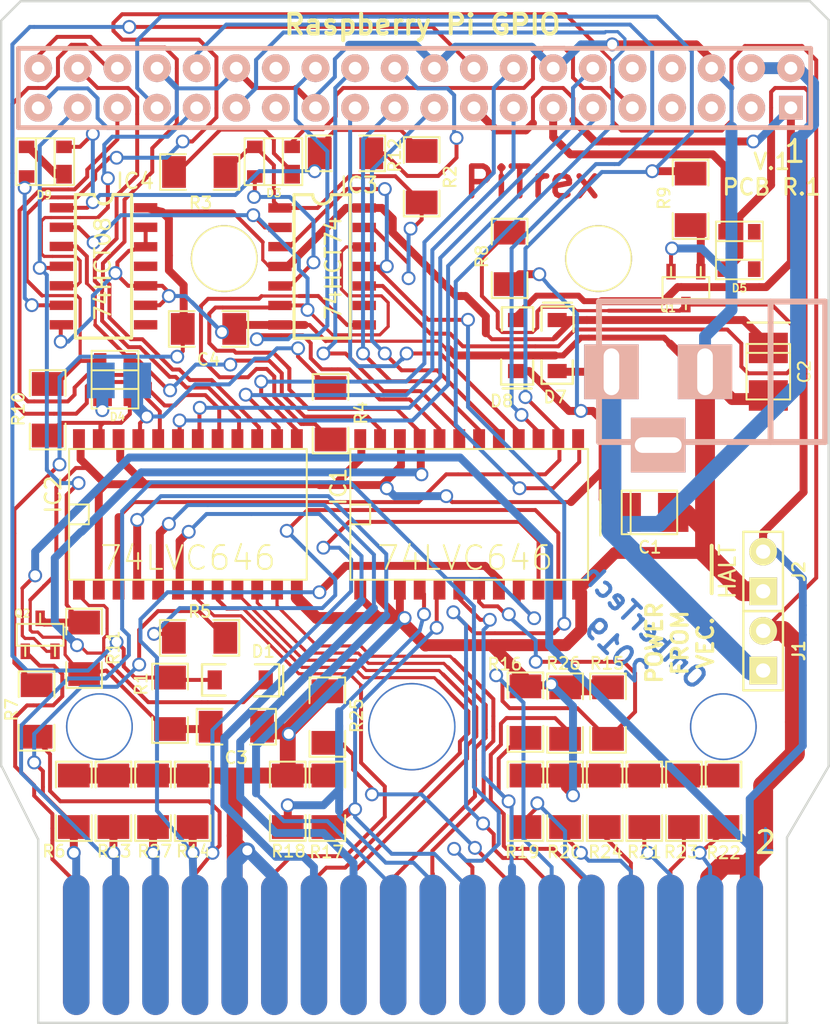
<source format=kicad_pcb>
(kicad_pcb (version 3) (host pcbnew "(22-Jun-2014 BZR 4027)-stable")

  (general
    (links 157)
    (no_connects 0)
    (area 107.000002 58.150001 189.1768 146.4536)
    (thickness 1.6)
    (drawings 84)
    (tracks 1526)
    (zones 0)
    (modules 55)
    (nets 72)
  )

  (page A4)
  (title_block 
    (title "PiTrex DISCRETE V. 1")
    (rev 1.0)
    (company OmberTech)
  )

  (layers
    (15 F.Cu signal)
    (0 B.Cu signal)
    (16 B.Adhes user)
    (17 F.Adhes user)
    (18 B.Paste user)
    (19 F.Paste user)
    (20 B.SilkS user)
    (21 F.SilkS user)
    (22 B.Mask user)
    (23 F.Mask user)
    (24 Dwgs.User user)
    (25 Cmts.User user)
    (26 Eco1.User user)
    (27 Eco2.User user hide)
    (28 Edge.Cuts user)
  )

  (setup
    (last_trace_width 0.254)
    (user_trace_width 0.2032)
    (user_trace_width 0.254)
    (user_trace_width 0.381)
    (user_trace_width 0.508)
    (user_trace_width 0.762)
    (user_trace_width 1.016)
    (user_trace_width 1.27)
    (user_trace_width 1.524)
    (trace_clearance 0.2032)
    (zone_clearance 0.508)
    (zone_45_only no)
    (trace_min 0.2032)
    (segment_width 0.254)
    (edge_width 0.15)
    (via_size 0.889)
    (via_drill 0.635)
    (via_min_size 0.889)
    (via_min_drill 0.508)
    (uvia_size 0.508)
    (uvia_drill 0.127)
    (uvias_allowed no)
    (uvia_min_size 0.508)
    (uvia_min_drill 0.127)
    (pcb_text_width 0.3)
    (pcb_text_size 1.5 1.5)
    (mod_edge_width 0.15)
    (mod_text_size 1.5 1.5)
    (mod_text_width 0.15)
    (pad_size 1.778 2.286)
    (pad_drill 0)
    (pad_to_mask_clearance 0.2)
    (aux_axis_origin 0 0)
    (visible_elements 7FFFEF3F)
    (pcbplotparams
      (layerselection 524288)
      (usegerberextensions true)
      (excludeedgelayer true)
      (linewidth 0.100000)
      (plotframeref false)
      (viasonmask false)
      (mode 1)
      (useauxorigin false)
      (hpglpennumber 1)
      (hpglpenspeed 20)
      (hpglpendiameter 15)
      (hpglpenoverlay 2)
      (psnegative false)
      (psa4output false)
      (plotreference true)
      (plotvalue true)
      (plotothertext true)
      (plotinvisibletext false)
      (padsonsilk false)
      (subtractmaskfromsilk true)
      (outputformat 1)
      (mirror false)
      (drillshape 0)
      (scaleselection 1)
      (outputdirectory "PCB R1 Gerbers/"))
  )

  (net 0 "")
  (net 1 "#E")
  (net 2 "#HALT")
  (net 3 "#IRQ")
  (net 4 +5VP)
  (net 5 3V3)
  (net 6 5V-VEC)
  (net 7 A0)
  (net 8 A1)
  (net 9 A10)
  (net 10 A11)
  (net 11 A12)
  (net 12 A13)
  (net 13 A14)
  (net 14 A2)
  (net 15 A3)
  (net 16 A4)
  (net 17 A5)
  (net 18 A6)
  (net 19 A7)
  (net 20 A8)
  (net 21 A9)
  (net 22 D0)
  (net 23 D1)
  (net 24 D2)
  (net 25 D3)
  (net 26 D4)
  (net 27 D5)
  (net 28 D6)
  (net 29 D7)
  (net 30 GND)
  (net 31 IRQ)
  (net 32 N-0000010)
  (net 33 N-0000034)
  (net 34 N-0000035)
  (net 35 N-0000037)
  (net 36 N-0000038)
  (net 37 N-0000039)
  (net 38 N-0000040)
  (net 39 N-0000041)
  (net 40 N-0000042)
  (net 41 N-0000044)
  (net 42 N-0000045)
  (net 43 N-0000046)
  (net 44 N-0000047)
  (net 45 N-0000048)
  (net 46 N-0000049)
  (net 47 N-000005)
  (net 48 N-0000050)
  (net 49 N-0000051)
  (net 50 N-0000052)
  (net 51 N-0000053)
  (net 52 N-0000054)
  (net 53 N-0000055)
  (net 54 N-0000056)
  (net 55 N-0000057)
  (net 56 N-0000058)
  (net 57 N-0000059)
  (net 58 N-0000060)
  (net 59 N-0000061)
  (net 60 N-0000062)
  (net 61 N-0000063)
  (net 62 N-0000064)
  (net 63 N-0000066)
  (net 64 N-0000067)
  (net 65 N-0000069)
  (net 66 N-0000070)
  (net 67 N-0000072)
  (net 68 N-0000074)
  (net 69 N-000008)
  (net 70 PB6)
  (net 71 R/#W)

  (net_class Default "This is the default net class."
    (clearance 0.2032)
    (trace_width 0.2032)
    (via_dia 0.889)
    (via_drill 0.635)
    (uvia_dia 0.508)
    (uvia_drill 0.127)
    (add_net "")
    (add_net "#E")
    (add_net "#HALT")
    (add_net "#IRQ")
    (add_net +5VP)
    (add_net 3V3)
    (add_net 5V-VEC)
    (add_net A0)
    (add_net A1)
    (add_net A10)
    (add_net A11)
    (add_net A12)
    (add_net A13)
    (add_net A14)
    (add_net A2)
    (add_net A3)
    (add_net A4)
    (add_net A5)
    (add_net A6)
    (add_net A7)
    (add_net A8)
    (add_net A9)
    (add_net D0)
    (add_net D1)
    (add_net D2)
    (add_net D3)
    (add_net D4)
    (add_net D5)
    (add_net D6)
    (add_net D7)
    (add_net GND)
    (add_net IRQ)
    (add_net N-0000010)
    (add_net N-0000034)
    (add_net N-0000035)
    (add_net N-0000037)
    (add_net N-0000038)
    (add_net N-0000039)
    (add_net N-0000040)
    (add_net N-0000041)
    (add_net N-0000042)
    (add_net N-0000044)
    (add_net N-0000045)
    (add_net N-0000046)
    (add_net N-0000047)
    (add_net N-0000048)
    (add_net N-0000049)
    (add_net N-000005)
    (add_net N-0000050)
    (add_net N-0000051)
    (add_net N-0000052)
    (add_net N-0000053)
    (add_net N-0000054)
    (add_net N-0000055)
    (add_net N-0000056)
    (add_net N-0000057)
    (add_net N-0000058)
    (add_net N-0000059)
    (add_net N-0000060)
    (add_net N-0000061)
    (add_net N-0000062)
    (add_net N-0000063)
    (add_net N-0000064)
    (add_net N-0000066)
    (add_net N-0000067)
    (add_net N-0000069)
    (add_net N-0000070)
    (add_net N-0000072)
    (add_net N-0000074)
    (add_net N-000008)
    (add_net PB6)
    (add_net R/#W)
  )

  (module Solder_Bridge (layer F.Cu) (tedit 5C9F55C7) (tstamp 5C9EA75D)
    (at 127.1524 95.8088)
    (path /5C9E0822)
    (fp_text reference J3 (at 0 0) (layer F.SilkS) hide
      (effects (font (size 1.5 1.5) (thickness 0.15)))
    )
    (fp_text value JUMPER (at 0 0) (layer F.SilkS) hide
      (effects (font (size 1.5 1.5) (thickness 0.15)))
    )
    (pad 1 smd rect (at -1.1684 0) (size 1.778 2.286)
      (layers B.Cu B.Mask)
      (net 38 N-0000040)
    )
    (pad 2 smd rect (at 1.1684 0) (size 1.778 2.286)
      (layers B.Cu B.Mask)
      (net 39 N-0000041)
    )
  )

  (module c_tant_B (layer F.Cu) (tedit 5C9B9183) (tstamp 5C9368DA)
    (at 168.783 95.25 90)
    (descr "SMT capacitor, tantalum size B")
    (path /5B5B4E59)
    (fp_text reference C2 (at 0 2.3114 90) (layer F.SilkS)
      (effects (font (size 0.762 0.762) (thickness 0.127)))
    )
    (fp_text value 22uF (at 0 1.9685 90) (layer F.SilkS) hide
      (effects (font (size 0.50038 0.50038) (thickness 0.11938)))
    )
    (fp_line (start 3.1496 1.3716) (end 3.1496 -1.3208) (layer F.SilkS) (width 0.15))
    (fp_line (start 1.2065 -1.397) (end 1.2065 1.397) (layer F.SilkS) (width 0.127))
    (fp_line (start 1.778 -1.397) (end -1.778 -1.397) (layer F.SilkS) (width 0.127))
    (fp_line (start -1.778 -1.397) (end -1.778 1.397) (layer F.SilkS) (width 0.127))
    (fp_line (start -1.778 1.397) (end 1.778 1.397) (layer F.SilkS) (width 0.127))
    (fp_line (start 1.778 1.397) (end 1.778 -1.397) (layer F.SilkS) (width 0.127))
    (pad 1 smd rect (at 1.524 0 90) (size 1.95072 2.49936)
      (layers F.Cu F.Paste F.Mask)
      (net 4 +5VP)
    )
    (pad 2 smd rect (at -1.524 0 90) (size 1.95072 2.49936)
      (layers F.Cu F.Paste F.Mask)
      (net 30 GND)
    )
    (model smd/capacitors/c_tant_B.wrl
      (at (xyz 0 0 0))
      (scale (xyz 1 1 1))
      (rotate (xyz 0 0 0))
    )
  )

  (module c_tant_B (layer F.Cu) (tedit 5C9B9172) (tstamp 5C9368CB)
    (at 161.163 104.267 180)
    (descr "SMT capacitor, tantalum size B")
    (path /5B5B4E40)
    (fp_text reference C1 (at -0.0254 -2.2352 180) (layer F.SilkS)
      (effects (font (size 0.762 0.762) (thickness 0.127)))
    )
    (fp_text value 22uF (at 0 1.9685 180) (layer F.SilkS) hide
      (effects (font (size 0.50038 0.50038) (thickness 0.11938)))
    )
    (fp_line (start 3.1496 -1.4732) (end 3.1496 1.4224) (layer F.SilkS) (width 0.15))
    (fp_line (start 1.2065 -1.397) (end 1.2065 1.397) (layer F.SilkS) (width 0.127))
    (fp_line (start 1.778 -1.397) (end -1.778 -1.397) (layer F.SilkS) (width 0.127))
    (fp_line (start -1.778 -1.397) (end -1.778 1.397) (layer F.SilkS) (width 0.127))
    (fp_line (start -1.778 1.397) (end 1.778 1.397) (layer F.SilkS) (width 0.127))
    (fp_line (start 1.778 1.397) (end 1.778 -1.397) (layer F.SilkS) (width 0.127))
    (pad 1 smd rect (at 1.524 0 180) (size 1.95072 2.49936)
      (layers F.Cu F.Paste F.Mask)
      (net 5 3V3)
    )
    (pad 2 smd rect (at -1.524 0 180) (size 1.95072 2.49936)
      (layers F.Cu F.Paste F.Mask)
      (net 30 GND)
    )
    (model smd/capacitors/c_tant_B.wrl
      (at (xyz 0 0 0))
      (scale (xyz 1 1 1))
      (rotate (xyz 0 0 0))
    )
  )

  (module 1pin (layer F.Cu) (tedit 5C9B8CB3) (tstamp 5C940A7D)
    (at 157.9 88)
    (descr "module 1 pin (ou trou mecanique de percage)")
    (tags DEV)
    (path 1pin)
    (fp_text reference 1PIN (at 0 -3.048) (layer F.SilkS) hide
      (effects (font (size 1.016 1.016) (thickness 0.254)))
    )
    (fp_text value P*** (at 0 2.794) (layer F.SilkS) hide
      (effects (font (size 1.016 1.016) (thickness 0.254)))
    )
    (pad 1 thru_hole circle (at 0 0) (size 4.2926 4.2926) (drill 4.0894)
      (layers *.Cu *.Mask F.SilkS)
    )
  )

  (module 1pin (layer F.Cu) (tedit 5C9B8C23) (tstamp 5C940A67)
    (at 133.9 88)
    (descr "module 1 pin (ou trou mecanique de percage)")
    (tags DEV)
    (path 1pin)
    (fp_text reference 1PIN (at 0 -3.048) (layer F.SilkS) hide
      (effects (font (size 1.016 1.016) (thickness 0.254)))
    )
    (fp_text value P*** (at 0 2.794) (layer F.SilkS) hide
      (effects (font (size 1.016 1.016) (thickness 0.254)))
    )
    (pad 1 thru_hole circle (at 0 0) (size 4.2926 4.2926) (drill 4.0894)
      (layers *.Cu *.Mask F.SilkS)
    )
  )

  (module 1pin (layer F.Cu) (tedit 5C9B8CBE) (tstamp 5C940A51)
    (at 165.9 118)
    (descr "module 1 pin (ou trou mecanique de percage)")
    (tags DEV)
    (path 1pin)
    (fp_text reference 1PIN (at 0 -3.048) (layer F.SilkS) hide
      (effects (font (size 1.016 1.016) (thickness 0.254)))
    )
    (fp_text value P*** (at 0 2.794) (layer F.SilkS) hide
      (effects (font (size 1.016 1.016) (thickness 0.254)))
    )
    (pad 1 thru_hole circle (at 0 0) (size 4.2926 4.2926) (drill 4.0894)
      (layers *.Cu)
    )
  )

  (module 1pin (layer F.Cu) (tedit 5C9B8DE9) (tstamp 5C940A5C)
    (at 125.9 118)
    (descr "module 1 pin (ou trou mecanique de percage)")
    (tags DEV)
    (path 1pin)
    (fp_text reference 1PIN (at 0 -3.048) (layer F.SilkS) hide
      (effects (font (size 1.016 1.016) (thickness 0.254)))
    )
    (fp_text value P*** (at 0 2.794) (layer F.SilkS) hide
      (effects (font (size 1.016 1.016) (thickness 0.254)))
    )
    (pad 1 thru_hole circle (at 0 0) (size 4.2926 4.2926) (drill 4.0894)
      (layers *.Cu)
    )
  )

  (module Vectrex_Cart_Edge_Conn   locked (layer F.Cu) (tedit 5C9A1526) (tstamp 5C9367B0)
    (at 146.0018 131.9836)
    (path /5B5F019E/5B5F07B0)
    (fp_text reference CONN2 (at 0 -2.54) (layer F.SilkS) hide
      (effects (font (size 1 1) (thickness 0.15)))
    )
    (fp_text value "VECTREX CART. CONN." (at 0 3.81) (layer F.SilkS) hide
      (effects (font (size 1 1) (thickness 0.15)))
    )
    (pad 2 connect oval (at 21.59 0) (size 1.7 9)
      (layers F.Cu)
      (net 6 5V-VEC)
    )
    (pad 3 connect oval (at 19.05 0) (size 1.7 9)
      (layers B.Cu)
      (net 19 A7)
    )
    (pad 4 connect oval (at 19.05 0) (size 1.7 9)
      (layers F.Cu)
      (net 6 5V-VEC)
    )
    (pad 5 connect oval (at 16.51 0) (size 1.7 9)
      (layers B.Cu)
      (net 18 A6)
    )
    (pad 1 connect oval (at 21.59 0) (size 1.7 9)
      (layers B.Cu)
      (net 2 "#HALT")
    )
    (pad 6 connect oval (at 16.51 0) (size 1.7 9)
      (layers F.Cu)
      (net 20 A8)
    )
    (pad 7 connect oval (at 13.97 0) (size 1.7 9)
      (layers B.Cu)
      (net 17 A5)
    )
    (pad 8 connect oval (at 13.97 0) (size 1.7 9)
      (layers F.Cu)
      (net 21 A9)
    )
    (pad 9 connect oval (at 11.43 0) (size 1.7 9)
      (layers B.Cu)
      (net 16 A4)
    )
    (pad 10 connect oval (at 11.43 0) (size 1.7 9)
      (layers F.Cu)
      (net 10 A11)
    )
    (pad 11 connect oval (at 8.89 0) (size 1.7 9)
      (layers B.Cu)
      (net 15 A3)
    )
    (pad 12 connect oval (at 8.89 0) (size 1.7 9)
      (layers F.Cu)
      (net 1 "#E")
    )
    (pad 13 connect oval (at 6.35 0) (size 1.7 9)
      (layers B.Cu)
      (net 14 A2)
    )
    (pad 14 connect oval (at 6.35 0) (size 1.7 9)
      (layers F.Cu)
      (net 9 A10)
    )
    (pad 15 connect oval (at 3.81 0) (size 1.7 9)
      (layers B.Cu)
      (net 8 A1)
    )
    (pad 16 connect oval (at 3.81 0) (size 1.7 9)
      (layers F.Cu)
      (net 13 A14)
    )
    (pad 17 connect oval (at 1.27 0) (size 1.7 9)
      (layers B.Cu)
      (net 7 A0)
    )
    (pad 18 connect oval (at 1.27 0) (size 1.7 9)
      (layers F.Cu)
      (net 29 D7)
    )
    (pad 19 connect oval (at -1.27 0) (size 1.7 9)
      (layers B.Cu)
      (net 22 D0)
    )
    (pad 20 connect oval (at -1.27 0) (size 1.7 9)
      (layers F.Cu)
      (net 28 D6)
    )
    (pad 21 connect oval (at -3.81 0) (size 1.7 9)
      (layers B.Cu)
      (net 23 D1)
    )
    (pad 22 connect oval (at -3.81 0) (size 1.7 9)
      (layers F.Cu)
      (net 27 D5)
    )
    (pad 23 connect oval (at -6.35 0) (size 1.7 9)
      (layers B.Cu)
      (net 24 D2)
    )
    (pad 24 connect oval (at -6.35 0) (size 1.7 9)
      (layers F.Cu)
      (net 26 D4)
    )
    (pad 25 connect oval (at -8.89 0) (size 1.7 9)
      (layers B.Cu)
      (net 30 GND)
    )
    (pad 26 connect oval (at -8.89 0) (size 1.7 9)
      (layers F.Cu)
      (net 25 D3)
    )
    (pad 27 connect oval (at -11.43 0) (size 1.7 9)
      (layers B.Cu)
      (net 30 GND)
    )
    (pad 28 connect oval (at -11.43 0) (size 1.7 9)
      (layers F.Cu)
      (net 30 GND)
    )
    (pad 29 connect oval (at -13.97 0) (size 1.7 9)
      (layers B.Cu)
      (net 11 A12)
    )
    (pad 30 connect oval (at -13.97 0) (size 1.7 9)
      (layers F.Cu)
      (net 71 R/#W)
    )
    (pad 31 connect oval (at -16.51 0) (size 1.7 9)
      (layers B.Cu)
      (net 12 A13)
    )
    (pad 32 connect oval (at -16.51 0) (size 1.7 9)
      (layers F.Cu)
    )
    (pad 33 connect oval (at -19.05 0) (size 1.7 9)
      (layers B.Cu)
      (net 13 A14)
    )
    (pad 34 connect oval (at -19.05 0) (size 1.7 9)
      (layers F.Cu)
    )
    (pad 35 connect oval (at -21.59 0) (size 1.7 9)
      (layers B.Cu)
      (net 70 PB6)
    )
    (pad 36 connect oval (at -21.59 0) (size 1.7 9)
      (layers F.Cu)
      (net 3 "#IRQ")
    )
  )

  (module 1pin (layer F.Cu) (tedit 5C9B8CCE) (tstamp 5C940A40)
    (at 145.9268 118.0036)
    (descr "module 1 pin (ou trou mecanique de percage)")
    (tags DEV)
    (path 1pin)
    (fp_text reference 1PIN (at 0 -3.048) (layer F.SilkS) hide
      (effects (font (size 1.016 1.016) (thickness 0.254)))
    )
    (fp_text value P*** (at 0 2.794) (layer F.SilkS) hide
      (effects (font (size 1.016 1.016) (thickness 0.254)))
    )
    (pad 1 thru_hole circle (at 0 0) (size 5.6134 5.6134) (drill 5.4102)
      (layers *.Cu)
    )
  )

  (module sot23   placed (layer F.Cu) (tedit 5C9A1742) (tstamp 5C9367BE)
    (at 122.0978 112.1156)
    (descr SOT23)
    (path /5B5B8227)
    (attr smd)
    (fp_text reference Q2 (at -1.143 -1.3716) (layer F.SilkS)
      (effects (font (size 0.50038 0.50038) (thickness 0.09906)))
    )
    (fp_text value BC848 (at 0 0.09906) (layer F.SilkS) hide
      (effects (font (size 0.50038 0.50038) (thickness 0.09906)))
    )
    (fp_line (start 0.9525 0.6985) (end 0.9525 1.3589) (layer F.SilkS) (width 0.127))
    (fp_line (start -0.9525 0.6985) (end -0.9525 1.3589) (layer F.SilkS) (width 0.127))
    (fp_line (start 0 -0.6985) (end 0 -1.3589) (layer F.SilkS) (width 0.127))
    (fp_line (start -1.4986 -0.6985) (end 1.4986 -0.6985) (layer F.SilkS) (width 0.127))
    (fp_line (start 1.4986 -0.6985) (end 1.4986 0.6985) (layer F.SilkS) (width 0.127))
    (fp_line (start 1.4986 0.6985) (end -1.4986 0.6985) (layer F.SilkS) (width 0.127))
    (fp_line (start -1.4986 0.6985) (end -1.4986 -0.6985) (layer F.SilkS) (width 0.127))
    (pad 1 smd rect (at -0.9525 1.05664) (size 0.59944 1.00076)
      (layers F.Cu F.Paste F.Mask)
      (net 3 "#IRQ")
    )
    (pad 2 smd rect (at 0 -1.05664) (size 0.59944 1.00076)
      (layers F.Cu F.Paste F.Mask)
      (net 31 IRQ)
    )
    (pad 3 smd rect (at 0.9525 1.05664) (size 0.59944 1.00076)
      (layers F.Cu F.Paste F.Mask)
      (net 2 "#HALT")
    )
    (model smd/smd_transistors/sot23.wrl
      (at (xyz 0 0 0))
      (scale (xyz 1 1 1))
      (rotate (xyz 0 0 0))
    )
  )

  (module sot23   placed (layer F.Cu) (tedit 5C9A1770) (tstamp 5C9367CC)
    (at 163.4998 89.8906 180)
    (descr SOT23)
    (path /5B5B5822)
    (attr smd)
    (fp_text reference Q1 (at 1.143 -1.27 180) (layer F.SilkS)
      (effects (font (size 0.50038 0.50038) (thickness 0.09906)))
    )
    (fp_text value BC848 (at 0 0.09906 180) (layer F.SilkS) hide
      (effects (font (size 0.50038 0.50038) (thickness 0.09906)))
    )
    (fp_line (start 0.9525 0.6985) (end 0.9525 1.3589) (layer F.SilkS) (width 0.127))
    (fp_line (start -0.9525 0.6985) (end -0.9525 1.3589) (layer F.SilkS) (width 0.127))
    (fp_line (start 0 -0.6985) (end 0 -1.3589) (layer F.SilkS) (width 0.127))
    (fp_line (start -1.4986 -0.6985) (end 1.4986 -0.6985) (layer F.SilkS) (width 0.127))
    (fp_line (start 1.4986 -0.6985) (end 1.4986 0.6985) (layer F.SilkS) (width 0.127))
    (fp_line (start 1.4986 0.6985) (end -1.4986 0.6985) (layer F.SilkS) (width 0.127))
    (fp_line (start -1.4986 0.6985) (end -1.4986 -0.6985) (layer F.SilkS) (width 0.127))
    (pad 1 smd rect (at -0.9525 1.05664 180) (size 0.59944 1.00076)
      (layers F.Cu F.Paste F.Mask)
      (net 65 N-0000069)
    )
    (pad 2 smd rect (at 0 -1.05664 180) (size 0.59944 1.00076)
      (layers F.Cu F.Paste F.Mask)
      (net 53 N-0000055)
    )
    (pad 3 smd rect (at 0.9525 1.05664 180) (size 0.59944 1.00076)
      (layers F.Cu F.Paste F.Mask)
      (net 30 GND)
    )
    (model smd/smd_transistors/sot23.wrl
      (at (xyz 0 0 0))
      (scale (xyz 1 1 1))
      (rotate (xyz 0 0 0))
    )
  )

  (module sot143B   placed (layer F.Cu) (tedit 5C9A18E5) (tstamp 5C9367DE)
    (at 126.8984 95.758)
    (descr SOT143B)
    (path /5B5EFE7F)
    (attr smd)
    (fp_text reference D4 (at 0.1524 2.3876) (layer F.SilkS)
      (effects (font (size 0.50038 0.50038) (thickness 0.09906)))
    )
    (fp_text value BAS28 (at -0.0508 0.0508) (layer F.SilkS) hide
      (effects (font (size 0.50038 0.50038) (thickness 0.09906)))
    )
    (fp_line (start 1.50114 1.84912) (end -1.50114 1.84912) (layer F.SilkS) (width 0.11938))
    (fp_line (start -1.50114 1.84912) (end -1.50114 0.59944) (layer F.SilkS) (width 0.11938))
    (fp_line (start 1.50114 0.59944) (end 1.50114 1.84912) (layer F.SilkS) (width 0.11938))
    (fp_line (start -1.50114 -0.59944) (end -1.50114 -1.84912) (layer F.SilkS) (width 0.11938))
    (fp_line (start -1.50114 -1.84912) (end 1.50114 -1.84912) (layer F.SilkS) (width 0.11938))
    (fp_line (start 1.50114 -1.84912) (end 1.50114 -0.59944) (layer F.SilkS) (width 0.11938))
    (fp_line (start -1.50114 -0.59944) (end -1.50114 0.59944) (layer F.SilkS) (width 0.11938))
    (fp_line (start 1.50114 -0.59944) (end 1.50114 0.59944) (layer F.SilkS) (width 0.11938))
    (fp_line (start -1.4986 -0.5969) (end 1.4986 -0.5969) (layer F.SilkS) (width 0.127))
    (fp_line (start 1.4986 0.5969) (end -1.4986 0.5969) (layer F.SilkS) (width 0.127))
    (pad 1 smd rect (at -0.8001 1.19888) (size 1.19888 1.00076)
      (layers F.Cu F.Paste F.Mask)
      (net 38 N-0000040)
    )
    (pad 3 smd rect (at 0.94996 -1.19888) (size 0.8001 1.00076)
      (layers F.Cu F.Paste F.Mask)
      (net 56 N-0000058)
    )
    (pad 2 smd rect (at 0.94996 1.19888) (size 0.8001 1.00076)
      (layers F.Cu F.Paste F.Mask)
      (net 55 N-0000057)
    )
    (pad 4 smd rect (at -0.94996 -1.19888) (size 0.8001 1.00076)
      (layers F.Cu F.Paste F.Mask)
      (net 40 N-0000042)
    )
    (model smd/smd_transistors/sot143b.wrl
      (at (xyz 0 0 0))
      (scale (xyz 1 1 1))
      (rotate (xyz 0 0 0))
    )
  )

  (module sot143B   placed (layer F.Cu) (tedit 5C9A18F4) (tstamp 5C9367F0)
    (at 166.9288 87.4776)
    (descr SOT143B)
    (path /5C90D609)
    (attr smd)
    (fp_text reference D5 (at 0 2.413) (layer F.SilkS)
      (effects (font (size 0.50038 0.50038) (thickness 0.09906)))
    )
    (fp_text value BAS28 (at 0 0) (layer F.SilkS) hide
      (effects (font (size 0.50038 0.50038) (thickness 0.09906)))
    )
    (fp_line (start 1.50114 1.84912) (end -1.50114 1.84912) (layer F.SilkS) (width 0.11938))
    (fp_line (start -1.50114 1.84912) (end -1.50114 0.59944) (layer F.SilkS) (width 0.11938))
    (fp_line (start 1.50114 0.59944) (end 1.50114 1.84912) (layer F.SilkS) (width 0.11938))
    (fp_line (start -1.50114 -0.59944) (end -1.50114 -1.84912) (layer F.SilkS) (width 0.11938))
    (fp_line (start -1.50114 -1.84912) (end 1.50114 -1.84912) (layer F.SilkS) (width 0.11938))
    (fp_line (start 1.50114 -1.84912) (end 1.50114 -0.59944) (layer F.SilkS) (width 0.11938))
    (fp_line (start -1.50114 -0.59944) (end -1.50114 0.59944) (layer F.SilkS) (width 0.11938))
    (fp_line (start 1.50114 -0.59944) (end 1.50114 0.59944) (layer F.SilkS) (width 0.11938))
    (fp_line (start -1.4986 -0.5969) (end 1.4986 -0.5969) (layer F.SilkS) (width 0.127))
    (fp_line (start 1.4986 0.5969) (end -1.4986 0.5969) (layer F.SilkS) (width 0.127))
    (pad 1 smd rect (at -0.8001 1.19888) (size 1.19888 1.00076)
      (layers F.Cu F.Paste F.Mask)
      (net 2 "#HALT")
    )
    (pad 3 smd rect (at 0.94996 -1.19888) (size 0.8001 1.00076)
      (layers F.Cu F.Paste F.Mask)
    )
    (pad 2 smd rect (at 0.94996 1.19888) (size 0.8001 1.00076)
      (layers F.Cu F.Paste F.Mask)
    )
    (pad 4 smd rect (at -0.94996 -1.19888) (size 0.8001 1.00076)
      (layers F.Cu F.Paste F.Mask)
      (net 68 N-0000074)
    )
    (model smd/smd_transistors/sot143b.wrl
      (at (xyz 0 0 0))
      (scale (xyz 1 1 1))
      (rotate (xyz 0 0 0))
    )
  )

  (module sot143B   placed (layer F.Cu) (tedit 5C9A17C2) (tstamp 5C936802)
    (at 122.428 81.788 90)
    (descr SOT143B)
    (path /5C8BEF6C)
    (attr smd)
    (fp_text reference D9 (at -2.1336 -0.0762 180) (layer F.SilkS)
      (effects (font (size 0.50038 0.50038) (thickness 0.09906)))
    )
    (fp_text value BAS28 (at 0 0 90) (layer F.SilkS) hide
      (effects (font (size 0.50038 0.50038) (thickness 0.09906)))
    )
    (fp_line (start 1.50114 1.84912) (end -1.50114 1.84912) (layer F.SilkS) (width 0.11938))
    (fp_line (start -1.50114 1.84912) (end -1.50114 0.59944) (layer F.SilkS) (width 0.11938))
    (fp_line (start 1.50114 0.59944) (end 1.50114 1.84912) (layer F.SilkS) (width 0.11938))
    (fp_line (start -1.50114 -0.59944) (end -1.50114 -1.84912) (layer F.SilkS) (width 0.11938))
    (fp_line (start -1.50114 -1.84912) (end 1.50114 -1.84912) (layer F.SilkS) (width 0.11938))
    (fp_line (start 1.50114 -1.84912) (end 1.50114 -0.59944) (layer F.SilkS) (width 0.11938))
    (fp_line (start -1.50114 -0.59944) (end -1.50114 0.59944) (layer F.SilkS) (width 0.11938))
    (fp_line (start 1.50114 -0.59944) (end 1.50114 0.59944) (layer F.SilkS) (width 0.11938))
    (fp_line (start -1.4986 -0.5969) (end 1.4986 -0.5969) (layer F.SilkS) (width 0.127))
    (fp_line (start 1.4986 0.5969) (end -1.4986 0.5969) (layer F.SilkS) (width 0.127))
    (pad 1 smd rect (at -0.8001 1.19888 90) (size 1.19888 1.00076)
      (layers F.Cu F.Paste F.Mask)
      (net 67 N-0000072)
    )
    (pad 3 smd rect (at 0.94996 -1.19888 90) (size 0.8001 1.00076)
      (layers F.Cu F.Paste F.Mask)
      (net 67 N-0000072)
    )
    (pad 2 smd rect (at 0.94996 1.19888 90) (size 0.8001 1.00076)
      (layers F.Cu F.Paste F.Mask)
      (net 35 N-0000037)
    )
    (pad 4 smd rect (at -0.94996 -1.19888 90) (size 0.8001 1.00076)
      (layers F.Cu F.Paste F.Mask)
      (net 34 N-0000035)
    )
    (model smd/smd_transistors/sot143b.wrl
      (at (xyz 0 0 0))
      (scale (xyz 1 1 1))
      (rotate (xyz 0 0 0))
    )
  )

  (module sot143B   placed (layer F.Cu) (tedit 5C9A17D4) (tstamp 5C936814)
    (at 137.0584 81.788 90)
    (descr SOT143B)
    (path /5B5EFE10)
    (attr smd)
    (fp_text reference D3 (at -2.0066 0.0254 180) (layer F.SilkS)
      (effects (font (size 0.50038 0.50038) (thickness 0.09906)))
    )
    (fp_text value BAS28 (at 0 0 90) (layer F.SilkS) hide
      (effects (font (size 0.50038 0.50038) (thickness 0.09906)))
    )
    (fp_line (start 1.50114 1.84912) (end -1.50114 1.84912) (layer F.SilkS) (width 0.11938))
    (fp_line (start -1.50114 1.84912) (end -1.50114 0.59944) (layer F.SilkS) (width 0.11938))
    (fp_line (start 1.50114 0.59944) (end 1.50114 1.84912) (layer F.SilkS) (width 0.11938))
    (fp_line (start -1.50114 -0.59944) (end -1.50114 -1.84912) (layer F.SilkS) (width 0.11938))
    (fp_line (start -1.50114 -1.84912) (end 1.50114 -1.84912) (layer F.SilkS) (width 0.11938))
    (fp_line (start 1.50114 -1.84912) (end 1.50114 -0.59944) (layer F.SilkS) (width 0.11938))
    (fp_line (start -1.50114 -0.59944) (end -1.50114 0.59944) (layer F.SilkS) (width 0.11938))
    (fp_line (start 1.50114 -0.59944) (end 1.50114 0.59944) (layer F.SilkS) (width 0.11938))
    (fp_line (start -1.4986 -0.5969) (end 1.4986 -0.5969) (layer F.SilkS) (width 0.127))
    (fp_line (start 1.4986 0.5969) (end -1.4986 0.5969) (layer F.SilkS) (width 0.127))
    (pad 1 smd rect (at -0.8001 1.19888 90) (size 1.19888 1.00076)
      (layers F.Cu F.Paste F.Mask)
      (net 61 N-0000063)
    )
    (pad 3 smd rect (at 0.94996 -1.19888 90) (size 0.8001 1.00076)
      (layers F.Cu F.Paste F.Mask)
      (net 36 N-0000038)
    )
    (pad 2 smd rect (at 0.94996 1.19888 90) (size 0.8001 1.00076)
      (layers F.Cu F.Paste F.Mask)
      (net 6 5V-VEC)
    )
    (pad 4 smd rect (at -0.94996 -1.19888 90) (size 0.8001 1.00076)
      (layers F.Cu F.Paste F.Mask)
      (net 62 N-0000064)
    )
    (model smd/smd_transistors/sot143b.wrl
      (at (xyz 0 0 0))
      (scale (xyz 1 1 1))
      (rotate (xyz 0 0 0))
    )
  )

  (module SOIC-14_Narrow   placed (layer F.Cu) (tedit 5C9A1832) (tstamp 5C936873)
    (at 140.1768 88.5036 270)
    (descr "module CMS SOJ 14 pins etroit")
    (tags "CMS SOJ")
    (path /5B5B4CF0)
    (attr smd)
    (fp_text reference IC3 (at -5.217 -2.368 360) (layer F.SilkS)
      (effects (font (size 1 1) (thickness 0.15)))
    )
    (fp_text value 74HCT74 (at 0.117 -0.717 270) (layer F.SilkS)
      (effects (font (size 1 1) (thickness 0.15)))
    )
    (fp_line (start -4.6 0.6) (end -4.6 1.8) (layer F.SilkS) (width 0.2))
    (fp_line (start -4.6 -1.8) (end -4.6 -0.6) (layer F.SilkS) (width 0.2))
    (fp_arc (start -4.6 0) (end -4 0) (angle 90) (layer F.SilkS) (width 0.2))
    (fp_arc (start -4.6 0) (end -4.6 -0.6) (angle 90) (layer F.SilkS) (width 0.2))
    (fp_line (start -4.6 -1.8) (end 4.6 -1.8) (layer F.SilkS) (width 0.2))
    (fp_line (start 4.6 -1.8) (end 4.6 1.8) (layer F.SilkS) (width 0.2))
    (fp_line (start 4.6 1.8) (end -4.6 1.8) (layer F.SilkS) (width 0.2))
    (pad 1 smd rect (at -3.75 2.7 270) (size 0.6 1.5)
      (layers F.Cu F.Paste F.Mask)
      (net 36 N-0000038)
    )
    (pad 2 smd rect (at -2.5 2.7 270) (size 0.6 1.5)
      (layers F.Cu F.Paste F.Mask)
      (net 32 N-0000010)
    )
    (pad 3 smd rect (at -1.27 2.70002 270) (size 0.6 1.5)
      (layers F.Cu F.Paste F.Mask)
      (net 1 "#E")
    )
    (pad 4 smd rect (at 0 2.7 270) (size 0.6 1.5)
      (layers F.Cu F.Paste F.Mask)
      (net 4 +5VP)
    )
    (pad 5 smd rect (at 1.25 2.7 270) (size 0.6 1.5)
      (layers F.Cu F.Paste F.Mask)
      (net 62 N-0000064)
    )
    (pad 6 smd rect (at 2.5 2.7 270) (size 0.6 1.5)
      (layers F.Cu F.Paste F.Mask)
      (net 32 N-0000010)
    )
    (pad 7 smd rect (at 3.75 2.7 270) (size 0.6 1.5)
      (layers F.Cu F.Paste F.Mask)
      (net 30 GND)
    )
    (pad 8 smd rect (at 3.75 -2.7 270) (size 0.6 1.5)
      (layers F.Cu F.Paste F.Mask)
      (net 54 N-0000056)
    )
    (pad 9 smd rect (at 2.5 -2.7 270) (size 0.6 1.5)
      (layers F.Cu F.Paste F.Mask)
    )
    (pad 10 smd rect (at 1.25 -2.7 270) (size 0.6 1.5)
      (layers F.Cu F.Paste F.Mask)
      (net 53 N-0000055)
    )
    (pad 11 smd rect (at 0 -2.7 270) (size 0.6 1.5)
      (layers F.Cu F.Paste F.Mask)
      (net 1 "#E")
    )
    (pad 12 smd rect (at -1.25 -2.7 270) (size 0.6 1.5)
      (layers F.Cu F.Paste F.Mask)
      (net 32 N-0000010)
    )
    (pad 13 smd rect (at -2.5 -2.7 270) (size 0.6 1.5)
      (layers F.Cu F.Paste F.Mask)
      (net 36 N-0000038)
    )
    (pad 14 smd rect (at -3.75 -2.7 270) (size 0.6 1.5)
      (layers F.Cu F.Paste F.Mask)
      (net 4 +5VP)
    )
    (model smd/cms_so14.wrl
      (at (xyz 0 0 0))
      (scale (xyz 0.5 0.3 0.5))
      (rotate (xyz 0 0 0))
    )
  )

  (module SOIC-14_Narrow   placed (layer F.Cu) (tedit 5C9B6B17) (tstamp 5C93FEC2)
    (at 126.1618 88.4936 270)
    (descr "module CMS SOJ 14 pins etroit")
    (tags "CMS SOJ")
    (path /5B5B52C0)
    (attr smd)
    (fp_text reference IC4 (at -5.461 -2.032 360) (layer F.SilkS)
      (effects (font (size 1 1) (thickness 0.15)))
    )
    (fp_text value 74HCT08 (at 0.1524 0.0508 270) (layer F.SilkS)
      (effects (font (size 1 1) (thickness 0.15)))
    )
    (fp_line (start -4.6 0.6) (end -4.6 1.8) (layer F.SilkS) (width 0.2))
    (fp_line (start -4.6 -1.8) (end -4.6 -0.6) (layer F.SilkS) (width 0.2))
    (fp_arc (start -4.6 0) (end -4 0) (angle 90) (layer F.SilkS) (width 0.2))
    (fp_arc (start -4.6 0) (end -4.6 -0.6) (angle 90) (layer F.SilkS) (width 0.2))
    (fp_line (start -4.6 -1.8) (end 4.6 -1.8) (layer F.SilkS) (width 0.2))
    (fp_line (start 4.6 -1.8) (end 4.6 1.8) (layer F.SilkS) (width 0.2))
    (fp_line (start 4.6 1.8) (end -4.6 1.8) (layer F.SilkS) (width 0.2))
    (pad 1 smd rect (at -3.75 2.7 270) (size 0.6 1.5)
      (layers F.Cu F.Paste F.Mask)
      (net 35 N-0000037)
    )
    (pad 2 smd rect (at -2.5 2.7 270) (size 0.6 1.5)
      (layers F.Cu F.Paste F.Mask)
      (net 32 N-0000010)
    )
    (pad 3 smd rect (at -1.27254 2.70256 270) (size 0.6 1.5)
      (layers F.Cu F.Paste F.Mask)
      (net 56 N-0000058)
    )
    (pad 4 smd rect (at 0 2.7 270) (size 0.6 1.5)
      (layers F.Cu F.Paste F.Mask)
      (net 31 IRQ)
    )
    (pad 5 smd rect (at 1.25 2.7 270) (size 0.6 1.5)
      (layers F.Cu F.Paste F.Mask)
      (net 33 N-0000034)
    )
    (pad 6 smd rect (at 2.5 2.7 270) (size 0.6 1.5)
      (layers F.Cu F.Paste F.Mask)
      (net 34 N-0000035)
    )
    (pad 7 smd rect (at 3.75 2.7 270) (size 0.6 1.5)
      (layers F.Cu F.Paste F.Mask)
      (net 30 GND)
    )
    (pad 8 smd rect (at 3.75 -2.7 270) (size 0.6 1.5)
      (layers F.Cu F.Paste F.Mask)
    )
    (pad 9 smd rect (at 2.5 -2.7 270) (size 0.6 1.5)
      (layers F.Cu F.Paste F.Mask)
      (net 30 GND)
    )
    (pad 10 smd rect (at 1.25 -2.7 270) (size 0.6 1.5)
      (layers F.Cu F.Paste F.Mask)
      (net 30 GND)
    )
    (pad 11 smd rect (at 0 -2.7 270) (size 0.6 1.5)
      (layers F.Cu F.Paste F.Mask)
    )
    (pad 12 smd rect (at -1.25 -2.7 270) (size 0.6 1.5)
      (layers F.Cu F.Paste F.Mask)
      (net 30 GND)
    )
    (pad 13 smd rect (at -2.5 -2.7 270) (size 0.6 1.5)
      (layers F.Cu F.Paste F.Mask)
      (net 30 GND)
    )
    (pad 14 smd rect (at -3.75 -2.7 270) (size 0.6 1.5)
      (layers F.Cu F.Paste F.Mask)
      (net 4 +5VP)
    )
    (model smd/cms_so14.wrl
      (at (xyz 0 0 0))
      (scale (xyz 0.5 0.3 0.5))
      (rotate (xyz 0 0 0))
    )
  )

  (module SOD-123   placed (layer F.Cu) (tedit 5C9A191F) (tstamp 5C93689C)
    (at 134.9268 115.0036 270)
    (path /5B5B5C0D)
    (fp_text reference D1 (at -1.8212 -1.4712 360) (layer F.SilkS)
      (effects (font (size 0.762 0.762) (thickness 0.127)))
    )
    (fp_text value BAT54 (at 0 0 270) (layer F.SilkS) hide
      (effects (font (size 1 1) (thickness 0.15)))
    )
    (fp_line (start -0.85 -2.75) (end -0.9 -2.75) (layer F.SilkS) (width 0.15))
    (fp_line (start 0.95 -2.75) (end -0.8 -2.75) (layer F.SilkS) (width 0.15))
    (fp_line (start -0.8 -2.75) (end -0.85 -2.75) (layer F.SilkS) (width 0.15))
    (fp_line (start -0.9 2.45) (end -1 2.45) (layer F.SilkS) (width 0.15))
    (fp_line (start -1 2.45) (end -1 0.95) (layer F.SilkS) (width 0.15))
    (fp_line (start 1 0.95) (end 1 2.45) (layer F.SilkS) (width 0.15))
    (fp_line (start 1 2.45) (end -0.95 2.45) (layer F.SilkS) (width 0.15))
    (fp_line (start -1 -2.5) (end -1 -0.95) (layer F.SilkS) (width 0.15))
    (fp_line (start -0.95 -2.5) (end 1.05 -2.5) (layer F.SilkS) (width 0.15))
    (fp_line (start 1.05 -2.5) (end 1.05 -0.9) (layer F.SilkS) (width 0.15))
    (pad 2 smd rect (at 0 -1.635 270) (size 1.22 0.91)
      (layers F.Cu F.Paste F.Mask)
      (net 32 N-0000010)
    )
    (pad 1 smd rect (at 0 1.635 270) (size 1.22 0.91)
      (layers F.Cu F.Paste F.Mask)
      (net 63 N-0000066)
    )
  )

  (module SOD-123   placed (layer F.Cu) (tedit 5C9A1938) (tstamp 5C9368AC)
    (at 152.7048 93.5736 180)
    (path /5B5B4D9E)
    (fp_text reference D8 (at 1.016 -3.556 180) (layer F.SilkS)
      (effects (font (size 0.762 0.762) (thickness 0.127)))
    )
    (fp_text value SD103 (at 0 0 180) (layer F.SilkS) hide
      (effects (font (size 1 1) (thickness 0.15)))
    )
    (fp_line (start -0.85 -2.75) (end -0.9 -2.75) (layer F.SilkS) (width 0.15))
    (fp_line (start 0.95 -2.75) (end -0.8 -2.75) (layer F.SilkS) (width 0.15))
    (fp_line (start -0.8 -2.75) (end -0.85 -2.75) (layer F.SilkS) (width 0.15))
    (fp_line (start -0.9 2.45) (end -1 2.45) (layer F.SilkS) (width 0.15))
    (fp_line (start -1 2.45) (end -1 0.95) (layer F.SilkS) (width 0.15))
    (fp_line (start 1 0.95) (end 1 2.45) (layer F.SilkS) (width 0.15))
    (fp_line (start 1 2.45) (end -0.95 2.45) (layer F.SilkS) (width 0.15))
    (fp_line (start -1 -2.5) (end -1 -0.95) (layer F.SilkS) (width 0.15))
    (fp_line (start -0.95 -2.5) (end 1.05 -2.5) (layer F.SilkS) (width 0.15))
    (fp_line (start 1.05 -2.5) (end 1.05 -0.9) (layer F.SilkS) (width 0.15))
    (pad 2 smd rect (at 0 -1.635 180) (size 1.22 0.91)
      (layers F.Cu F.Paste F.Mask)
      (net 5 3V3)
    )
    (pad 1 smd rect (at 0 1.635 180) (size 1.22 0.91)
      (layers F.Cu F.Paste F.Mask)
      (net 64 N-0000067)
    )
  )

  (module SOD-123   placed (layer F.Cu) (tedit 5C9A193B) (tstamp 5C9368BC)
    (at 155.2448 93.5736)
    (path /5B5B4DAD)
    (fp_text reference D7 (at -0.127 3.302) (layer F.SilkS)
      (effects (font (size 0.762 0.762) (thickness 0.127)))
    )
    (fp_text value SD103 (at 0 0) (layer F.SilkS) hide
      (effects (font (size 1 1) (thickness 0.15)))
    )
    (fp_line (start -0.85 -2.75) (end -0.9 -2.75) (layer F.SilkS) (width 0.15))
    (fp_line (start 0.95 -2.75) (end -0.8 -2.75) (layer F.SilkS) (width 0.15))
    (fp_line (start -0.8 -2.75) (end -0.85 -2.75) (layer F.SilkS) (width 0.15))
    (fp_line (start -0.9 2.45) (end -1 2.45) (layer F.SilkS) (width 0.15))
    (fp_line (start -1 2.45) (end -1 0.95) (layer F.SilkS) (width 0.15))
    (fp_line (start 1 0.95) (end 1 2.45) (layer F.SilkS) (width 0.15))
    (fp_line (start 1 2.45) (end -0.95 2.45) (layer F.SilkS) (width 0.15))
    (fp_line (start -1 -2.5) (end -1 -0.95) (layer F.SilkS) (width 0.15))
    (fp_line (start -0.95 -2.5) (end 1.05 -2.5) (layer F.SilkS) (width 0.15))
    (fp_line (start 1.05 -2.5) (end 1.05 -0.9) (layer F.SilkS) (width 0.15))
    (pad 2 smd rect (at 0 -1.635) (size 1.22 0.91)
      (layers F.Cu F.Paste F.Mask)
      (net 4 +5VP)
    )
    (pad 1 smd rect (at 0 1.635) (size 1.22 0.91)
      (layers F.Cu F.Paste F.Mask)
      (net 47 N-000005)
    )
  )

  (module SM1206   locked (layer F.Cu) (tedit 5C9A16E1) (tstamp 5C9368E6)
    (at 160.8328 122.7836 90)
    (path /5C90ED1A)
    (attr smd)
    (fp_text reference R21 (at -3.2512 0 180) (layer F.SilkS)
      (effects (font (size 0.762 0.762) (thickness 0.127)))
    )
    (fp_text value 100K (at 0 0 90) (layer F.SilkS) hide
      (effects (font (size 0.762 0.762) (thickness 0.127)))
    )
    (fp_line (start -2.54 -1.143) (end -2.54 1.143) (layer F.SilkS) (width 0.127))
    (fp_line (start -2.54 1.143) (end -0.889 1.143) (layer F.SilkS) (width 0.127))
    (fp_line (start 0.889 -1.143) (end 2.54 -1.143) (layer F.SilkS) (width 0.127))
    (fp_line (start 2.54 -1.143) (end 2.54 1.143) (layer F.SilkS) (width 0.127))
    (fp_line (start 2.54 1.143) (end 0.889 1.143) (layer F.SilkS) (width 0.127))
    (fp_line (start -0.889 -1.143) (end -2.54 -1.143) (layer F.SilkS) (width 0.127))
    (pad 1 smd rect (at -1.651 0 90) (size 1.524 2.032)
      (layers F.Cu F.Paste F.Mask)
      (net 18 A6)
    )
    (pad 2 smd rect (at 1.651 0 90) (size 1.524 2.032)
      (layers F.Cu F.Paste F.Mask)
      (net 30 GND)
    )
    (model smd/chip_cms.wrl
      (at (xyz 0 0 0))
      (scale (xyz 0.17 0.16 0.16))
      (rotate (xyz 0 0 0))
    )
  )

  (module SM1206 (layer F.Cu) (tedit 5C9A1754) (tstamp 5C9368F2)
    (at 158.5068 117.1306 90)
    (path /5C90E621)
    (attr smd)
    (fp_text reference R15 (at 3.1862 -0.0616 180) (layer F.SilkS)
      (effects (font (size 0.762 0.762) (thickness 0.127)))
    )
    (fp_text value 1K (at 0 0 90) (layer F.SilkS) hide
      (effects (font (size 0.762 0.762) (thickness 0.127)))
    )
    (fp_line (start -2.54 -1.143) (end -2.54 1.143) (layer F.SilkS) (width 0.127))
    (fp_line (start -2.54 1.143) (end -0.889 1.143) (layer F.SilkS) (width 0.127))
    (fp_line (start 0.889 -1.143) (end 2.54 -1.143) (layer F.SilkS) (width 0.127))
    (fp_line (start 2.54 -1.143) (end 2.54 1.143) (layer F.SilkS) (width 0.127))
    (fp_line (start 2.54 1.143) (end 0.889 1.143) (layer F.SilkS) (width 0.127))
    (fp_line (start -0.889 -1.143) (end -2.54 -1.143) (layer F.SilkS) (width 0.127))
    (pad 1 smd rect (at -1.651 0 90) (size 1.524 2.032)
      (layers F.Cu F.Paste F.Mask)
      (net 15 A3)
    )
    (pad 2 smd rect (at 1.651 0 90) (size 1.524 2.032)
      (layers F.Cu F.Paste F.Mask)
      (net 30 GND)
    )
    (model smd/chip_cms.wrl
      (at (xyz 0 0 0))
      (scale (xyz 0.17 0.16 0.16))
      (rotate (xyz 0 0 0))
    )
  )

  (module SM1206 (layer F.Cu) (tedit 5C9A1758) (tstamp 5C940C96)
    (at 153.2128 117.0686 90)
    (path /5C90E906)
    (attr smd)
    (fp_text reference R16 (at 3.0734 -1.3208 180) (layer F.SilkS)
      (effects (font (size 0.762 0.762) (thickness 0.127)))
    )
    (fp_text value 1K (at 0 0 90) (layer F.SilkS) hide
      (effects (font (size 0.762 0.762) (thickness 0.127)))
    )
    (fp_line (start -2.54 -1.143) (end -2.54 1.143) (layer F.SilkS) (width 0.127))
    (fp_line (start -2.54 1.143) (end -0.889 1.143) (layer F.SilkS) (width 0.127))
    (fp_line (start 0.889 -1.143) (end 2.54 -1.143) (layer F.SilkS) (width 0.127))
    (fp_line (start 2.54 -1.143) (end 2.54 1.143) (layer F.SilkS) (width 0.127))
    (fp_line (start 2.54 1.143) (end 0.889 1.143) (layer F.SilkS) (width 0.127))
    (fp_line (start -0.889 -1.143) (end -2.54 -1.143) (layer F.SilkS) (width 0.127))
    (pad 1 smd rect (at -1.651 0 90) (size 1.524 2.032)
      (layers F.Cu F.Paste F.Mask)
      (net 14 A2)
    )
    (pad 2 smd rect (at 1.651 0 90) (size 1.524 2.032)
      (layers F.Cu F.Paste F.Mask)
      (net 30 GND)
    )
    (model smd/chip_cms.wrl
      (at (xyz 0 0 0))
      (scale (xyz 0.17 0.16 0.16))
      (rotate (xyz 0 0 0))
    )
  )

  (module SM1206   locked (layer F.Cu) (tedit 5C9A1703) (tstamp 5C93690A)
    (at 140.5128 122.7836 90)
    (path /5C90E915)
    (attr smd)
    (fp_text reference R17 (at -3.2512 -0.0508 180) (layer F.SilkS)
      (effects (font (size 0.762 0.762) (thickness 0.127)))
    )
    (fp_text value 1K (at 0 0 90) (layer F.SilkS) hide
      (effects (font (size 0.762 0.762) (thickness 0.127)))
    )
    (fp_line (start -2.54 -1.143) (end -2.54 1.143) (layer F.SilkS) (width 0.127))
    (fp_line (start -2.54 1.143) (end -0.889 1.143) (layer F.SilkS) (width 0.127))
    (fp_line (start 0.889 -1.143) (end 2.54 -1.143) (layer F.SilkS) (width 0.127))
    (fp_line (start 2.54 -1.143) (end 2.54 1.143) (layer F.SilkS) (width 0.127))
    (fp_line (start 2.54 1.143) (end 0.889 1.143) (layer F.SilkS) (width 0.127))
    (fp_line (start -0.889 -1.143) (end -2.54 -1.143) (layer F.SilkS) (width 0.127))
    (pad 1 smd rect (at -1.651 0 90) (size 1.524 2.032)
      (layers F.Cu F.Paste F.Mask)
      (net 8 A1)
    )
    (pad 2 smd rect (at 1.651 0 90) (size 1.524 2.032)
      (layers F.Cu F.Paste F.Mask)
      (net 30 GND)
    )
    (model smd/chip_cms.wrl
      (at (xyz 0 0 0))
      (scale (xyz 0.17 0.16 0.16))
      (rotate (xyz 0 0 0))
    )
  )

  (module SM1206   locked (layer F.Cu) (tedit 5C9A1709) (tstamp 5C936916)
    (at 137.9728 122.7836 90)
    (path /5C90E924)
    (attr smd)
    (fp_text reference R18 (at -3.2004 0.0508 180) (layer F.SilkS)
      (effects (font (size 0.762 0.762) (thickness 0.127)))
    )
    (fp_text value 1K (at 0 0 90) (layer F.SilkS) hide
      (effects (font (size 0.762 0.762) (thickness 0.127)))
    )
    (fp_line (start -2.54 -1.143) (end -2.54 1.143) (layer F.SilkS) (width 0.127))
    (fp_line (start -2.54 1.143) (end -0.889 1.143) (layer F.SilkS) (width 0.127))
    (fp_line (start 0.889 -1.143) (end 2.54 -1.143) (layer F.SilkS) (width 0.127))
    (fp_line (start 2.54 -1.143) (end 2.54 1.143) (layer F.SilkS) (width 0.127))
    (fp_line (start 2.54 1.143) (end 0.889 1.143) (layer F.SilkS) (width 0.127))
    (fp_line (start -0.889 -1.143) (end -2.54 -1.143) (layer F.SilkS) (width 0.127))
    (pad 1 smd rect (at -1.651 0 90) (size 1.524 2.032)
      (layers F.Cu F.Paste F.Mask)
      (net 7 A0)
    )
    (pad 2 smd rect (at 1.651 0 90) (size 1.524 2.032)
      (layers F.Cu F.Paste F.Mask)
      (net 30 GND)
    )
    (model smd/chip_cms.wrl
      (at (xyz 0 0 0))
      (scale (xyz 0.17 0.16 0.16))
      (rotate (xyz 0 0 0))
    )
  )

  (module SM1206   locked (layer F.Cu) (tedit 5C9A16D4) (tstamp 5C936922)
    (at 153.2128 122.7836 90)
    (path /5C90ECFC)
    (attr smd)
    (fp_text reference R19 (at -3.2512 -0.2032 180) (layer F.SilkS)
      (effects (font (size 0.762 0.762) (thickness 0.127)))
    )
    (fp_text value 100K (at 0 0 90) (layer F.SilkS) hide
      (effects (font (size 0.762 0.762) (thickness 0.127)))
    )
    (fp_line (start -2.54 -1.143) (end -2.54 1.143) (layer F.SilkS) (width 0.127))
    (fp_line (start -2.54 1.143) (end -0.889 1.143) (layer F.SilkS) (width 0.127))
    (fp_line (start 0.889 -1.143) (end 2.54 -1.143) (layer F.SilkS) (width 0.127))
    (fp_line (start 2.54 -1.143) (end 2.54 1.143) (layer F.SilkS) (width 0.127))
    (fp_line (start 2.54 1.143) (end 0.889 1.143) (layer F.SilkS) (width 0.127))
    (fp_line (start -0.889 -1.143) (end -2.54 -1.143) (layer F.SilkS) (width 0.127))
    (pad 1 smd rect (at -1.651 0 90) (size 1.524 2.032)
      (layers F.Cu F.Paste F.Mask)
      (net 16 A4)
    )
    (pad 2 smd rect (at 1.651 0 90) (size 1.524 2.032)
      (layers F.Cu F.Paste F.Mask)
      (net 30 GND)
    )
    (model smd/chip_cms.wrl
      (at (xyz 0 0 0))
      (scale (xyz 0.17 0.16 0.16))
      (rotate (xyz 0 0 0))
    )
  )

  (module SM1206   locked (layer F.Cu) (tedit 5C9A16D8) (tstamp 5C93692E)
    (at 155.7528 122.7836 90)
    (path /5C90ED0B)
    (attr smd)
    (fp_text reference R20 (at -3.2512 -0.0508 180) (layer F.SilkS)
      (effects (font (size 0.762 0.762) (thickness 0.127)))
    )
    (fp_text value 100K (at 0 0 90) (layer F.SilkS) hide
      (effects (font (size 0.762 0.762) (thickness 0.127)))
    )
    (fp_line (start -2.54 -1.143) (end -2.54 1.143) (layer F.SilkS) (width 0.127))
    (fp_line (start -2.54 1.143) (end -0.889 1.143) (layer F.SilkS) (width 0.127))
    (fp_line (start 0.889 -1.143) (end 2.54 -1.143) (layer F.SilkS) (width 0.127))
    (fp_line (start 2.54 -1.143) (end 2.54 1.143) (layer F.SilkS) (width 0.127))
    (fp_line (start 2.54 1.143) (end 0.889 1.143) (layer F.SilkS) (width 0.127))
    (fp_line (start -0.889 -1.143) (end -2.54 -1.143) (layer F.SilkS) (width 0.127))
    (pad 1 smd rect (at -1.651 0 90) (size 1.524 2.032)
      (layers F.Cu F.Paste F.Mask)
      (net 17 A5)
    )
    (pad 2 smd rect (at 1.651 0 90) (size 1.524 2.032)
      (layers F.Cu F.Paste F.Mask)
      (net 30 GND)
    )
    (model smd/chip_cms.wrl
      (at (xyz 0 0 0))
      (scale (xyz 0.17 0.16 0.16))
      (rotate (xyz 0 0 0))
    )
  )

  (module SM1206   placed (layer F.Cu) (tedit 5C9E9AD2) (tstamp 5C93693A)
    (at 132.3213 112.3061)
    (path /5C90E213)
    (attr smd)
    (fp_text reference R5 (at 0.0127 -1.6891) (layer F.SilkS)
      (effects (font (size 0.762 0.762) (thickness 0.127)))
    )
    (fp_text value 1K (at 0 0) (layer F.SilkS) hide
      (effects (font (size 0.762 0.762) (thickness 0.127)))
    )
    (fp_line (start -2.54 -1.143) (end -2.54 1.143) (layer F.SilkS) (width 0.127))
    (fp_line (start -2.54 1.143) (end -0.889 1.143) (layer F.SilkS) (width 0.127))
    (fp_line (start 0.889 -1.143) (end 2.54 -1.143) (layer F.SilkS) (width 0.127))
    (fp_line (start 2.54 -1.143) (end 2.54 1.143) (layer F.SilkS) (width 0.127))
    (fp_line (start 2.54 1.143) (end 0.889 1.143) (layer F.SilkS) (width 0.127))
    (fp_line (start -0.889 -1.143) (end -2.54 -1.143) (layer F.SilkS) (width 0.127))
    (pad 1 smd rect (at -1.651 0) (size 1.524 2.032)
      (layers F.Cu F.Paste F.Mask)
      (net 66 N-0000070)
    )
    (pad 2 smd rect (at 1.651 0) (size 1.524 2.032)
      (layers F.Cu F.Paste F.Mask)
      (net 70 PB6)
    )
    (model smd/chip_cms.wrl
      (at (xyz 0 0 0))
      (scale (xyz 0.17 0.16 0.16))
      (rotate (xyz 0 0 0))
    )
  )

  (module SM1206   locked (layer F.Cu) (tedit 5C9A16ED) (tstamp 5C936946)
    (at 165.9128 122.7836 90)
    (path /5C90ED29)
    (attr smd)
    (fp_text reference R22 (at -3.302 0 180) (layer F.SilkS)
      (effects (font (size 0.762 0.762) (thickness 0.127)))
    )
    (fp_text value 100K (at 0 0 90) (layer F.SilkS) hide
      (effects (font (size 0.762 0.762) (thickness 0.127)))
    )
    (fp_line (start -2.54 -1.143) (end -2.54 1.143) (layer F.SilkS) (width 0.127))
    (fp_line (start -2.54 1.143) (end -0.889 1.143) (layer F.SilkS) (width 0.127))
    (fp_line (start 0.889 -1.143) (end 2.54 -1.143) (layer F.SilkS) (width 0.127))
    (fp_line (start 2.54 -1.143) (end 2.54 1.143) (layer F.SilkS) (width 0.127))
    (fp_line (start 2.54 1.143) (end 0.889 1.143) (layer F.SilkS) (width 0.127))
    (fp_line (start -0.889 -1.143) (end -2.54 -1.143) (layer F.SilkS) (width 0.127))
    (pad 1 smd rect (at -1.651 0 90) (size 1.524 2.032)
      (layers F.Cu F.Paste F.Mask)
      (net 19 A7)
    )
    (pad 2 smd rect (at 1.651 0 90) (size 1.524 2.032)
      (layers F.Cu F.Paste F.Mask)
      (net 30 GND)
    )
    (model smd/chip_cms.wrl
      (at (xyz 0 0 0))
      (scale (xyz 0.17 0.16 0.16))
      (rotate (xyz 0 0 0))
    )
  )

  (module SM1206   locked (layer F.Cu) (tedit 5C9B913A) (tstamp 5C936952)
    (at 163.3728 122.7836 90)
    (path /5C90ED38)
    (attr smd)
    (fp_text reference R23 (at -3.2512 -0.1778 180) (layer F.SilkS)
      (effects (font (size 0.762 0.762) (thickness 0.127)))
    )
    (fp_text value 100K (at 0 0 90) (layer F.SilkS) hide
      (effects (font (size 0.762 0.762) (thickness 0.127)))
    )
    (fp_line (start -2.54 -1.143) (end -2.54 1.143) (layer F.SilkS) (width 0.127))
    (fp_line (start -2.54 1.143) (end -0.889 1.143) (layer F.SilkS) (width 0.127))
    (fp_line (start 0.889 -1.143) (end 2.54 -1.143) (layer F.SilkS) (width 0.127))
    (fp_line (start 2.54 -1.143) (end 2.54 1.143) (layer F.SilkS) (width 0.127))
    (fp_line (start 2.54 1.143) (end 0.889 1.143) (layer F.SilkS) (width 0.127))
    (fp_line (start -0.889 -1.143) (end -2.54 -1.143) (layer F.SilkS) (width 0.127))
    (pad 1 smd rect (at -1.651 0 90) (size 1.524 2.032)
      (layers F.Cu F.Paste F.Mask)
      (net 20 A8)
    )
    (pad 2 smd rect (at 1.651 0 90) (size 1.524 2.032)
      (layers F.Cu F.Paste F.Mask)
      (net 30 GND)
    )
    (model smd/chip_cms.wrl
      (at (xyz 0 0 0))
      (scale (xyz 0.17 0.16 0.16))
      (rotate (xyz 0 0 0))
    )
  )

  (module SM1206   locked (layer F.Cu) (tedit 5C9A16DD) (tstamp 5C93695E)
    (at 158.2928 122.7836 90)
    (path /5C90ED47)
    (attr smd)
    (fp_text reference R24 (at -3.2512 0.0508 180) (layer F.SilkS)
      (effects (font (size 0.762 0.762) (thickness 0.127)))
    )
    (fp_text value 100K (at 0 0 90) (layer F.SilkS) hide
      (effects (font (size 0.762 0.762) (thickness 0.127)))
    )
    (fp_line (start -2.54 -1.143) (end -2.54 1.143) (layer F.SilkS) (width 0.127))
    (fp_line (start -2.54 1.143) (end -0.889 1.143) (layer F.SilkS) (width 0.127))
    (fp_line (start 0.889 -1.143) (end 2.54 -1.143) (layer F.SilkS) (width 0.127))
    (fp_line (start 2.54 -1.143) (end 2.54 1.143) (layer F.SilkS) (width 0.127))
    (fp_line (start 2.54 1.143) (end 0.889 1.143) (layer F.SilkS) (width 0.127))
    (fp_line (start -0.889 -1.143) (end -2.54 -1.143) (layer F.SilkS) (width 0.127))
    (pad 1 smd rect (at -1.651 0 90) (size 1.524 2.032)
      (layers F.Cu F.Paste F.Mask)
      (net 21 A9)
    )
    (pad 2 smd rect (at 1.651 0 90) (size 1.524 2.032)
      (layers F.Cu F.Paste F.Mask)
      (net 30 GND)
    )
    (model smd/chip_cms.wrl
      (at (xyz 0 0 0))
      (scale (xyz 0.17 0.16 0.16))
      (rotate (xyz 0 0 0))
    )
  )

  (module SM1206 (layer F.Cu) (tedit 5C9A16F6) (tstamp 5C93696A)
    (at 140.5128 117.3861 90)
    (path /5C90ED56)
    (attr smd)
    (fp_text reference R25 (at 0.0889 1.8796 90) (layer F.SilkS)
      (effects (font (size 0.762 0.762) (thickness 0.127)))
    )
    (fp_text value 100K (at 0 0 90) (layer F.SilkS) hide
      (effects (font (size 0.762 0.762) (thickness 0.127)))
    )
    (fp_line (start -2.54 -1.143) (end -2.54 1.143) (layer F.SilkS) (width 0.127))
    (fp_line (start -2.54 1.143) (end -0.889 1.143) (layer F.SilkS) (width 0.127))
    (fp_line (start 0.889 -1.143) (end 2.54 -1.143) (layer F.SilkS) (width 0.127))
    (fp_line (start 2.54 -1.143) (end 2.54 1.143) (layer F.SilkS) (width 0.127))
    (fp_line (start 2.54 1.143) (end 0.889 1.143) (layer F.SilkS) (width 0.127))
    (fp_line (start -0.889 -1.143) (end -2.54 -1.143) (layer F.SilkS) (width 0.127))
    (pad 1 smd rect (at -1.651 0 90) (size 1.524 2.032)
      (layers F.Cu F.Paste F.Mask)
      (net 9 A10)
    )
    (pad 2 smd rect (at 1.651 0 90) (size 1.524 2.032)
      (layers F.Cu F.Paste F.Mask)
      (net 30 GND)
    )
    (model smd/chip_cms.wrl
      (at (xyz 0 0 0))
      (scale (xyz 0.17 0.16 0.16))
      (rotate (xyz 0 0 0))
    )
  )

  (module SM1206 (layer F.Cu) (tedit 5C9A1751) (tstamp 5C936976)
    (at 155.7568 117.1306 90)
    (path /5C90ED65)
    (attr smd)
    (fp_text reference R26 (at 3.1862 -0.1056 180) (layer F.SilkS)
      (effects (font (size 0.762 0.762) (thickness 0.127)))
    )
    (fp_text value 100K (at 0 0 90) (layer F.SilkS) hide
      (effects (font (size 0.762 0.762) (thickness 0.127)))
    )
    (fp_line (start -2.54 -1.143) (end -2.54 1.143) (layer F.SilkS) (width 0.127))
    (fp_line (start -2.54 1.143) (end -0.889 1.143) (layer F.SilkS) (width 0.127))
    (fp_line (start 0.889 -1.143) (end 2.54 -1.143) (layer F.SilkS) (width 0.127))
    (fp_line (start 2.54 -1.143) (end 2.54 1.143) (layer F.SilkS) (width 0.127))
    (fp_line (start 2.54 1.143) (end 0.889 1.143) (layer F.SilkS) (width 0.127))
    (fp_line (start -0.889 -1.143) (end -2.54 -1.143) (layer F.SilkS) (width 0.127))
    (pad 1 smd rect (at -1.651 0 90) (size 1.524 2.032)
      (layers F.Cu F.Paste F.Mask)
      (net 10 A11)
    )
    (pad 2 smd rect (at 1.651 0 90) (size 1.524 2.032)
      (layers F.Cu F.Paste F.Mask)
      (net 30 GND)
    )
    (model smd/chip_cms.wrl
      (at (xyz 0 0 0))
      (scale (xyz 0.17 0.16 0.16))
      (rotate (xyz 0 0 0))
    )
  )

  (module SM1206   placed (layer F.Cu) (tedit 5C9A172C) (tstamp 5C936982)
    (at 134.6768 118.0036)
    (path /5C910352)
    (attr smd)
    (fp_text reference C3 (at -0.006 1.986) (layer F.SilkS)
      (effects (font (size 0.762 0.762) (thickness 0.127)))
    )
    (fp_text value 10nF (at 0 0) (layer F.SilkS) hide
      (effects (font (size 0.762 0.762) (thickness 0.127)))
    )
    (fp_line (start -2.54 -1.143) (end -2.54 1.143) (layer F.SilkS) (width 0.127))
    (fp_line (start -2.54 1.143) (end -0.889 1.143) (layer F.SilkS) (width 0.127))
    (fp_line (start 0.889 -1.143) (end 2.54 -1.143) (layer F.SilkS) (width 0.127))
    (fp_line (start 2.54 -1.143) (end 2.54 1.143) (layer F.SilkS) (width 0.127))
    (fp_line (start 2.54 1.143) (end 0.889 1.143) (layer F.SilkS) (width 0.127))
    (fp_line (start -0.889 -1.143) (end -2.54 -1.143) (layer F.SilkS) (width 0.127))
    (pad 1 smd rect (at -1.651 0) (size 1.524 2.032)
      (layers F.Cu F.Paste F.Mask)
      (net 5 3V3)
    )
    (pad 2 smd rect (at 1.651 0) (size 1.524 2.032)
      (layers F.Cu F.Paste F.Mask)
      (net 30 GND)
    )
    (model smd/chip_cms.wrl
      (at (xyz 0 0 0))
      (scale (xyz 0.17 0.16 0.16))
      (rotate (xyz 0 0 0))
    )
  )

  (module SM1206   placed (layer F.Cu) (tedit 5C9A17B3) (tstamp 5C93698E)
    (at 132.8928 92.5068)
    (path /5C91048A)
    (attr smd)
    (fp_text reference C4 (at 0 1.9558) (layer F.SilkS)
      (effects (font (size 0.762 0.762) (thickness 0.127)))
    )
    (fp_text value 10nF (at 0 0) (layer F.SilkS) hide
      (effects (font (size 0.762 0.762) (thickness 0.127)))
    )
    (fp_line (start -2.54 -1.143) (end -2.54 1.143) (layer F.SilkS) (width 0.127))
    (fp_line (start -2.54 1.143) (end -0.889 1.143) (layer F.SilkS) (width 0.127))
    (fp_line (start 0.889 -1.143) (end 2.54 -1.143) (layer F.SilkS) (width 0.127))
    (fp_line (start 2.54 -1.143) (end 2.54 1.143) (layer F.SilkS) (width 0.127))
    (fp_line (start 2.54 1.143) (end 0.889 1.143) (layer F.SilkS) (width 0.127))
    (fp_line (start -0.889 -1.143) (end -2.54 -1.143) (layer F.SilkS) (width 0.127))
    (pad 1 smd rect (at -1.651 0) (size 1.524 2.032)
      (layers F.Cu F.Paste F.Mask)
      (net 4 +5VP)
    )
    (pad 2 smd rect (at 1.651 0) (size 1.524 2.032)
      (layers F.Cu F.Paste F.Mask)
      (net 30 GND)
    )
    (model smd/chip_cms.wrl
      (at (xyz 0 0 0))
      (scale (xyz 0.17 0.16 0.16))
      (rotate (xyz 0 0 0))
    )
  )

  (module SM1206   placed (layer F.Cu) (tedit 5C9A17A5) (tstamp 5C93699A)
    (at 140.716 97.9424 90)
    (path /5B5B5053)
    (attr smd)
    (fp_text reference R4 (at 0.0508 1.9558 90) (layer F.SilkS)
      (effects (font (size 0.762 0.762) (thickness 0.127)))
    )
    (fp_text value 1K (at 0 0 90) (layer F.SilkS) hide
      (effects (font (size 0.762 0.762) (thickness 0.127)))
    )
    (fp_line (start -2.54 -1.143) (end -2.54 1.143) (layer F.SilkS) (width 0.127))
    (fp_line (start -2.54 1.143) (end -0.889 1.143) (layer F.SilkS) (width 0.127))
    (fp_line (start 0.889 -1.143) (end 2.54 -1.143) (layer F.SilkS) (width 0.127))
    (fp_line (start 2.54 -1.143) (end 2.54 1.143) (layer F.SilkS) (width 0.127))
    (fp_line (start 2.54 1.143) (end 0.889 1.143) (layer F.SilkS) (width 0.127))
    (fp_line (start -0.889 -1.143) (end -2.54 -1.143) (layer F.SilkS) (width 0.127))
    (pad 1 smd rect (at -1.651 0 90) (size 1.524 2.032)
      (layers F.Cu F.Paste F.Mask)
      (net 54 N-0000056)
    )
    (pad 2 smd rect (at 1.651 0 90) (size 1.524 2.032)
      (layers F.Cu F.Paste F.Mask)
      (net 39 N-0000041)
    )
    (model smd/chip_cms.wrl
      (at (xyz 0 0 0))
      (scale (xyz 0.17 0.16 0.16))
      (rotate (xyz 0 0 0))
    )
  )

  (module SM1206   locked (layer F.Cu) (tedit 5C9A170F) (tstamp 5C9369A6)
    (at 131.8768 122.7836 90)
    (path /5C90E612)
    (attr smd)
    (fp_text reference R14 (at -3.2004 0.0508 180) (layer F.SilkS)
      (effects (font (size 0.762 0.762) (thickness 0.127)))
    )
    (fp_text value 1K (at 0 0 90) (layer F.SilkS) hide
      (effects (font (size 0.762 0.762) (thickness 0.127)))
    )
    (fp_line (start -2.54 -1.143) (end -2.54 1.143) (layer F.SilkS) (width 0.127))
    (fp_line (start -2.54 1.143) (end -0.889 1.143) (layer F.SilkS) (width 0.127))
    (fp_line (start 0.889 -1.143) (end 2.54 -1.143) (layer F.SilkS) (width 0.127))
    (fp_line (start 2.54 -1.143) (end 2.54 1.143) (layer F.SilkS) (width 0.127))
    (fp_line (start 2.54 1.143) (end 0.889 1.143) (layer F.SilkS) (width 0.127))
    (fp_line (start -0.889 -1.143) (end -2.54 -1.143) (layer F.SilkS) (width 0.127))
    (pad 1 smd rect (at -1.651 0 90) (size 1.524 2.032)
      (layers F.Cu F.Paste F.Mask)
      (net 11 A12)
    )
    (pad 2 smd rect (at 1.651 0 90) (size 1.524 2.032)
      (layers F.Cu F.Paste F.Mask)
      (net 30 GND)
    )
    (model smd/chip_cms.wrl
      (at (xyz 0 0 0))
      (scale (xyz 0.17 0.16 0.16))
      (rotate (xyz 0 0 0))
    )
  )

  (module SM1206   placed (layer F.Cu) (tedit 5C9A178C) (tstamp 5C9369B2)
    (at 163.8 84.2 90)
    (path /5B5B58EA)
    (attr smd)
    (fp_text reference R9 (at 0.0762 -1.7018 90) (layer F.SilkS)
      (effects (font (size 0.762 0.762) (thickness 0.127)))
    )
    (fp_text value 10K (at 0 0 90) (layer F.SilkS) hide
      (effects (font (size 0.762 0.762) (thickness 0.127)))
    )
    (fp_line (start -2.54 -1.143) (end -2.54 1.143) (layer F.SilkS) (width 0.127))
    (fp_line (start -2.54 1.143) (end -0.889 1.143) (layer F.SilkS) (width 0.127))
    (fp_line (start 0.889 -1.143) (end 2.54 -1.143) (layer F.SilkS) (width 0.127))
    (fp_line (start 2.54 -1.143) (end 2.54 1.143) (layer F.SilkS) (width 0.127))
    (fp_line (start 2.54 1.143) (end 0.889 1.143) (layer F.SilkS) (width 0.127))
    (fp_line (start -0.889 -1.143) (end -2.54 -1.143) (layer F.SilkS) (width 0.127))
    (pad 1 smd rect (at -1.651 0 90) (size 1.524 2.032)
      (layers F.Cu F.Paste F.Mask)
      (net 65 N-0000069)
    )
    (pad 2 smd rect (at 1.651 0 90) (size 1.524 2.032)
      (layers F.Cu F.Paste F.Mask)
      (net 69 N-000008)
    )
    (model smd/chip_cms.wrl
      (at (xyz 0 0 0))
      (scale (xyz 0.17 0.16 0.16))
      (rotate (xyz 0 0 0))
    )
  )

  (module SM1206   placed (layer F.Cu) (tedit 5C9A1725) (tstamp 5C9369BE)
    (at 130.4268 116.5036 90)
    (path /5B5B5B9A)
    (attr smd)
    (fp_text reference R1 (at 1.2384 -1.852 90) (layer F.SilkS)
      (effects (font (size 0.762 0.762) (thickness 0.127)))
    )
    (fp_text value 10K (at 0 0 90) (layer F.SilkS) hide
      (effects (font (size 0.762 0.762) (thickness 0.127)))
    )
    (fp_line (start -2.54 -1.143) (end -2.54 1.143) (layer F.SilkS) (width 0.127))
    (fp_line (start -2.54 1.143) (end -0.889 1.143) (layer F.SilkS) (width 0.127))
    (fp_line (start 0.889 -1.143) (end 2.54 -1.143) (layer F.SilkS) (width 0.127))
    (fp_line (start 2.54 -1.143) (end 2.54 1.143) (layer F.SilkS) (width 0.127))
    (fp_line (start 2.54 1.143) (end 0.889 1.143) (layer F.SilkS) (width 0.127))
    (fp_line (start -0.889 -1.143) (end -2.54 -1.143) (layer F.SilkS) (width 0.127))
    (pad 1 smd rect (at -1.651 0 90) (size 1.524 2.032)
      (layers F.Cu F.Paste F.Mask)
      (net 5 3V3)
    )
    (pad 2 smd rect (at 1.651 0 90) (size 1.524 2.032)
      (layers F.Cu F.Paste F.Mask)
      (net 63 N-0000066)
    )
    (model smd/chip_cms.wrl
      (at (xyz 0 0 0))
      (scale (xyz 0.17 0.16 0.16))
      (rotate (xyz 0 0 0))
    )
  )

  (module SM1206   placed (layer F.Cu) (tedit 5C9A17CB) (tstamp 5C9369CA)
    (at 132.334 82.4484)
    (path /5B5B5DA8)
    (attr smd)
    (fp_text reference R3 (at 0.0508 1.9812) (layer F.SilkS)
      (effects (font (size 0.762 0.762) (thickness 0.127)))
    )
    (fp_text value 1K (at 0 0) (layer F.SilkS) hide
      (effects (font (size 0.762 0.762) (thickness 0.127)))
    )
    (fp_line (start -2.54 -1.143) (end -2.54 1.143) (layer F.SilkS) (width 0.127))
    (fp_line (start -2.54 1.143) (end -0.889 1.143) (layer F.SilkS) (width 0.127))
    (fp_line (start 0.889 -1.143) (end 2.54 -1.143) (layer F.SilkS) (width 0.127))
    (fp_line (start 2.54 -1.143) (end 2.54 1.143) (layer F.SilkS) (width 0.127))
    (fp_line (start 2.54 1.143) (end 0.889 1.143) (layer F.SilkS) (width 0.127))
    (fp_line (start -0.889 -1.143) (end -2.54 -1.143) (layer F.SilkS) (width 0.127))
    (pad 1 smd rect (at -1.651 0) (size 1.524 2.032)
      (layers F.Cu F.Paste F.Mask)
      (net 61 N-0000063)
    )
    (pad 2 smd rect (at 1.651 0) (size 1.524 2.032)
      (layers F.Cu F.Paste F.Mask)
      (net 36 N-0000038)
    )
    (model smd/chip_cms.wrl
      (at (xyz 0 0 0))
      (scale (xyz 0.17 0.16 0.16))
      (rotate (xyz 0 0 0))
    )
  )

  (module SM1206   placed (layer F.Cu) (tedit 5C9A1788) (tstamp 5C9369D6)
    (at 152.1968 87.9856 90)
    (path /5B5B642F)
    (attr smd)
    (fp_text reference R8 (at 0.127 -1.778 90) (layer F.SilkS)
      (effects (font (size 0.762 0.762) (thickness 0.127)))
    )
    (fp_text value 10K (at 0 0 90) (layer F.SilkS) hide
      (effects (font (size 0.762 0.762) (thickness 0.127)))
    )
    (fp_line (start -2.54 -1.143) (end -2.54 1.143) (layer F.SilkS) (width 0.127))
    (fp_line (start -2.54 1.143) (end -0.889 1.143) (layer F.SilkS) (width 0.127))
    (fp_line (start 0.889 -1.143) (end 2.54 -1.143) (layer F.SilkS) (width 0.127))
    (fp_line (start 2.54 -1.143) (end 2.54 1.143) (layer F.SilkS) (width 0.127))
    (fp_line (start 2.54 1.143) (end 0.889 1.143) (layer F.SilkS) (width 0.127))
    (fp_line (start -0.889 -1.143) (end -2.54 -1.143) (layer F.SilkS) (width 0.127))
    (pad 1 smd rect (at -1.651 0 90) (size 1.524 2.032)
      (layers F.Cu F.Paste F.Mask)
      (net 5 3V3)
    )
    (pad 2 smd rect (at 1.651 0 90) (size 1.524 2.032)
      (layers F.Cu F.Paste F.Mask)
      (net 53 N-0000055)
    )
    (model smd/chip_cms.wrl
      (at (xyz 0 0 0))
      (scale (xyz 0.17 0.16 0.16))
      (rotate (xyz 0 0 0))
    )
  )

  (module SM1206   placed (layer F.Cu) (tedit 5C9A17B7) (tstamp 5C9369E2)
    (at 122.5804 97.6884 270)
    (path /5B5B6742)
    (attr smd)
    (fp_text reference R10 (at -0.0508 1.8796 270) (layer F.SilkS)
      (effects (font (size 0.762 0.762) (thickness 0.127)))
    )
    (fp_text value 1K (at 0 0 270) (layer F.SilkS) hide
      (effects (font (size 0.762 0.762) (thickness 0.127)))
    )
    (fp_line (start -2.54 -1.143) (end -2.54 1.143) (layer F.SilkS) (width 0.127))
    (fp_line (start -2.54 1.143) (end -0.889 1.143) (layer F.SilkS) (width 0.127))
    (fp_line (start 0.889 -1.143) (end 2.54 -1.143) (layer F.SilkS) (width 0.127))
    (fp_line (start 2.54 -1.143) (end 2.54 1.143) (layer F.SilkS) (width 0.127))
    (fp_line (start 2.54 1.143) (end 0.889 1.143) (layer F.SilkS) (width 0.127))
    (fp_line (start -0.889 -1.143) (end -2.54 -1.143) (layer F.SilkS) (width 0.127))
    (pad 1 smd rect (at -1.651 0 270) (size 1.524 2.032)
      (layers F.Cu F.Paste F.Mask)
      (net 40 N-0000042)
    )
    (pad 2 smd rect (at 1.651 0 270) (size 1.524 2.032)
      (layers F.Cu F.Paste F.Mask)
      (net 55 N-0000057)
    )
    (model smd/chip_cms.wrl
      (at (xyz 0 0 0))
      (scale (xyz 0.17 0.16 0.16))
      (rotate (xyz 0 0 0))
    )
  )

  (module SM1206   placed (layer F.Cu) (tedit 5C9A171B) (tstamp 5C9369EE)
    (at 124.2568 122.7836 90)
    (path /5B5B69D7)
    (attr smd)
    (fp_text reference R6 (at -3.2004 -1.27 180) (layer F.SilkS)
      (effects (font (size 0.762 0.762) (thickness 0.127)))
    )
    (fp_text value 10K (at 0 0 90) (layer F.SilkS) hide
      (effects (font (size 0.762 0.762) (thickness 0.127)))
    )
    (fp_line (start -2.54 -1.143) (end -2.54 1.143) (layer F.SilkS) (width 0.127))
    (fp_line (start -2.54 1.143) (end -0.889 1.143) (layer F.SilkS) (width 0.127))
    (fp_line (start 0.889 -1.143) (end 2.54 -1.143) (layer F.SilkS) (width 0.127))
    (fp_line (start 2.54 -1.143) (end 2.54 1.143) (layer F.SilkS) (width 0.127))
    (fp_line (start 2.54 1.143) (end 0.889 1.143) (layer F.SilkS) (width 0.127))
    (fp_line (start -0.889 -1.143) (end -2.54 -1.143) (layer F.SilkS) (width 0.127))
    (pad 1 smd rect (at -1.651 0 90) (size 1.524 2.032)
      (layers F.Cu F.Paste F.Mask)
      (net 70 PB6)
    )
    (pad 2 smd rect (at 1.651 0 90) (size 1.524 2.032)
      (layers F.Cu F.Paste F.Mask)
      (net 30 GND)
    )
    (model smd/chip_cms.wrl
      (at (xyz 0 0 0))
      (scale (xyz 0.17 0.16 0.16))
      (rotate (xyz 0 0 0))
    )
  )

  (module SM1206   placed (layer F.Cu) (tedit 5C9A173D) (tstamp 5C9369FA)
    (at 124.9172 112.9792 90)
    (path /5B5B4E12)
    (attr smd)
    (fp_text reference R11 (at 0.0284 1.87 90) (layer F.SilkS)
      (effects (font (size 0.762 0.762) (thickness 0.127)))
    )
    (fp_text value 10K (at 0 0 90) (layer F.SilkS) hide
      (effects (font (size 0.762 0.762) (thickness 0.127)))
    )
    (fp_line (start -2.54 -1.143) (end -2.54 1.143) (layer F.SilkS) (width 0.127))
    (fp_line (start -2.54 1.143) (end -0.889 1.143) (layer F.SilkS) (width 0.127))
    (fp_line (start 0.889 -1.143) (end 2.54 -1.143) (layer F.SilkS) (width 0.127))
    (fp_line (start 2.54 -1.143) (end 2.54 1.143) (layer F.SilkS) (width 0.127))
    (fp_line (start 2.54 1.143) (end 0.889 1.143) (layer F.SilkS) (width 0.127))
    (fp_line (start -0.889 -1.143) (end -2.54 -1.143) (layer F.SilkS) (width 0.127))
    (pad 1 smd rect (at -1.651 0 90) (size 1.524 2.032)
      (layers F.Cu F.Paste F.Mask)
      (net 5 3V3)
    )
    (pad 2 smd rect (at 1.651 0 90) (size 1.524 2.032)
      (layers F.Cu F.Paste F.Mask)
      (net 31 IRQ)
    )
    (model smd/chip_cms.wrl
      (at (xyz 0 0 0))
      (scale (xyz 0.17 0.16 0.16))
      (rotate (xyz 0 0 0))
    )
  )

  (module SM1206   locked (layer F.Cu) (tedit 5C9A1713) (tstamp 5C936A06)
    (at 129.3368 122.7836 90)
    (path /5B5B8F75)
    (attr smd)
    (fp_text reference R27 (at -3.2004 0.1016 180) (layer F.SilkS)
      (effects (font (size 0.762 0.762) (thickness 0.127)))
    )
    (fp_text value 100K (at 0 0 90) (layer F.SilkS) hide
      (effects (font (size 0.762 0.762) (thickness 0.127)))
    )
    (fp_line (start -2.54 -1.143) (end -2.54 1.143) (layer F.SilkS) (width 0.127))
    (fp_line (start -2.54 1.143) (end -0.889 1.143) (layer F.SilkS) (width 0.127))
    (fp_line (start 0.889 -1.143) (end 2.54 -1.143) (layer F.SilkS) (width 0.127))
    (fp_line (start 2.54 -1.143) (end 2.54 1.143) (layer F.SilkS) (width 0.127))
    (fp_line (start 2.54 1.143) (end 0.889 1.143) (layer F.SilkS) (width 0.127))
    (fp_line (start -0.889 -1.143) (end -2.54 -1.143) (layer F.SilkS) (width 0.127))
    (pad 1 smd rect (at -1.651 0 90) (size 1.524 2.032)
      (layers F.Cu F.Paste F.Mask)
      (net 12 A13)
    )
    (pad 2 smd rect (at 1.651 0 90) (size 1.524 2.032)
      (layers F.Cu F.Paste F.Mask)
      (net 30 GND)
    )
    (model smd/chip_cms.wrl
      (at (xyz 0 0 0))
      (scale (xyz 0.17 0.16 0.16))
      (rotate (xyz 0 0 0))
    )
  )

  (module SM1206   placed (layer F.Cu) (tedit 5C9A1821) (tstamp 5C936A12)
    (at 141.6768 81.2536)
    (path /5C8BED82)
    (attr smd)
    (fp_text reference R12 (at 3.154 0.128 90) (layer F.SilkS)
      (effects (font (size 0.762 0.762) (thickness 0.127)))
    )
    (fp_text value 1K (at 0 0) (layer F.SilkS) hide
      (effects (font (size 0.762 0.762) (thickness 0.127)))
    )
    (fp_line (start -2.54 -1.143) (end -2.54 1.143) (layer F.SilkS) (width 0.127))
    (fp_line (start -2.54 1.143) (end -0.889 1.143) (layer F.SilkS) (width 0.127))
    (fp_line (start 0.889 -1.143) (end 2.54 -1.143) (layer F.SilkS) (width 0.127))
    (fp_line (start 2.54 -1.143) (end 2.54 1.143) (layer F.SilkS) (width 0.127))
    (fp_line (start 2.54 1.143) (end 0.889 1.143) (layer F.SilkS) (width 0.127))
    (fp_line (start -0.889 -1.143) (end -2.54 -1.143) (layer F.SilkS) (width 0.127))
    (pad 1 smd rect (at -1.651 0) (size 1.524 2.032)
      (layers F.Cu F.Paste F.Mask)
      (net 35 N-0000037)
    )
    (pad 2 smd rect (at 1.651 0) (size 1.524 2.032)
      (layers F.Cu F.Paste F.Mask)
      (net 37 N-0000039)
    )
    (model smd/chip_cms.wrl
      (at (xyz 0 0 0))
      (scale (xyz 0.17 0.16 0.16))
      (rotate (xyz 0 0 0))
    )
  )

  (module SM1206   placed (layer F.Cu) (tedit 5C9A1792) (tstamp 5C936A1E)
    (at 146.558 82.7532 270)
    (path /5B5B5361)
    (attr smd)
    (fp_text reference R2 (at 0.0254 -1.8288 270) (layer F.SilkS)
      (effects (font (size 0.762 0.762) (thickness 0.127)))
    )
    (fp_text value 10K (at 0 0 270) (layer F.SilkS) hide
      (effects (font (size 0.762 0.762) (thickness 0.127)))
    )
    (fp_line (start -2.54 -1.143) (end -2.54 1.143) (layer F.SilkS) (width 0.127))
    (fp_line (start -2.54 1.143) (end -0.889 1.143) (layer F.SilkS) (width 0.127))
    (fp_line (start 0.889 -1.143) (end 2.54 -1.143) (layer F.SilkS) (width 0.127))
    (fp_line (start 2.54 -1.143) (end 2.54 1.143) (layer F.SilkS) (width 0.127))
    (fp_line (start 2.54 1.143) (end 0.889 1.143) (layer F.SilkS) (width 0.127))
    (fp_line (start -0.889 -1.143) (end -2.54 -1.143) (layer F.SilkS) (width 0.127))
    (pad 1 smd rect (at -1.651 0 270) (size 1.524 2.032)
      (layers F.Cu F.Paste F.Mask)
      (net 35 N-0000037)
    )
    (pad 2 smd rect (at 1.651 0 270) (size 1.524 2.032)
      (layers F.Cu F.Paste F.Mask)
      (net 36 N-0000038)
    )
    (model smd/chip_cms.wrl
      (at (xyz 0 0 0))
      (scale (xyz 0.17 0.16 0.16))
      (rotate (xyz 0 0 0))
    )
  )

  (module SM1206   placed (layer F.Cu) (tedit 5C9A1746) (tstamp 5C936A2A)
    (at 121.8692 116.9924 90)
    (path /5C90E406)
    (attr smd)
    (fp_text reference R7 (at 0.0762 -1.6002 90) (layer F.SilkS)
      (effects (font (size 0.762 0.762) (thickness 0.127)))
    )
    (fp_text value 1K (at 0 0 90) (layer F.SilkS) hide
      (effects (font (size 0.762 0.762) (thickness 0.127)))
    )
    (fp_line (start -2.54 -1.143) (end -2.54 1.143) (layer F.SilkS) (width 0.127))
    (fp_line (start -2.54 1.143) (end -0.889 1.143) (layer F.SilkS) (width 0.127))
    (fp_line (start 0.889 -1.143) (end 2.54 -1.143) (layer F.SilkS) (width 0.127))
    (fp_line (start 2.54 -1.143) (end 2.54 1.143) (layer F.SilkS) (width 0.127))
    (fp_line (start 2.54 1.143) (end 0.889 1.143) (layer F.SilkS) (width 0.127))
    (fp_line (start -0.889 -1.143) (end -2.54 -1.143) (layer F.SilkS) (width 0.127))
    (pad 1 smd rect (at -1.651 0 90) (size 1.524 2.032)
      (layers F.Cu F.Paste F.Mask)
      (net 71 R/#W)
    )
    (pad 2 smd rect (at 1.651 0 90) (size 1.524 2.032)
      (layers F.Cu F.Paste F.Mask)
      (net 4 +5VP)
    )
    (model smd/chip_cms.wrl
      (at (xyz 0 0 0))
      (scale (xyz 0.17 0.16 0.16))
      (rotate (xyz 0 0 0))
    )
  )

  (module SM1206   locked (layer F.Cu) (tedit 5C9A1717) (tstamp 5C936A36)
    (at 126.7968 122.7836 90)
    (path /5C90E603)
    (attr smd)
    (fp_text reference R13 (at -3.2004 0.0508 180) (layer F.SilkS)
      (effects (font (size 0.762 0.762) (thickness 0.127)))
    )
    (fp_text value 1K (at 0 0 90) (layer F.SilkS) hide
      (effects (font (size 0.762 0.762) (thickness 0.127)))
    )
    (fp_line (start -2.54 -1.143) (end -2.54 1.143) (layer F.SilkS) (width 0.127))
    (fp_line (start -2.54 1.143) (end -0.889 1.143) (layer F.SilkS) (width 0.127))
    (fp_line (start 0.889 -1.143) (end 2.54 -1.143) (layer F.SilkS) (width 0.127))
    (fp_line (start 2.54 -1.143) (end 2.54 1.143) (layer F.SilkS) (width 0.127))
    (fp_line (start 2.54 1.143) (end 0.889 1.143) (layer F.SilkS) (width 0.127))
    (fp_line (start -0.889 -1.143) (end -2.54 -1.143) (layer F.SilkS) (width 0.127))
    (pad 1 smd rect (at -1.651 0 90) (size 1.524 2.032)
      (layers F.Cu F.Paste F.Mask)
      (net 13 A14)
    )
    (pad 2 smd rect (at 1.651 0 90) (size 1.524 2.032)
      (layers F.Cu F.Paste F.Mask)
      (net 30 GND)
    )
    (model smd/chip_cms.wrl
      (at (xyz 0 0 0))
      (scale (xyz 0.17 0.16 0.16))
      (rotate (xyz 0 0 0))
    )
  )

  (module PIN_ARRAY_2X1 (layer F.Cu) (tedit 5C9B691B) (tstamp 5C936A40)
    (at 168.4528 108.0516 90)
    (descr "Connecteurs 2 pins")
    (tags "CONN DEV")
    (path /5B5B8453)
    (fp_text reference J2 (at 0 2.286 90) (layer F.SilkS)
      (effects (font (size 0.762 0.762) (thickness 0.1524)))
    )
    (fp_text value HALT (at 0 -2.286 90) (layer F.SilkS)
      (effects (font (size 1.016 1.016) (thickness 0.1524)))
    )
    (fp_line (start -2.54 1.27) (end -2.54 -1.27) (layer F.SilkS) (width 0.1524))
    (fp_line (start -2.54 -1.27) (end 2.54 -1.27) (layer F.SilkS) (width 0.1524))
    (fp_line (start 2.54 -1.27) (end 2.54 1.27) (layer F.SilkS) (width 0.1524))
    (fp_line (start 2.54 1.27) (end -2.54 1.27) (layer F.SilkS) (width 0.1524))
    (pad 1 thru_hole rect (at -1.27 0 90) (size 1.778 1.778) (drill 0.9144)
      (layers *.Cu *.Mask F.SilkS)
      (net 30 GND)
    )
    (pad 2 thru_hole circle (at 1.27 0 90) (size 1.778 1.778) (drill 0.9144)
      (layers *.Cu *.Mask F.SilkS)
      (net 2 "#HALT")
    )
    (model pin_array/pins_array_2x1.wrl
      (at (xyz 0 0 0))
      (scale (xyz 1 1 1))
      (rotate (xyz 0 0 0))
    )
  )

  (module PIN_ARRAY_2X1 (layer F.Cu) (tedit 5C9B693B) (tstamp 5C936A4A)
    (at 168.4528 113.1316 90)
    (descr "Connecteurs 2 pins")
    (tags "CONN DEV")
    (path /5B5B8462)
    (fp_text reference J1 (at 0 2.286 90) (layer F.SilkS)
      (effects (font (size 0.762 0.762) (thickness 0.1524)))
    )
    (fp_text value JUMPER (at 0.254 -2.286 90) (layer F.SilkS) hide
      (effects (font (size 1.016 1.016) (thickness 0.1524)))
    )
    (fp_line (start -2.54 1.27) (end -2.54 -1.27) (layer F.SilkS) (width 0.1524))
    (fp_line (start -2.54 -1.27) (end 2.54 -1.27) (layer F.SilkS) (width 0.1524))
    (fp_line (start 2.54 -1.27) (end 2.54 1.27) (layer F.SilkS) (width 0.1524))
    (fp_line (start 2.54 1.27) (end -2.54 1.27) (layer F.SilkS) (width 0.1524))
    (pad 1 thru_hole rect (at -1.27 0 90) (size 1.778 1.778) (drill 0.9144)
      (layers *.Cu *.Mask F.SilkS)
      (net 47 N-000005)
    )
    (pad 2 thru_hole circle (at 1.27 0 90) (size 1.778 1.778) (drill 0.9144)
      (layers *.Cu *.Mask F.SilkS)
      (net 6 5V-VEC)
    )
    (model pin_array/pins_array_2x1.wrl
      (at (xyz 0 0 0))
      (scale (xyz 1 1 1))
      (rotate (xyz 0 0 0))
    )
  )

  (module PIN_ARRAY_20X2   locked (layer B.Cu) (tedit 5C9B68E5) (tstamp 5C936A7A)
    (at 146.1008 77.0636 180)
    (descr "Double rangee de contacts 2 x 12 pins")
    (tags CONN)
    (path /5B618895)
    (fp_text reference CONN1 (at 0 3.81 180) (layer B.SilkS) hide
      (effects (font (size 1.016 1.016) (thickness 0.254)) (justify mirror))
    )
    (fp_text value EXT._I/O (at 0 -3.81 180) (layer B.SilkS) hide
      (effects (font (size 1.016 1.016) (thickness 0.2032)) (justify mirror))
    )
    (fp_line (start 25.4 -2.54) (end -25.4 -2.54) (layer B.SilkS) (width 0.3048))
    (fp_line (start 25.4 2.54) (end -25.4 2.54) (layer B.SilkS) (width 0.3048))
    (fp_line (start 25.4 2.54) (end 25.4 -2.54) (layer B.SilkS) (width 0.3048))
    (fp_line (start -25.4 2.54) (end -25.4 -2.54) (layer B.SilkS) (width 0.3048))
    (pad 1 thru_hole rect (at -24.13 -1.27 180) (size 1.524 1.524) (drill 0.8128)
      (layers *.Cu *.Mask B.SilkS)
      (net 64 N-0000067)
    )
    (pad 2 thru_hole circle (at -24.13 1.27 180) (size 1.778 1.778) (drill 0.8128)
      (layers *.Cu *.Mask B.SilkS)
      (net 47 N-000005)
    )
    (pad 11 thru_hole circle (at -11.43 -1.27 180) (size 1.778 1.778) (drill 0.8128)
      (layers *.Cu *.Mask B.SilkS)
      (net 45 N-0000048)
    )
    (pad 4 thru_hole circle (at -21.59 1.27 180) (size 1.778 1.778) (drill 0.8128)
      (layers *.Cu *.Mask B.SilkS)
    )
    (pad 13 thru_hole circle (at -8.89 -1.27 180) (size 1.778 1.778) (drill 0.8128)
      (layers *.Cu *.Mask B.SilkS)
      (net 68 N-0000074)
    )
    (pad 6 thru_hole circle (at -19.05 1.27 180) (size 1.778 1.778) (drill 0.8128)
      (layers *.Cu *.Mask B.SilkS)
      (net 30 GND)
    )
    (pad 15 thru_hole circle (at -6.35 -1.27 180) (size 1.778 1.778) (drill 0.8128)
      (layers *.Cu *.Mask B.SilkS)
      (net 41 N-0000044)
    )
    (pad 8 thru_hole circle (at -16.51 1.27 180) (size 1.778 1.778) (drill 0.8128)
      (layers *.Cu *.Mask B.SilkS)
    )
    (pad 17 thru_hole circle (at -3.81 -1.27 180) (size 1.778 1.778) (drill 0.8128)
      (layers *.Cu *.Mask B.SilkS)
    )
    (pad 10 thru_hole circle (at -13.97 1.27 180) (size 1.778 1.778) (drill 0.8128)
      (layers *.Cu *.Mask B.SilkS)
    )
    (pad 19 thru_hole circle (at -1.27 -1.27 180) (size 1.778 1.778) (drill 0.8128)
      (layers *.Cu *.Mask B.SilkS)
      (net 60 N-0000062)
    )
    (pad 12 thru_hole circle (at -11.43 1.27 180) (size 1.778 1.778) (drill 0.8128)
      (layers *.Cu *.Mask B.SilkS)
      (net 46 N-0000049)
    )
    (pad 21 thru_hole circle (at 1.27 -1.27 180) (size 1.778 1.778) (drill 0.8128)
      (layers *.Cu *.Mask B.SilkS)
      (net 59 N-0000061)
    )
    (pad 14 thru_hole circle (at -8.89 1.27 180) (size 1.778 1.778) (drill 0.8128)
      (layers *.Cu *.Mask B.SilkS)
    )
    (pad 23 thru_hole circle (at 3.81 -1.27 180) (size 1.778 1.778) (drill 0.8128)
      (layers *.Cu *.Mask B.SilkS)
      (net 51 N-0000053)
    )
    (pad 16 thru_hole circle (at -6.35 1.27 180) (size 1.778 1.778) (drill 0.8128)
      (layers *.Cu *.Mask B.SilkS)
      (net 52 N-0000054)
    )
    (pad 25 thru_hole circle (at 6.35 -1.27 180) (size 1.778 1.778) (drill 0.8128)
      (layers *.Cu *.Mask B.SilkS)
    )
    (pad 18 thru_hole circle (at -3.81 1.27 180) (size 1.778 1.778) (drill 0.8128)
      (layers *.Cu *.Mask B.SilkS)
      (net 63 N-0000066)
    )
    (pad 27 thru_hole circle (at 8.89 -1.27 180) (size 1.778 1.778) (drill 0.8128)
      (layers *.Cu *.Mask B.SilkS)
    )
    (pad 20 thru_hole circle (at -1.27 1.27 180) (size 1.778 1.778) (drill 0.8128)
      (layers *.Cu *.Mask B.SilkS)
    )
    (pad 29 thru_hole circle (at 11.43 -1.27 180) (size 1.778 1.778) (drill 0.8128)
      (layers *.Cu *.Mask B.SilkS)
      (net 43 N-0000046)
    )
    (pad 22 thru_hole circle (at 1.27 1.27 180) (size 1.778 1.778) (drill 0.8128)
      (layers *.Cu *.Mask B.SilkS)
      (net 37 N-0000039)
    )
    (pad 31 thru_hole circle (at 13.97 -1.27 180) (size 1.778 1.778) (drill 0.8128)
      (layers *.Cu *.Mask B.SilkS)
      (net 33 N-0000034)
    )
    (pad 24 thru_hole circle (at 3.81 1.27 180) (size 1.778 1.778) (drill 0.8128)
      (layers *.Cu *.Mask B.SilkS)
      (net 58 N-0000060)
    )
    (pad 26 thru_hole circle (at 6.35 1.27 180) (size 1.778 1.778) (drill 0.8128)
      (layers *.Cu *.Mask B.SilkS)
      (net 57 N-0000059)
    )
    (pad 33 thru_hole circle (at 16.51 -1.27 180) (size 1.778 1.778) (drill 0.8128)
      (layers *.Cu *.Mask B.SilkS)
      (net 69 N-000008)
    )
    (pad 28 thru_hole circle (at 8.89 1.27 180) (size 1.778 1.778) (drill 0.8128)
      (layers *.Cu *.Mask B.SilkS)
    )
    (pad 32 thru_hole circle (at 13.97 1.27 180) (size 1.778 1.778) (drill 0.8128)
      (layers *.Cu *.Mask B.SilkS)
      (net 42 N-0000045)
    )
    (pad 34 thru_hole circle (at 16.51 1.27 180) (size 1.778 1.778) (drill 0.8128)
      (layers *.Cu *.Mask B.SilkS)
    )
    (pad 36 thru_hole circle (at 19.05 1.27 180) (size 1.778 1.778) (drill 0.8128)
      (layers *.Cu *.Mask B.SilkS)
      (net 44 N-0000047)
    )
    (pad 38 thru_hole circle (at 21.59 1.27 180) (size 1.778 1.778) (drill 0.8128)
      (layers *.Cu *.Mask B.SilkS)
      (net 49 N-0000051)
    )
    (pad 35 thru_hole circle (at 19.05 -1.27 180) (size 1.778 1.778) (drill 0.8128)
      (layers *.Cu *.Mask B.SilkS)
      (net 48 N-0000050)
    )
    (pad 37 thru_hole circle (at 21.59 -1.27 180) (size 1.778 1.778) (drill 0.8128)
      (layers *.Cu *.Mask B.SilkS)
      (net 31 IRQ)
    )
    (pad 3 thru_hole circle (at -21.59 -1.27 180) (size 1.778 1.778) (drill 0.8128)
      (layers *.Cu *.Mask B.SilkS)
    )
    (pad 5 thru_hole circle (at -19.05 -1.27 180) (size 1.778 1.778) (drill 0.8128)
      (layers *.Cu *.Mask B.SilkS)
    )
    (pad 7 thru_hole circle (at -16.51 -1.27 180) (size 1.778 1.778) (drill 0.8128)
      (layers *.Cu *.Mask B.SilkS)
    )
    (pad 9 thru_hole circle (at -13.97 -1.27 180) (size 1.778 1.778) (drill 0.8128)
      (layers *.Cu *.Mask B.SilkS)
      (net 40 N-0000042)
    )
    (pad 39 thru_hole circle (at 24.13 -1.27 180) (size 1.778 1.778) (drill 0.8128)
      (layers *.Cu *.Mask B.SilkS)
    )
    (pad 40 thru_hole circle (at 24.13 1.27 180) (size 1.778 1.778) (drill 0.8128)
      (layers *.Cu *.Mask B.SilkS)
      (net 50 N-0000052)
    )
    (pad 30 thru_hole circle (at 11.43 1.27 180) (size 1.778 1.778) (drill 0.8128)
      (layers *.Cu *.Mask B.SilkS)
    )
    (model pin_array/pins_array_20x2.wrl
      (at (xyz 0 0 0))
      (scale (xyz 1 1 1))
      (rotate (xyz 0 0 0))
    )
  )

  (module BARREL_JACK (layer B.Cu) (tedit 5C938B20) (tstamp 5C936A86)
    (at 164.9268 95.2536 180)
    (descr "DC Barrel Jack")
    (tags "Power Jack")
    (path /5C90FEE1)
    (fp_text reference CON3 (at 10.09904 0 270) (layer B.SilkS) hide
      (effects (font (size 1.016 1.016) (thickness 0.2032)) (justify mirror))
    )
    (fp_text value "5V POWER" (at 0 5.99948 180) (layer B.SilkS) hide
      (effects (font (size 1.016 1.016) (thickness 0.2032)) (justify mirror))
    )
    (fp_line (start -4.0005 4.50088) (end -4.0005 -4.50088) (layer B.SilkS) (width 0.381))
    (fp_line (start -7.50062 4.50088) (end -7.50062 -4.50088) (layer B.SilkS) (width 0.381))
    (fp_line (start -7.50062 -4.50088) (end 7.00024 -4.50088) (layer B.SilkS) (width 0.381))
    (fp_line (start 7.00024 -4.50088) (end 7.00024 4.50088) (layer B.SilkS) (width 0.381))
    (fp_line (start 7.00024 4.50088) (end -7.50062 4.50088) (layer B.SilkS) (width 0.381))
    (pad 1 thru_hole rect (at 6.20014 0 180) (size 3.50012 3.50012) (drill oval 1.00076 2.99974)
      (layers *.Cu *.Mask B.SilkS)
      (net 47 N-000005)
    )
    (pad 2 thru_hole rect (at 0.20066 0 180) (size 3.50012 3.50012) (drill oval 1.00076 2.99974)
      (layers *.Cu *.Mask B.SilkS)
      (net 30 GND)
    )
    (pad 3 thru_hole rect (at 3.2004 -4.699 180) (size 3.50012 3.50012) (drill oval 2.99974 1.00076)
      (layers *.Cu *.Mask B.SilkS)
    )
  )

  (module SOIC24-WIDE (layer F.Cu) (tedit 5C9E5B03) (tstamp 5C936837)
    (at 131.572 104.394)
    (path /5B5B4C4A)
    (attr smd)
    (fp_text reference IC2 (at -8.636 -1.27 90) (layer F.SilkS)
      (effects (font (size 0.9906 0.9906) (thickness 0.14986)))
    )
    (fp_text value 74LVC646 (at 0 2.794) (layer F.SilkS)
      (effects (font (size 1.524 1.524) (thickness 0.127)))
    )
    (fp_line (start 7.62 -4.191) (end -7.62 -4.191) (layer F.SilkS) (width 0.127))
    (fp_line (start -7.62 -4.191) (end -7.62 4.191) (layer F.SilkS) (width 0.127))
    (fp_line (start -7.62 -0.635) (end -6.35 -0.635) (layer F.SilkS) (width 0.127))
    (fp_line (start -6.35 -0.635) (end -6.35 0.635) (layer F.SilkS) (width 0.127))
    (fp_line (start -6.35 0.635) (end -7.62 0.635) (layer F.SilkS) (width 0.127))
    (fp_line (start 7.62 4.191) (end 7.62 -4.191) (layer F.SilkS) (width 0.127))
    (fp_line (start -7.62 4.191) (end 7.62 4.191) (layer F.SilkS) (width 0.127))
    (pad 1 smd rect (at -6.985 4.826) (size 0.762 1.27)
      (layers F.Cu F.Paste F.Mask)
      (net 32 N-0000010)
    )
    (pad 2 smd rect (at -5.715 4.826) (size 0.762 1.27)
      (layers F.Cu F.Paste F.Mask)
      (net 5 3V3)
    )
    (pad 3 smd rect (at -4.445 4.826) (size 0.762 1.27)
      (layers F.Cu F.Paste F.Mask)
      (net 69 N-000008)
    )
    (pad 4 smd rect (at -3.175 4.826) (size 0.762 1.27)
      (layers F.Cu F.Paste F.Mask)
      (net 22 D0)
    )
    (pad 5 smd rect (at -1.905 4.826) (size 0.762 1.27)
      (layers F.Cu F.Paste F.Mask)
      (net 23 D1)
    )
    (pad 6 smd rect (at -0.635 4.826) (size 0.762 1.27)
      (layers F.Cu F.Paste F.Mask)
      (net 24 D2)
    )
    (pad 7 smd rect (at 0.635 4.826) (size 0.762 1.27)
      (layers F.Cu F.Paste F.Mask)
      (net 25 D3)
    )
    (pad 8 smd rect (at 1.905 4.826) (size 0.762 1.27)
      (layers F.Cu F.Paste F.Mask)
      (net 26 D4)
    )
    (pad 9 smd rect (at 3.175 4.826) (size 0.762 1.27)
      (layers F.Cu F.Paste F.Mask)
      (net 27 D5)
    )
    (pad 10 smd rect (at 4.445 4.826) (size 0.762 1.27)
      (layers F.Cu F.Paste F.Mask)
      (net 28 D6)
    )
    (pad 11 smd rect (at 5.715 4.826) (size 0.762 1.27)
      (layers F.Cu F.Paste F.Mask)
      (net 29 D7)
    )
    (pad 12 smd rect (at 6.985 4.826) (size 0.762 1.27)
      (layers F.Cu F.Paste F.Mask)
      (net 30 GND)
    )
    (pad 24 smd rect (at -6.985 -4.826) (size 0.762 1.27)
      (layers F.Cu F.Paste F.Mask)
      (net 5 3V3)
    )
    (pad 23 smd rect (at -5.715 -4.826) (size 0.762 1.27)
      (layers F.Cu F.Paste F.Mask)
      (net 55 N-0000057)
    )
    (pad 22 smd rect (at -4.445 -4.826) (size 0.762 1.27)
      (layers F.Cu F.Paste F.Mask)
      (net 5 3V3)
    )
    (pad 21 smd rect (at -3.175 -4.826) (size 0.762 1.27)
      (layers F.Cu F.Paste F.Mask)
      (net 39 N-0000041)
    )
    (pad 20 smd rect (at -1.905 -4.826) (size 0.762 1.27)
      (layers F.Cu F.Paste F.Mask)
      (net 44 N-0000047)
    )
    (pad 19 smd rect (at -0.635 -4.826) (size 0.762 1.27)
      (layers F.Cu F.Paste F.Mask)
      (net 45 N-0000048)
    )
    (pad 18 smd rect (at 0.635 -4.826) (size 0.762 1.27)
      (layers F.Cu F.Paste F.Mask)
      (net 46 N-0000049)
    )
    (pad 17 smd rect (at 1.905 -4.826) (size 0.762 1.27)
      (layers F.Cu F.Paste F.Mask)
      (net 48 N-0000050)
    )
    (pad 16 smd rect (at 3.175 -4.826) (size 0.762 1.27)
      (layers F.Cu F.Paste F.Mask)
      (net 49 N-0000051)
    )
    (pad 15 smd rect (at 4.445 -4.826) (size 0.762 1.27)
      (layers F.Cu F.Paste F.Mask)
      (net 50 N-0000052)
    )
    (pad 14 smd rect (at 5.715 -4.826) (size 0.762 1.27)
      (layers F.Cu F.Paste F.Mask)
      (net 41 N-0000044)
    )
    (pad 13 smd rect (at 6.985 -4.826) (size 0.762 1.27)
      (layers F.Cu F.Paste F.Mask)
      (net 52 N-0000054)
    )
    (model smd/cms_soj24.wrl
      (at (xyz 0 0 0))
      (scale (xyz 0.5 0.6 0.5))
      (rotate (xyz 0 0 0))
    )
  )

  (module SOIC24-WIDE (layer F.Cu) (tedit 5C9E5B08) (tstamp 5C93685A)
    (at 149.606 104.394)
    (path /5B5B4C36)
    (attr smd)
    (fp_text reference IC1 (at -8.382 -1.778 90) (layer F.SilkS)
      (effects (font (size 0.9906 0.9906) (thickness 0.14986)))
    )
    (fp_text value 74LVC646 (at -0.254 2.794) (layer F.SilkS)
      (effects (font (size 1.524 1.524) (thickness 0.127)))
    )
    (fp_line (start 7.62 -4.191) (end -7.62 -4.191) (layer F.SilkS) (width 0.127))
    (fp_line (start -7.62 -4.191) (end -7.62 4.191) (layer F.SilkS) (width 0.127))
    (fp_line (start -7.62 -0.635) (end -6.35 -0.635) (layer F.SilkS) (width 0.127))
    (fp_line (start -6.35 -0.635) (end -6.35 0.635) (layer F.SilkS) (width 0.127))
    (fp_line (start -6.35 0.635) (end -7.62 0.635) (layer F.SilkS) (width 0.127))
    (fp_line (start 7.62 4.191) (end 7.62 -4.191) (layer F.SilkS) (width 0.127))
    (fp_line (start -7.62 4.191) (end 7.62 4.191) (layer F.SilkS) (width 0.127))
    (pad 1 smd rect (at -6.985 4.826) (size 0.762 1.27)
      (layers F.Cu F.Paste F.Mask)
      (net 30 GND)
    )
    (pad 2 smd rect (at -5.715 4.826) (size 0.762 1.27)
      (layers F.Cu F.Paste F.Mask)
      (net 30 GND)
    )
    (pad 3 smd rect (at -4.445 4.826) (size 0.762 1.27)
      (layers F.Cu F.Paste F.Mask)
      (net 30 GND)
    )
    (pad 4 smd rect (at -3.175 4.826) (size 0.762 1.27)
      (layers F.Cu F.Paste F.Mask)
      (net 7 A0)
    )
    (pad 5 smd rect (at -1.905 4.826) (size 0.762 1.27)
      (layers F.Cu F.Paste F.Mask)
      (net 8 A1)
    )
    (pad 6 smd rect (at -0.635 4.826) (size 0.762 1.27)
      (layers F.Cu F.Paste F.Mask)
      (net 14 A2)
    )
    (pad 7 smd rect (at 0.635 4.826) (size 0.762 1.27)
      (layers F.Cu F.Paste F.Mask)
      (net 15 A3)
    )
    (pad 8 smd rect (at 1.905 4.826) (size 0.762 1.27)
      (layers F.Cu F.Paste F.Mask)
      (net 11 A12)
    )
    (pad 9 smd rect (at 3.175 4.826) (size 0.762 1.27)
      (layers F.Cu F.Paste F.Mask)
      (net 13 A14)
    )
    (pad 10 smd rect (at 4.445 4.826) (size 0.762 1.27)
      (layers F.Cu F.Paste F.Mask)
      (net 71 R/#W)
    )
    (pad 11 smd rect (at 5.715 4.826) (size 0.762 1.27)
      (layers F.Cu F.Paste F.Mask)
      (net 66 N-0000070)
    )
    (pad 12 smd rect (at 6.985 4.826) (size 0.762 1.27)
      (layers F.Cu F.Paste F.Mask)
      (net 30 GND)
    )
    (pad 24 smd rect (at -6.985 -4.826) (size 0.762 1.27)
      (layers F.Cu F.Paste F.Mask)
      (net 5 3V3)
    )
    (pad 23 smd rect (at -5.715 -4.826) (size 0.762 1.27)
      (layers F.Cu F.Paste F.Mask)
      (net 56 N-0000058)
    )
    (pad 22 smd rect (at -4.445 -4.826) (size 0.762 1.27)
      (layers F.Cu F.Paste F.Mask)
      (net 5 3V3)
    )
    (pad 21 smd rect (at -3.175 -4.826) (size 0.762 1.27)
      (layers F.Cu F.Paste F.Mask)
      (net 32 N-0000010)
    )
    (pad 20 smd rect (at -1.905 -4.826) (size 0.762 1.27)
      (layers F.Cu F.Paste F.Mask)
      (net 57 N-0000059)
    )
    (pad 19 smd rect (at -0.635 -4.826) (size 0.762 1.27)
      (layers F.Cu F.Paste F.Mask)
      (net 58 N-0000060)
    )
    (pad 18 smd rect (at 0.635 -4.826) (size 0.762 1.27)
      (layers F.Cu F.Paste F.Mask)
      (net 59 N-0000061)
    )
    (pad 17 smd rect (at 1.905 -4.826) (size 0.762 1.27)
      (layers F.Cu F.Paste F.Mask)
      (net 60 N-0000062)
    )
    (pad 16 smd rect (at 3.175 -4.826) (size 0.762 1.27)
      (layers F.Cu F.Paste F.Mask)
      (net 51 N-0000053)
    )
    (pad 15 smd rect (at 4.445 -4.826) (size 0.762 1.27)
      (layers F.Cu F.Paste F.Mask)
      (net 42 N-0000045)
    )
    (pad 14 smd rect (at 5.715 -4.826) (size 0.762 1.27)
      (layers F.Cu F.Paste F.Mask)
      (net 69 N-000008)
    )
    (pad 13 smd rect (at 6.985 -4.826) (size 0.762 1.27)
      (layers F.Cu F.Paste F.Mask)
      (net 43 N-0000046)
    )
    (model smd/cms_soj24.wrl
      (at (xyz 0 0 0))
      (scale (xyz 0.5 0.6 0.5))
      (rotate (xyz 0 0 0))
    )
  )

  (gr_text 1 (at 168.6 125.3) (layer B.Cu)
    (effects (font (size 1.4097 1.4097) (thickness 0.19304)) (justify mirror))
  )
  (gr_line (start 145.9 118) (end 165.9 118) (angle 90) (layer Eco2.User) (width 0.254))
  (gr_line (start 119.6 120.55) (end 119.6 72.75) (angle 90) (layer Edge.Cuts) (width 0.15))
  (gr_line (start 172.65 72.7) (end 172.65 120.5) (angle 90) (layer Edge.Cuts) (width 0.15))
  (gr_line (start 171.45 71.5) (end 120.85 71.5) (angle 90) (layer Edge.Cuts) (width 0.15))
  (gr_line (start 172.65 72.7) (end 171.45 71.5) (angle 90) (layer Edge.Cuts) (width 0.15))
  (gr_line (start 119.65 72.7) (end 120.85 71.5) (angle 90) (layer Edge.Cuts) (width 0.15))
  (dimension 53.1 (width 0.3) (layer Eco2.User)
    (gr_text "53.100 mm" (at 146.15 59.650001) (layer Eco2.User)
      (effects (font (size 1.5 1.5) (thickness 0.3)))
    )
    (feature1 (pts (xy 172.7 71.5) (xy 172.7 58.300001)))
    (feature2 (pts (xy 119.6 71.5) (xy 119.6 58.300001)))
    (crossbar (pts (xy 119.6 61.000001) (xy 172.7 61.000001)))
    (arrow1a (pts (xy 172.7 61.000001) (xy 171.573497 61.586421)))
    (arrow1b (pts (xy 172.7 61.000001) (xy 171.573497 60.413581)))
    (arrow2a (pts (xy 119.6 61.000001) (xy 120.726503 61.586421)))
    (arrow2b (pts (xy 119.6 61.000001) (xy 120.726503 60.413581)))
  )
  (gr_line (start 133.9 88) (end 158 88) (angle 90) (layer Eco2.User) (width 0.254))
  (dimension 30 (width 0.3) (layer Eco2.User)
    (gr_text "30.000 mm" (at 113.650001 102.999999 270) (layer Eco2.User)
      (effects (font (size 1.5 1.5) (thickness 0.3)))
    )
    (feature1 (pts (xy 133.9 118) (xy 112.300001 117.999999)))
    (feature2 (pts (xy 133.9 88) (xy 112.300001 87.999999)))
    (crossbar (pts (xy 115.000001 87.999999) (xy 115.000001 117.999999)))
    (arrow1a (pts (xy 115.000001 117.999999) (xy 114.413581 116.873496)))
    (arrow1b (pts (xy 115.000001 117.999999) (xy 115.586421 116.873496)))
    (arrow2a (pts (xy 115.000001 87.999999) (xy 114.413581 89.126502)))
    (arrow2b (pts (xy 115.000001 87.999999) (xy 115.586421 89.126502)))
  )
  (dimension 12 (width 0.3) (layer Eco2.User)
    (gr_text "12.000 mm" (at 151.9 80.550001) (layer Eco2.User)
      (effects (font (size 1.5 1.5) (thickness 0.3)))
    )
    (feature1 (pts (xy 157.9 87) (xy 157.9 79.200001)))
    (feature2 (pts (xy 145.9 87) (xy 145.9 79.200001)))
    (crossbar (pts (xy 145.9 81.900001) (xy 157.9 81.900001)))
    (arrow1a (pts (xy 157.9 81.900001) (xy 156.773497 82.486421)))
    (arrow1b (pts (xy 157.9 81.900001) (xy 156.773497 81.313581)))
    (arrow2a (pts (xy 145.9 81.900001) (xy 147.026503 82.486421)))
    (arrow2b (pts (xy 145.9 81.900001) (xy 147.026503 81.313581)))
  )
  (dimension 12 (width 0.3) (layer Eco2.User)
    (gr_text "12.000 mm" (at 139.9 80.550001) (layer Eco2.User)
      (effects (font (size 1.5 1.5) (thickness 0.3)))
    )
    (feature1 (pts (xy 133.9 87) (xy 133.9 79.200001)))
    (feature2 (pts (xy 145.9 87) (xy 145.9 79.200001)))
    (crossbar (pts (xy 145.9 81.900001) (xy 133.9 81.900001)))
    (arrow1a (pts (xy 133.9 81.900001) (xy 135.026503 81.313581)))
    (arrow1b (pts (xy 133.9 81.900001) (xy 135.026503 82.486421)))
    (arrow2a (pts (xy 145.9 81.900001) (xy 144.773497 81.313581)))
    (arrow2b (pts (xy 145.9 81.900001) (xy 144.773497 82.486421)))
  )
  (gr_line (start 145.9 118) (end 145.9 86.4) (angle 90) (layer Eco2.User) (width 0.254))
  (dimension 20 (width 0.3) (layer Eco2.User)
    (gr_text "20.000 mm" (at 155.9 110.950001) (layer Eco2.User)
      (effects (font (size 1.5 1.5) (thickness 0.3)))
    )
    (feature1 (pts (xy 165.9 118) (xy 165.9 109.600001)))
    (feature2 (pts (xy 145.9 118) (xy 145.9 109.600001)))
    (crossbar (pts (xy 145.9 112.300001) (xy 165.9 112.300001)))
    (arrow1a (pts (xy 165.9 112.300001) (xy 164.773497 112.886421)))
    (arrow1b (pts (xy 165.9 112.300001) (xy 164.773497 111.713581)))
    (arrow2a (pts (xy 145.9 112.300001) (xy 147.026503 112.886421)))
    (arrow2b (pts (xy 145.9 112.300001) (xy 147.026503 111.713581)))
  )
  (dimension 20 (width 0.3) (layer Eco2.User)
    (gr_text "20.000 mm" (at 135.9 110.950001) (layer Eco2.User)
      (effects (font (size 1.5 1.5) (thickness 0.3)))
    )
    (feature1 (pts (xy 125.9 118) (xy 125.9 109.600001)))
    (feature2 (pts (xy 145.9 118) (xy 145.9 109.600001)))
    (crossbar (pts (xy 145.9 112.300001) (xy 125.9 112.300001)))
    (arrow1a (pts (xy 125.9 112.300001) (xy 127.026503 111.713581)))
    (arrow1b (pts (xy 125.9 112.300001) (xy 127.026503 112.886421)))
    (arrow2a (pts (xy 145.9 112.300001) (xy 144.773497 111.713581)))
    (arrow2b (pts (xy 145.9 112.300001) (xy 144.773497 112.886421)))
  )
  (gr_text "V.1\nPCB R.1" (at 169 82.6) (layer F.SilkS)
    (effects (font (size 1.016 1.016) (thickness 0.1778)))
  )
  (gr_text 2019 (at 159.0294 113.0554 315) (layer B.Cu)
    (effects (font (size 1.27 1.27) (thickness 0.254)) (justify mirror))
  )
  (gr_text OmberTech (at 160.8328 111.5822 315) (layer B.Cu)
    (effects (font (size 1.27 1.27) (thickness 0.254)) (justify mirror))
  )
  (gr_text "POWER\nFROM\nVEC." (at 163.1188 112.6236 90) (layer F.SilkS)
    (effects (font (size 1.016 1.016) (thickness 0.2032)))
  )
  (gr_line (start 165.1508 109.4486) (end 165.1508 106.4006) (angle 90) (layer F.SilkS) (width 0.254))
  (gr_text 2 (at 168.6052 125.4252) (layer F.SilkS)
    (effects (font (size 1.4097 1.4097) (thickness 0.19304)))
  )
  (gr_line (start 119.634 120.5484) (end 121.9708 125.222) (angle 90) (layer Edge.Cuts) (width 0.15))
  (gr_text PiTrex (at 153.6192 83.1088) (layer F.Mask)
    (effects (font (size 1.905 1.905) (thickness 0.4572)))
  )
  (gr_text PiTrex (at 153.6192 83.1088) (layer F.Cu)
    (effects (font (size 1.905 1.905) (thickness 0.3556)))
  )
  (dimension 19 (width 0.3) (layer Eco2.User)
    (gr_text "19.000 mm" (at 117.0768 127.5036 90) (layer Eco2.User)
      (effects (font (size 1.5 1.5) (thickness 0.3)))
    )
    (feature1 (pts (xy 145.9268 118.0036) (xy 115.7268 118.0036)))
    (feature2 (pts (xy 145.9268 137.0036) (xy 115.7268 137.0036)))
    (crossbar (pts (xy 118.4268 137.0036) (xy 118.4268 118.0036)))
    (arrow1a (pts (xy 118.4268 118.0036) (xy 119.01322 119.130103)))
    (arrow1b (pts (xy 118.4268 118.0036) (xy 117.84038 119.130103)))
    (arrow2a (pts (xy 118.4268 137.0036) (xy 119.01322 135.877097)))
    (arrow2b (pts (xy 118.4268 137.0036) (xy 117.84038 135.877097)))
  )
  (dimension 24 (width 0.3) (layer Eco2.User)
    (gr_text "24.000 mm" (at 157.9268 141.103599) (layer Eco2.User)
      (effects (font (size 1.5 1.5) (thickness 0.3)))
    )
    (feature1 (pts (xy 145.9268 137.0036) (xy 145.9268 142.453599)))
    (feature2 (pts (xy 169.9268 137.0036) (xy 169.9268 142.453599)))
    (crossbar (pts (xy 169.9268 139.753599) (xy 145.9268 139.753599)))
    (arrow1a (pts (xy 145.9268 139.753599) (xy 147.053303 139.167179)))
    (arrow1b (pts (xy 145.9268 139.753599) (xy 147.053303 140.340019)))
    (arrow2a (pts (xy 169.9268 139.753599) (xy 168.800297 139.167179)))
    (arrow2b (pts (xy 169.9268 139.753599) (xy 168.800297 140.340019)))
  )
  (dimension 48 (width 0.3) (layer Eco2.User)
    (gr_text "48.000 mm" (at 145.9268 145.103599) (layer Eco2.User)
      (effects (font (size 1.5 1.5) (thickness 0.3)))
    )
    (feature1 (pts (xy 169.9268 137.0036) (xy 169.9268 146.453599)))
    (feature2 (pts (xy 121.9268 137.0036) (xy 121.9268 146.453599)))
    (crossbar (pts (xy 121.9268 143.753599) (xy 169.9268 143.753599)))
    (arrow1a (pts (xy 169.9268 143.753599) (xy 168.800297 144.340019)))
    (arrow1b (pts (xy 169.9268 143.753599) (xy 168.800297 143.167179)))
    (arrow2a (pts (xy 121.9268 143.753599) (xy 123.053303 144.340019)))
    (arrow2b (pts (xy 121.9268 143.753599) (xy 123.053303 143.167179)))
  )
  (dimension 12 (width 0.3) (layer Eco2.User)
    (gr_text "12.000 mm" (at 182.5268 131.0036 90) (layer Eco2.User)
      (effects (font (size 1.5 1.5) (thickness 0.3)))
    )
    (feature1 (pts (xy 170.1768 125.0036) (xy 183.8768 125.0036)))
    (feature2 (pts (xy 170.1768 137.0036) (xy 183.8768 137.0036)))
    (crossbar (pts (xy 181.1768 137.0036) (xy 181.1768 125.0036)))
    (arrow1a (pts (xy 181.1768 125.0036) (xy 181.76322 126.130103)))
    (arrow1b (pts (xy 181.1768 125.0036) (xy 180.59038 126.130103)))
    (arrow2a (pts (xy 181.1768 137.0036) (xy 181.76322 135.877097)))
    (arrow2b (pts (xy 181.1768 137.0036) (xy 180.59038 135.877097)))
  )
  (gr_text 1 (at 170.4848 81.1276) (layer F.SilkS)
    (effects (font (size 1.41 1.41) (thickness 0.194)))
  )
  (gr_text "Raspberry Pi GPIO" (at 146.6088 72.9996) (layer F.SilkS)
    (effects (font (size 1.27 1.27) (thickness 0.254)))
  )
  (gr_line (start 171.5008 74.5236) (end 120.7008 74.5236) (angle 90) (layer F.SilkS) (width 0.254))
  (gr_line (start 171.5008 79.6036) (end 171.5008 74.5236) (angle 90) (layer F.SilkS) (width 0.254))
  (gr_line (start 120.7008 79.6036) (end 171.5008 79.6036) (angle 90) (layer F.SilkS) (width 0.254))
  (gr_line (start 120.7008 74.5236) (end 120.7008 79.6036) (angle 90) (layer F.SilkS) (width 0.254))
  (gr_line (start 169.9768 125.1036) (end 172.6768 120.5036) (angle 90) (layer Edge.Cuts) (width 0.15))
  (gr_line (start 169.9768 125.1036) (end 169.9768 137.0036) (angle 90) (layer Edge.Cuts) (width 0.15))
  (gr_line (start 121.9768 125.2036) (end 121.9768 137.0036) (angle 90) (layer Edge.Cuts) (width 0.15))
  (gr_line (start 123.2408 135.4836) (end 168.9608 135.4836) (angle 90) (layer B.Mask) (width 2.794))
  (gr_line (start 123.2408 127.8636) (end 123.2408 135.4836) (angle 90) (layer B.Mask) (width 2.54))
  (gr_line (start 168.9608 127.8636) (end 123.2408 127.8636) (angle 90) (layer B.Mask) (width 2.54))
  (gr_line (start 168.9608 135.4836) (end 168.9608 127.8636) (angle 90) (layer B.Mask) (width 2.54))
  (gr_line (start 167.4368 135.4836) (end 167.4368 127.8636) (angle 90) (layer B.Mask) (width 2.54))
  (gr_line (start 164.8968 135.4836) (end 164.8968 127.8636) (angle 90) (layer B.Mask) (width 2.54))
  (gr_line (start 162.3568 127.8636) (end 162.3568 135.4836) (angle 90) (layer B.Mask) (width 2.54))
  (gr_line (start 159.8168 135.4836) (end 159.8168 127.8636) (angle 90) (layer B.Mask) (width 2.54))
  (gr_line (start 157.2768 127.8636) (end 157.2768 135.4836) (angle 90) (layer B.Mask) (width 2.54))
  (gr_line (start 154.7368 135.4836) (end 154.7368 127.8636) (angle 90) (layer B.Mask) (width 2.54))
  (gr_line (start 152.1968 127.8636) (end 152.1968 135.4836) (angle 90) (layer B.Mask) (width 2.54))
  (gr_line (start 149.6568 135.4836) (end 149.6568 127.8636) (angle 90) (layer B.Mask) (width 2.54))
  (gr_line (start 147.1168 127.8636) (end 147.1168 135.4836) (angle 90) (layer B.Mask) (width 2.54))
  (gr_line (start 144.5768 135.4836) (end 144.5768 127.8636) (angle 90) (layer B.Mask) (width 2.54))
  (gr_line (start 142.0368 127.8636) (end 142.0368 135.4836) (angle 90) (layer B.Mask) (width 2.54))
  (gr_line (start 139.4968 135.4836) (end 139.4968 127.8636) (angle 90) (layer B.Mask) (width 2.54))
  (gr_line (start 136.9568 127.8636) (end 136.9568 135.4836) (angle 90) (layer B.Mask) (width 2.54))
  (gr_line (start 134.4168 135.4836) (end 134.4168 127.8636) (angle 90) (layer B.Mask) (width 2.54))
  (gr_line (start 131.8768 127.8636) (end 131.8768 135.4836) (angle 90) (layer B.Mask) (width 2.54))
  (gr_line (start 129.3368 135.4836) (end 129.3368 127.8636) (angle 90) (layer B.Mask) (width 2.54))
  (gr_line (start 126.7968 127.8636) (end 126.7968 135.4836) (angle 90) (layer B.Mask) (width 2.54))
  (gr_line (start 124.2568 135.4836) (end 124.2568 127.8636) (angle 90) (layer B.Mask) (width 2.54))
  (gr_line (start 123.2408 135.4836) (end 168.9608 135.4836) (angle 90) (layer F.Mask) (width 2.794))
  (gr_line (start 123.2408 127.8636) (end 123.2408 135.4836) (angle 90) (layer F.Mask) (width 2.54))
  (gr_line (start 168.9608 127.8636) (end 123.2408 127.8636) (angle 90) (layer F.Mask) (width 2.54))
  (gr_line (start 168.9608 135.4836) (end 168.9608 127.8636) (angle 90) (layer F.Mask) (width 2.54))
  (gr_line (start 167.4368 135.4836) (end 167.4368 127.8636) (angle 90) (layer F.Mask) (width 2.54))
  (gr_line (start 164.8968 135.4836) (end 164.8968 127.8636) (angle 90) (layer F.Mask) (width 2.54))
  (gr_line (start 162.3568 127.8636) (end 162.3568 135.4836) (angle 90) (layer F.Mask) (width 2.54))
  (gr_line (start 159.8168 135.4836) (end 159.8168 127.8636) (angle 90) (layer F.Mask) (width 2.54))
  (gr_line (start 157.2768 127.8636) (end 157.2768 135.4836) (angle 90) (layer F.Mask) (width 2.54))
  (gr_line (start 154.7368 135.4836) (end 154.7368 127.8636) (angle 90) (layer F.Mask) (width 2.54))
  (gr_line (start 152.1968 135.4836) (end 152.1968 127.8636) (angle 90) (layer F.Mask) (width 2.54))
  (gr_line (start 149.6568 135.4836) (end 149.6568 127.8636) (angle 90) (layer F.Mask) (width 2.54))
  (gr_line (start 147.1168 135.4836) (end 147.1168 127.8636) (angle 90) (layer F.Mask) (width 2.54))
  (gr_line (start 144.5768 135.4836) (end 144.5768 127.8636) (angle 90) (layer F.Mask) (width 2.54))
  (gr_line (start 142.0368 135.4836) (end 142.0368 127.8636) (angle 90) (layer F.Mask) (width 2.54))
  (gr_line (start 139.4968 135.4836) (end 139.4968 127.8636) (angle 90) (layer F.Mask) (width 2.54))
  (gr_line (start 136.9568 135.4836) (end 136.9568 127.8636) (angle 90) (layer F.Mask) (width 2.54))
  (gr_line (start 134.4168 135.4836) (end 134.4168 127.8636) (angle 90) (layer F.Mask) (width 2.54))
  (gr_line (start 131.8768 135.4836) (end 131.8768 127.8636) (angle 90) (layer F.Mask) (width 2.54))
  (gr_line (start 129.3368 135.4836) (end 129.3368 127.8636) (angle 90) (layer F.Mask) (width 2.54))
  (gr_line (start 126.7968 127.8636) (end 126.7968 135.4836) (angle 90) (layer F.Mask) (width 2.54))
  (gr_line (start 124.2568 135.4836) (end 124.2568 127.8636) (angle 90) (layer F.Mask) (width 2.54))
  (dimension 48 (width 0.3) (layer Eco2.User)
    (gr_text "48.000 mm" (at 146.0018 64.133601) (layer Eco2.User)
      (effects (font (size 1.5 1.5) (thickness 0.3)))
    )
    (feature1 (pts (xy 170.0018 71.4836) (xy 170.0018 62.783601)))
    (feature2 (pts (xy 122.0018 71.4836) (xy 122.0018 62.783601)))
    (crossbar (pts (xy 122.0018 65.483601) (xy 170.0018 65.483601)))
    (arrow1a (pts (xy 170.0018 65.483601) (xy 168.875297 66.070021)))
    (arrow1b (pts (xy 170.0018 65.483601) (xy 168.875297 64.897181)))
    (arrow2a (pts (xy 122.0018 65.483601) (xy 123.128303 66.070021)))
    (arrow2b (pts (xy 122.0018 65.483601) (xy 123.128303 64.897181)))
  )
  (dimension 65.5 (width 0.3) (layer Eco2.User)
    (gr_text "65.500 mm" (at 179.8518 104.2336 90) (layer Eco2.User)
      (effects (font (size 1.5 1.5) (thickness 0.3)))
    )
    (feature1 (pts (xy 170.0018 71.4836) (xy 181.2018 71.4836)))
    (feature2 (pts (xy 170.0018 136.9836) (xy 181.2018 136.9836)))
    (crossbar (pts (xy 178.5018 136.9836) (xy 178.5018 71.4836)))
    (arrow1a (pts (xy 178.5018 71.4836) (xy 179.08822 72.610103)))
    (arrow1b (pts (xy 178.5018 71.4836) (xy 177.91538 72.610103)))
    (arrow2a (pts (xy 178.5018 136.9836) (xy 179.08822 135.857097)))
    (arrow2b (pts (xy 178.5018 136.9836) (xy 177.91538 135.857097)))
  )
  (gr_line (start 122.0018 136.9836) (end 170.0018 136.9836) (angle 90) (layer Edge.Cuts) (width 0.15))

  (segment (start 130.8608 78.7908) (end 130.8608 77.1144) (width 0.254) (layer B.Cu) (net 0))
  (segment (start 130.8608 77.1144) (end 130.8862 77.089) (width 0.254) (layer B.Cu) (net 0) (tstamp 5C9B675F))
  (segment (start 130.8608 78.7908) (end 130.0226 79.629) (width 0.254) (layer B.Cu) (net 0) (tstamp 5C9B675D))
  (segment (start 126.4158 79.629) (end 125.7808 78.994) (width 0.254) (layer B.Cu) (net 0) (tstamp 5C9B671D))
  (segment (start 130.0226 79.629) (end 126.4158 79.629) (width 0.254) (layer B.Cu) (net 0) (tstamp 5C9B671C))
  (segment (start 134.6708 75.7936) (end 134.6708 75.8952) (width 0.254) (layer B.Cu) (net 0))
  (segment (start 134.6708 75.8952) (end 133.477 77.089) (width 0.254) (layer B.Cu) (net 0) (tstamp 5C9B6710))
  (segment (start 133.477 77.089) (end 130.8862 77.089) (width 0.254) (layer B.Cu) (net 0) (tstamp 5C9B6711))
  (segment (start 130.81 77.089) (end 130.81 77.0128) (width 0.254) (layer B.Cu) (net 0) (tstamp 5C9B6715))
  (segment (start 130.8862 77.089) (end 130.81 77.089) (width 0.254) (layer B.Cu) (net 0) (tstamp 5C9B6713))
  (segment (start 138.4808 77.0636) (end 135.8392 77.0636) (width 0.254) (layer F.Cu) (net 0))
  (segment (start 151.6634 82.5754) (end 151.6634 82.1436) (width 0.2032) (layer F.Cu) (net 0))
  (segment (start 123.2154 77.089) (end 121.9708 78.3336) (width 0.254) (layer B.Cu) (net 0) (tstamp 5C9A36CA))
  (segment (start 125.1458 77.089) (end 123.2154 77.089) (width 0.254) (layer B.Cu) (net 0) (tstamp 5C9A36C8))
  (segment (start 125.7808 77.724) (end 125.1458 77.089) (width 0.254) (layer B.Cu) (net 0) (tstamp 5C9A36C6))
  (segment (start 125.7808 78.994) (end 125.7808 77.724) (width 0.254) (layer B.Cu) (net 0) (tstamp 5C9A36C5))
  (segment (start 130.81 77.0128) (end 129.5908 75.7936) (width 0.381) (layer B.Cu) (net 0) (tstamp 5C9B6716))
  (segment (start 134.6708 75.7936) (end 134.6708 75.8952) (width 0.381) (layer F.Cu) (net 0))
  (segment (start 138.4808 77.0636) (end 139.7508 78.3336) (width 0.381) (layer F.Cu) (net 0) (tstamp 5C9A369A))
  (segment (start 134.6708 75.8952) (end 135.8392 77.0636) (width 0.381) (layer F.Cu) (net 0) (tstamp 5C9A3694))
  (segment (start 151.257 112.014) (end 149.9362 112.014) (width 0.254) (layer F.Cu) (net 1))
  (segment (start 149.9362 112.014) (end 148.59 110.6678) (width 0.254) (layer F.Cu) (net 1) (tstamp 5C9E95E1))
  (segment (start 155.702 111.4044) (end 155.6512 111.4044) (width 0.254) (layer F.Cu) (net 1))
  (segment (start 155.0416 112.014) (end 151.257 112.014) (width 0.254) (layer F.Cu) (net 1) (tstamp 5C9F1505))
  (segment (start 155.6512 111.4044) (end 155.0416 112.014) (width 0.254) (layer F.Cu) (net 1) (tstamp 5C9F1504))
  (segment (start 149.4028 113.6396) (end 149.4028 111.4806) (width 0.254) (layer B.Cu) (net 1))
  (segment (start 154.8918 128.1964) (end 153.1112 126.4158) (width 0.254) (layer F.Cu) (net 1) (tstamp 5C990AE7))
  (segment (start 153.1112 126.4158) (end 151.765 126.4158) (width 0.254) (layer F.Cu) (net 1) (tstamp 5C990B25))
  (segment (start 151.765 126.4158) (end 151.1808 125.8316) (width 0.254) (layer F.Cu) (net 1) (tstamp 5C990B27))
  (segment (start 151.1808 125.8316) (end 151.1808 124.8918) (width 0.254) (layer F.Cu) (net 1) (tstamp 5C990B28))
  (segment (start 151.1808 124.8918) (end 150.495 124.206) (width 0.254) (layer F.Cu) (net 1) (tstamp 5C990B2B))
  (via (at 150.495 124.206) (size 0.889) (layers F.Cu B.Cu) (net 1))
  (segment (start 150.495 124.206) (end 149.4028 123.1138) (width 0.254) (layer B.Cu) (net 1) (tstamp 5C990B2E))
  (segment (start 149.4028 123.1138) (end 149.4028 113.6396) (width 0.254) (layer B.Cu) (net 1) (tstamp 5C990B2F))
  (segment (start 154.8918 131.9836) (end 154.8918 128.1964) (width 0.254) (layer F.Cu) (net 1))
  (via (at 148.59 110.6678) (size 0.889) (layers F.Cu B.Cu) (net 1))
  (segment (start 149.4028 111.4806) (end 148.59 110.6678) (width 0.254) (layer B.Cu) (net 1) (tstamp 5C9BE915))
  (segment (start 149.5298 97.1296) (end 149.5298 91.9226) (width 0.254) (layer B.Cu) (net 1))
  (via (at 149.5298 91.9226) (size 0.889) (layers F.Cu B.Cu) (net 1))
  (segment (start 155.702 111.4044) (end 155.702 103.6828) (width 0.254) (layer B.Cu) (net 1))
  (via (at 155.702 111.4044) (size 0.889) (layers F.Cu B.Cu) (net 1))
  (segment (start 155.702 103.6828) (end 149.5298 97.5106) (width 0.254) (layer B.Cu) (net 1) (tstamp 5C9A06EB))
  (segment (start 149.5298 97.5106) (end 149.5298 97.1296) (width 0.254) (layer B.Cu) (net 1) (tstamp 5C9A06ED))
  (segment (start 149.5298 97.1296) (end 149.5298 96.2406) (width 0.254) (layer B.Cu) (net 1) (tstamp 5C9A071D))
  (segment (start 146.9898 91.9226) (end 143.5708 88.5036) (width 0.254) (layer F.Cu) (net 1) (tstamp 5C9A0428))
  (segment (start 149.5298 91.9226) (end 146.9898 91.9226) (width 0.254) (layer F.Cu) (net 1) (tstamp 5C9A0725))
  (segment (start 143.5708 88.5036) (end 142.8768 88.5036) (width 0.254) (layer F.Cu) (net 1) (tstamp 5C9A0429))
  (segment (start 143.5708 88.5036) (end 142.8768 88.5036) (width 0.254) (layer F.Cu) (net 1) (tstamp 5C9A01FE))
  (segment (start 144.1958 83.5406) (end 141.7828 83.5406) (width 0.254) (layer F.Cu) (net 1))
  (segment (start 141.7828 83.5406) (end 138.2268 87.0966) (width 0.254) (layer F.Cu) (net 1) (tstamp 5C9A01A6))
  (segment (start 144.3228 88.4936) (end 144.3228 83.6676) (width 0.254) (layer B.Cu) (net 1))
  (via (at 144.1958 83.5406) (size 0.889) (layers F.Cu B.Cu) (net 1))
  (segment (start 144.3228 83.6676) (end 144.1958 83.5406) (width 0.254) (layer B.Cu) (net 1) (tstamp 5C99586F))
  (via (at 144.3228 88.4936) (size 0.889) (layers F.Cu B.Cu) (net 1))
  (segment (start 138.2268 87.0966) (end 138.0898 87.2336) (width 0.254) (layer F.Cu) (net 1) (tstamp 5C9A01AD))
  (segment (start 138.0898 87.2336) (end 137.47678 87.2336) (width 0.254) (layer F.Cu) (net 1) (tstamp 5C990C99))
  (segment (start 144.2874 88.529) (end 142.8768 88.5036) (width 0.254) (layer F.Cu) (net 1) (tstamp 5C990C74))
  (segment (start 144.3228 88.4936) (end 144.2874 88.529) (width 0.254) (layer F.Cu) (net 1) (tstamp 5C990C73))
  (segment (start 121.412 112.3442) (end 121.132602 112.3442) (width 0.2032) (layer F.Cu) (net 2))
  (segment (start 120.9548 112.166398) (end 120.9548 109.1311) (width 0.2032) (layer F.Cu) (net 2) (tstamp 5C9F1615))
  (segment (start 121.132602 112.3442) (end 120.9548 112.166398) (width 0.2032) (layer F.Cu) (net 2) (tstamp 5C9F1614))
  (segment (start 120.9548 109.1311) (end 121.7803 108.3056) (width 0.2032) (layer F.Cu) (net 2) (tstamp 5C9F1616))
  (segment (start 121.6914 112.3442) (end 121.412 112.3442) (width 0.2032) (layer F.Cu) (net 2))
  (segment (start 123.0503 113.17224) (end 122.51944 113.17224) (width 0.2032) (layer F.Cu) (net 2))
  (segment (start 122.51944 113.17224) (end 121.6914 112.3442) (width 0.2032) (layer F.Cu) (net 2) (tstamp 5C9F1606))
  (segment (start 167.5918 125.6691) (end 154.7368 112.8141) (width 0.508) (layer B.Cu) (net 2) (tstamp 5C98E9E1))
  (segment (start 154.7368 112.8141) (end 154.7368 106.4641) (width 0.508) (layer B.Cu) (net 2) (tstamp 5C98E9F9))
  (segment (start 154.7368 106.4641) (end 149.0218 100.7491) (width 0.508) (layer B.Cu) (net 2) (tstamp 5C98E9FB))
  (segment (start 149.0218 100.7491) (end 127.8128 100.7491) (width 0.508) (layer B.Cu) (net 2) (tstamp 5C98E9FE))
  (segment (start 167.5918 131.9836) (end 167.5918 125.6691) (width 0.508) (layer B.Cu) (net 2))
  (via (at 121.7803 108.3056) (size 0.889) (layers F.Cu B.Cu) (net 2))
  (segment (start 121.7803 106.7816) (end 127.8128 100.7491) (width 0.508) (layer B.Cu) (net 2) (tstamp 5C98EA2B))
  (segment (start 121.7803 108.3056) (end 121.7803 106.7816) (width 0.508) (layer B.Cu) (net 2))
  (segment (start 120.9548 109.1311) (end 121.7803 108.3056) (width 0.254) (layer F.Cu) (net 2) (tstamp 5C9F15F5))
  (segment (start 168.4528 105.5624) (end 168.4528 106.7816) (width 0.508) (layer F.Cu) (net 2))
  (segment (start 170.9928 110.236) (end 170.9928 108.5088) (width 0.508) (layer B.Cu) (net 2))
  (segment (start 170.9928 112.1156) (end 170.9928 119.2276) (width 0.508) (layer B.Cu) (net 2) (tstamp 5C98AE42))
  (segment (start 170.9928 119.2276) (end 167.5918 122.6286) (width 0.508) (layer B.Cu) (net 2) (tstamp 5C94055F))
  (segment (start 167.5918 122.6286) (end 167.5918 131.9836) (width 0.508) (layer B.Cu) (net 2) (tstamp 5C940561))
  (segment (start 170.9928 112.1156) (end 170.9928 110.236) (width 0.508) (layer B.Cu) (net 2))
  (segment (start 170.9928 108.5088) (end 169.2656 106.7816) (width 0.508) (layer B.Cu) (net 2) (tstamp 5C9A4EE3))
  (segment (start 169.2656 106.7816) (end 168.4528 106.7816) (width 0.508) (layer B.Cu) (net 2) (tstamp 5C9A4EE4))
  (segment (start 171.0436 80.1624) (end 171.0436 79.8068) (width 0.254) (layer F.Cu) (net 2))
  (segment (start 168.4528 105.5624) (end 171.0436 102.9716) (width 0.508) (layer F.Cu) (net 2) (tstamp 5C9A1250) (status 10))
  (segment (start 171.0436 102.9716) (end 171.0436 80.1624) (width 0.508) (layer F.Cu) (net 2) (tstamp 5C9A1251))
  (segment (start 168.4528 106.2736) (end 168.4528 105.5624) (width 0.508) (layer F.Cu) (net 2) (status 30))
  (segment (start 171.0436 79.8068) (end 171.3484 79.502) (width 0.254) (layer F.Cu) (net 2) (tstamp 5C9A125D))
  (segment (start 171.3484 77.2922) (end 171.1198 77.0636) (width 0.254) (layer F.Cu) (net 2) (tstamp 5C9A11F3))
  (segment (start 168.9608 83.2866) (end 166.9288 85.3186) (width 0.508) (layer F.Cu) (net 2) (tstamp 5C9A05E0))
  (segment (start 166.9288 85.3186) (end 166.9288 87.87638) (width 0.508) (layer F.Cu) (net 2) (tstamp 5C9A05E3))
  (segment (start 166.9288 87.87638) (end 166.1287 88.67648) (width 0.508) (layer F.Cu) (net 2) (tstamp 5C9A05E7))
  (segment (start 168.9608 78.3336) (end 168.9608 77.3176) (width 0.254) (layer F.Cu) (net 2))
  (segment (start 169.2148 77.0636) (end 171.1198 77.0636) (width 0.254) (layer F.Cu) (net 2) (tstamp 5C9A0619))
  (segment (start 168.9608 77.3176) (end 169.2148 77.0636) (width 0.254) (layer F.Cu) (net 2) (tstamp 5C9A0618))
  (segment (start 168.9608 78.3336) (end 168.9608 79.8576) (width 0.254) (layer F.Cu) (net 2) (tstamp 5C9A0616))
  (segment (start 168.9608 83.2866) (end 168.9608 79.8576) (width 0.508) (layer F.Cu) (net 2))
  (segment (start 171.3484 79.502) (end 171.3484 77.2922) (width 0.254) (layer F.Cu) (net 2) (tstamp 5C9A11F1))
  (segment (start 123.5202 114.935) (end 123.5202 114.6302) (width 0.254) (layer F.Cu) (net 3))
  (segment (start 123.5202 114.6302) (end 122.9868 114.0968) (width 0.254) (layer F.Cu) (net 3) (tstamp 5C9E9315))
  (segment (start 121.666 116.6368) (end 121.2596 116.6368) (width 0.254) (layer F.Cu) (net 3))
  (segment (start 120.4976 120.5484) (end 121.7168 121.7676) (width 0.254) (layer F.Cu) (net 3) (tstamp 5C9EA8F4))
  (segment (start 120.4976 117.3988) (end 120.4976 120.5484) (width 0.254) (layer F.Cu) (net 3) (tstamp 5C9EA8F3))
  (segment (start 121.2596 116.6368) (end 120.4976 117.3988) (width 0.254) (layer F.Cu) (net 3) (tstamp 5C9EA8F2))
  (segment (start 122.174 114.0968) (end 122.06986 114.0968) (width 0.254) (layer F.Cu) (net 3))
  (segment (start 122.06986 114.0968) (end 121.1453 113.17224) (width 0.254) (layer F.Cu) (net 3) (tstamp 5C9EA8ED))
  (segment (start 122.8852 124.5108) (end 122.8852 123.5964) (width 0.254) (layer F.Cu) (net 3))
  (segment (start 121.7168 122.428) (end 121.7168 121.7676) (width 0.254) (layer F.Cu) (net 3) (tstamp 5C9EA8E2))
  (segment (start 122.8852 123.5964) (end 121.7168 122.428) (width 0.254) (layer F.Cu) (net 3) (tstamp 5C9EA8E1))
  (segment (start 122.8852 125.2728) (end 122.8852 124.5108) (width 0.254) (layer F.Cu) (net 3))
  (segment (start 122.8852 126.492) (end 123.7488 127.3556) (width 0.254) (layer F.Cu) (net 3) (tstamp 5C9A1285))
  (segment (start 122.8852 125.2728) (end 122.8852 126.492) (width 0.254) (layer F.Cu) (net 3) (tstamp 5C9EA8B5))
  (segment (start 124.4118 131.9836) (end 124.4118 128.0186) (width 0.508) (layer F.Cu) (net 3))
  (segment (start 124.4118 128.0186) (end 123.7488 127.3556) (width 0.254) (layer F.Cu) (net 3) (tstamp 5C98B3F4))
  (segment (start 122.0216 116.6368) (end 122.936 116.6368) (width 0.254) (layer F.Cu) (net 3))
  (segment (start 122.936 116.6368) (end 123.5202 116.0526) (width 0.254) (layer F.Cu) (net 3) (tstamp 5C9EA842))
  (segment (start 122.0216 116.6368) (end 121.666 116.6368) (width 0.254) (layer F.Cu) (net 3) (tstamp 5C9EA840))
  (segment (start 122.9868 114.0968) (end 122.174 114.0968) (width 0.254) (layer F.Cu) (net 3) (tstamp 5C9E9318))
  (segment (start 123.5202 116.0526) (end 123.5202 114.935) (width 0.254) (layer F.Cu) (net 3) (tstamp 5C9EA845))
  (segment (start 120.4468 105.6132) (end 120.4468 113.919) (width 0.254) (layer F.Cu) (net 4))
  (segment (start 120.4468 113.919) (end 121.8692 115.3414) (width 0.254) (layer F.Cu) (net 4) (tstamp 5C9F163B))
  (segment (start 123.3424 101.1936) (end 120.4468 104.0892) (width 0.254) (layer F.Cu) (net 4))
  (segment (start 120.4468 104.0892) (end 120.4468 105.6132) (width 0.254) (layer F.Cu) (net 4) (tstamp 5C9F1633))
  (segment (start 123.3424 97.1296) (end 123.3424 95.6056) (width 0.254) (layer B.Cu) (net 4))
  (segment (start 123.3424 95.6056) (end 124.6632 94.2848) (width 0.254) (layer B.Cu) (net 4) (tstamp 5C9EA7CF))
  (segment (start 123.3424 101.1936) (end 123.3424 97.1296) (width 0.254) (layer B.Cu) (net 4))
  (segment (start 124.6632 94.2848) (end 130.8862 94.2848) (width 0.254) (layer B.Cu) (net 4) (tstamp 5C9EA7D3))
  (segment (start 134.4 85.1) (end 134.5284 85.1) (width 0.254) (layer F.Cu) (net 4))
  (segment (start 136.7028 88.4174) (end 136.7028 88.4028) (width 0.2032) (layer F.Cu) (net 4) (tstamp 5C9BE7CE))
  (segment (start 136.3726 88.0872) (end 136.7028 88.4174) (width 0.2032) (layer F.Cu) (net 4) (tstamp 5C9BE7CC))
  (segment (start 136.3726 86.9442) (end 136.3726 88.0872) (width 0.2032) (layer F.Cu) (net 4) (tstamp 5C9BE7CB))
  (segment (start 134.5284 85.1) (end 136.3726 86.9442) (width 0.254) (layer F.Cu) (net 4) (tstamp 5C9BE7CA))
  (segment (start 131.2418 92.5068) (end 131.2418 91.7582) (width 0.508) (layer F.Cu) (net 4))
  (segment (start 131.3 91.7) (end 131.3 89.7) (width 0.508) (layer F.Cu) (net 4) (tstamp 5C9B6317))
  (segment (start 131.2418 91.7582) (end 131.3 91.7) (width 0.508) (layer F.Cu) (net 4) (tstamp 5C9B6314))
  (segment (start 129.9108 85.0036) (end 128.8618 84.7436) (width 0.508) (layer F.Cu) (net 4) (tstamp 5C98B878))
  (segment (start 137.4768 88.5036) (end 136.8036 88.5036) (width 0.254) (layer F.Cu) (net 4))
  (segment (start 136.8036 88.5036) (end 136.7028 88.4028) (width 0.254) (layer F.Cu) (net 4) (tstamp 5C9B61DD))
  (segment (start 130.0072 85.1) (end 129.9108 85.0036) (width 0.508) (layer F.Cu) (net 4) (tstamp 5C9B61E6))
  (segment (start 134.4 85.1) (end 130.0072 85.1) (width 0.508) (layer F.Cu) (net 4) (tstamp 5C9B61E3))
  (segment (start 130.3528 87.8) (end 130.3528 88.7528) (width 0.508) (layer F.Cu) (net 4))
  (segment (start 130.3528 87.8) (end 130.3528 85.4456) (width 0.508) (layer F.Cu) (net 4) (tstamp 5C9B5EAC))
  (segment (start 130.3528 85.4456) (end 129.9108 85.0036) (width 0.508) (layer F.Cu) (net 4) (tstamp 5C98B877))
  (segment (start 130.3528 88.7528) (end 131.3 89.7) (width 0.508) (layer F.Cu) (net 4) (tstamp 5C9B5EAE))
  (segment (start 149.098 90.3986) (end 149.3774 90.3986) (width 0.508) (layer F.Cu) (net 4))
  (segment (start 150.6728 91.694) (end 150.6728 92.786196) (width 0.508) (layer F.Cu) (net 4) (tstamp 5C9A117A))
  (segment (start 149.3774 90.3986) (end 150.6728 91.694) (width 0.508) (layer F.Cu) (net 4) (tstamp 5C9A1179))
  (segment (start 155.016204 93.167196) (end 155.1178 93.0656) (width 0.254) (layer F.Cu) (net 4) (tstamp 5C9A0791))
  (segment (start 151.0538 93.167196) (end 155.016204 93.167196) (width 0.254) (layer F.Cu) (net 4) (tstamp 5C9A0790))
  (segment (start 150.6728 92.786196) (end 151.0538 93.167196) (width 0.254) (layer F.Cu) (net 4) (tstamp 5C9A117D))
  (segment (start 157.1498 91.9386) (end 156.2448 91.9386) (width 0.381) (layer F.Cu) (net 4))
  (segment (start 156.2448 91.9386) (end 155.1178 93.0656) (width 0.381) (layer F.Cu) (net 4) (tstamp 5C9A076A))
  (segment (start 144.0118 84.7536) (end 142.8768 84.7536) (width 0.508) (layer F.Cu) (net 4) (tstamp 5C98B91B))
  (segment (start 144.7038 85.4456) (end 144.0118 84.7536) (width 0.508) (layer F.Cu) (net 4) (tstamp 5C98B934))
  (segment (start 148.7678 90.3986) (end 144.7038 86.3346) (width 0.508) (layer F.Cu) (net 4) (tstamp 5C9959D4))
  (segment (start 144.7038 86.3346) (end 144.7038 85.4456) (width 0.508) (layer F.Cu) (net 4) (tstamp 5C98B931))
  (segment (start 149.098 90.3986) (end 148.7678 90.3986) (width 0.508) (layer F.Cu) (net 4) (tstamp 5C9A1177))
  (segment (start 167.1988 91.9386) (end 157.1498 91.9386) (width 0.508) (layer F.Cu) (net 4) (tstamp 5C9A02BC))
  (segment (start 157.1498 91.9386) (end 155.2448 91.9386) (width 0.508) (layer F.Cu) (net 4) (tstamp 5C9A0768))
  (segment (start 131.2418 92.5068) (end 131.2418 93.9292) (width 0.254) (layer F.Cu) (net 4) (status 10))
  (via (at 130.8862 94.2848) (size 0.889) (layers F.Cu B.Cu) (net 4))
  (segment (start 131.2418 93.9292) (end 130.8862 94.2848) (width 0.254) (layer F.Cu) (net 4) (tstamp 5C99FBE1))
  (via (at 123.3424 101.1936) (size 0.889) (layers F.Cu B.Cu) (net 4))
  (segment (start 137.4768 88.5036) (end 137.9628 88.5036) (width 0.254) (layer F.Cu) (net 4))
  (segment (start 141.7128 84.7536) (end 142.8768 84.7536) (width 0.508) (layer F.Cu) (net 4) (tstamp 5C98B886))
  (segment (start 137.9628 88.5036) (end 141.7128 84.7536) (width 0.508) (layer F.Cu) (net 4) (tstamp 5C98B884))
  (segment (start 169.0116 93.7006) (end 168.9608 93.7006) (width 0.508) (layer F.Cu) (net 4))
  (segment (start 168.9608 93.7006) (end 167.1988 91.9386) (width 0.508) (layer F.Cu) (net 4) (tstamp 5C9A02BB))
  (segment (start 125.857 109.22) (end 125.857 102.8954) (width 0.508) (layer F.Cu) (net 5))
  (segment (start 125.857 102.8954) (end 126.2888 102.4636) (width 0.508) (layer F.Cu) (net 5) (tstamp 5C9F16E2))
  (segment (start 124.9172 114.6302) (end 124.7074 114.6302) (width 0.2032) (layer F.Cu) (net 5) (status 30))
  (segment (start 123.698 112.4712) (end 123.4948 112.268) (width 0.2032) (layer F.Cu) (net 5) (tstamp 5C9F1654))
  (segment (start 123.698 113.3856) (end 123.698 112.4712) (width 0.2032) (layer F.Cu) (net 5) (tstamp 5C9F1653))
  (segment (start 124.7074 114.6302) (end 123.698 113.3856) (width 0.2032) (layer F.Cu) (net 5) (tstamp 5C9F1652) (status 10))
  (segment (start 125.2474 101.4222) (end 124.3838 101.4222) (width 0.254) (layer F.Cu) (net 5))
  (segment (start 123.1392 108.204) (end 121.4628 109.8804) (width 0.254) (layer F.Cu) (net 5) (tstamp 5C9F1645))
  (segment (start 123.1392 102.6668) (end 123.1392 108.204) (width 0.254) (layer F.Cu) (net 5) (tstamp 5C9F1643))
  (segment (start 124.3838 101.4222) (end 123.1392 102.6668) (width 0.254) (layer F.Cu) (net 5) (tstamp 5C9F1642))
  (segment (start 123.4948 112.268) (end 122.2756 112.268) (width 0.2032) (layer F.Cu) (net 5) (tstamp 5C9F1657))
  (segment (start 122.2756 112.268) (end 121.945398 111.937798) (width 0.2032) (layer F.Cu) (net 5) (tstamp 5C9F161D))
  (segment (start 121.945398 111.937798) (end 121.589798 111.937798) (width 0.2032) (layer F.Cu) (net 5) (tstamp 5C9F161E))
  (segment (start 121.589798 111.937798) (end 121.4628 111.8108) (width 0.2032) (layer F.Cu) (net 5) (tstamp 5C9F161F))
  (segment (start 121.4628 111.8108) (end 121.4628 109.8804) (width 0.2032) (layer F.Cu) (net 5) (tstamp 5C9F1620))
  (segment (start 122.3264 109.0168) (end 122.3264 108.966) (width 0.2032) (layer F.Cu) (net 5) (tstamp 5C9F1623))
  (segment (start 121.4628 109.8804) (end 122.3264 109.0168) (width 0.2032) (layer F.Cu) (net 5) (tstamp 5C9F1621))
  (segment (start 130.4268 118.1546) (end 130.0926 118.1546) (width 0.254) (layer F.Cu) (net 5))
  (segment (start 130.0926 118.1546) (end 126.3426 114.4046) (width 0.254) (layer F.Cu) (net 5) (tstamp 5C99F0D4))
  (segment (start 124.9172 114.6302) (end 126.3426 114.4046) (width 0.254) (layer F.Cu) (net 5) (status 10))
  (segment (start 154.1018 89.0016) (end 152.8318 89.0016) (width 0.508) (layer F.Cu) (net 5))
  (segment (start 152.8318 89.0016) (end 152.1968 89.6366) (width 0.508) (layer F.Cu) (net 5) (tstamp 5C9A5131))
  (via (at 156.7688 97.7646) (size 0.889) (layers F.Cu B.Cu) (net 5))
  (via (at 154.1018 89.0016) (size 0.889) (layers F.Cu B.Cu) (net 5))
  (segment (start 154.7368 89.7636) (end 154.1018 89.0016) (width 0.254) (layer B.Cu) (net 5) (tstamp 5C9A049A))
  (segment (start 156.5148 91.5416) (end 154.7368 89.7636) (width 0.254) (layer B.Cu) (net 5) (tstamp 5C9A0496))
  (segment (start 156.5148 97.5106) (end 156.5148 91.5416) (width 0.254) (layer B.Cu) (net 5) (tstamp 5C9A0493))
  (segment (start 156.5148 97.5106) (end 156.7688 97.7646) (width 0.254) (layer B.Cu) (net 5) (tstamp 5C9A0492))
  (segment (start 152.7048 95.2086) (end 153.4508 95.2086) (width 0.508) (layer F.Cu) (net 5))
  (segment (start 156.0068 97.7646) (end 156.7688 97.7646) (width 0.508) (layer F.Cu) (net 5) (tstamp 5C995676))
  (segment (start 153.4508 95.2086) (end 156.0068 97.7646) (width 0.508) (layer F.Cu) (net 5) (tstamp 5C995671))
  (segment (start 144.119598 102.514398) (end 144.018002 102.514398) (width 0.254) (layer F.Cu) (net 5) (tstamp 5C9956BA))
  (segment (start 144.3228 102.7176) (end 144.119598 102.514398) (width 0.254) (layer F.Cu) (net 5) (tstamp 5C9956B9))
  (segment (start 145.2318 99.9436) (end 145.2318 101.3006) (width 0.508) (layer F.Cu) (net 5))
  (segment (start 145.2318 101.3006) (end 144.018002 102.514398) (width 0.508) (layer F.Cu) (net 5) (tstamp 5C9955AF))
  (segment (start 140.0048 102.514398) (end 140.0048 102.4636) (width 0.508) (layer F.Cu) (net 5) (tstamp 5C9955BA))
  (segment (start 144.018002 102.514398) (end 140.0048 102.514398) (width 0.508) (layer F.Cu) (net 5) (tstamp 5C9955B4))
  (segment (start 130.4268 118.1546) (end 132.8748 118.1546) (width 0.508) (layer F.Cu) (net 5))
  (segment (start 132.8748 118.1546) (end 133.0258 118.0036) (width 0.508) (layer F.Cu) (net 5) (tstamp 5C98B978))
  (segment (start 128.8288 102.4636) (end 126.2888 102.4636) (width 0.508) (layer F.Cu) (net 5))
  (segment (start 124.6918 100.8666) (end 124.6918 99.9436) (width 0.508) (layer F.Cu) (net 5) (tstamp 5C940D2C))
  (segment (start 126.2888 102.4636) (end 125.2474 101.4222) (width 0.508) (layer F.Cu) (net 5) (tstamp 5C940D2B))
  (segment (start 125.2474 101.4222) (end 124.6918 100.8666) (width 0.508) (layer F.Cu) (net 5) (tstamp 5C9F1640))
  (segment (start 142.6918 99.9436) (end 142.6918 100.7926) (width 0.508) (layer F.Cu) (net 5))
  (segment (start 142.6918 100.7926) (end 141.0208 102.4636) (width 0.508) (layer F.Cu) (net 5) (tstamp 5C940D25))
  (segment (start 141.0208 102.4636) (end 140.0048 102.4636) (width 0.508) (layer F.Cu) (net 5) (tstamp 5C940D26))
  (segment (start 127.2318 100.8666) (end 127.2318 99.9436) (width 0.508) (layer F.Cu) (net 5) (tstamp 5C940D28))
  (segment (start 128.8288 102.4636) (end 127.2318 100.8666) (width 0.508) (layer F.Cu) (net 5) (tstamp 5C940D27))
  (segment (start 140.0048 102.4636) (end 128.8288 102.4636) (width 0.508) (layer F.Cu) (net 5) (tstamp 5C9955BB))
  (segment (start 144.8308 103.2256) (end 144.3228 102.7176) (width 0.508) (layer B.Cu) (net 5) (tstamp 5C99FAC4))
  (segment (start 156.7688 97.7646) (end 157.5308 97.7646) (width 0.508) (layer F.Cu) (net 5) (tstamp 5C9A048A))
  (via (at 144.3228 102.7176) (size 0.889) (layers F.Cu B.Cu) (net 5))
  (segment (start 148.1328 103.2256) (end 144.8308 103.2256) (width 0.508) (layer B.Cu) (net 5))
  (via (at 148.1328 103.2256) (size 0.889) (layers F.Cu B.Cu) (net 5))
  (segment (start 156.1338 103.6066) (end 148.5138 103.6066) (width 0.254) (layer F.Cu) (net 5) (tstamp 5C99567E))
  (segment (start 158.1658 101.5746) (end 156.1338 103.6066) (width 0.508) (layer F.Cu) (net 5) (tstamp 5C99567A))
  (segment (start 157.5308 97.7646) (end 158.1658 98.3996) (width 0.508) (layer F.Cu) (net 5) (tstamp 5C995678))
  (segment (start 148.5138 103.6066) (end 148.1328 103.2256) (width 0.254) (layer F.Cu) (net 5))
  (segment (start 159.4866 104.2416) (end 158.9786 104.2416) (width 0.381) (layer F.Cu) (net 5))
  (segment (start 158.1658 103.4288) (end 158.1658 98.3996) (width 0.508) (layer F.Cu) (net 5) (tstamp 5C99FAA5))
  (segment (start 158.9786 104.2416) (end 158.1658 103.4288) (width 0.508) (layer F.Cu) (net 5) (tstamp 5C99FAA4))
  (segment (start 158.1658 98.3996) (end 158.1658 101.5746) (width 0.508) (layer F.Cu) (net 5) (tstamp 5C995679))
  (segment (start 157.861 77.0636) (end 156.9212 77.0636) (width 0.254) (layer F.Cu) (net 6))
  (segment (start 156.2608 75.057) (end 155.702 74.4982) (width 0.254) (layer F.Cu) (net 6) (tstamp 5C9EA7E0))
  (segment (start 156.2608 76.4032) (end 156.2608 75.057) (width 0.254) (layer F.Cu) (net 6) (tstamp 5C9EA7DF))
  (segment (start 156.9212 77.0636) (end 156.2608 76.4032) (width 0.254) (layer F.Cu) (net 6) (tstamp 5C9EA7DE))
  (segment (start 139.065 79.7052) (end 140.2334 79.7052) (width 0.254) (layer F.Cu) (net 6))
  (segment (start 140.2334 79.7052) (end 141.0462 78.8924) (width 0.254) (layer F.Cu) (net 6) (tstamp 5C9B6865))
  (segment (start 141.0462 77.5462) (end 141.0462 78.8924) (width 0.254) (layer F.Cu) (net 6))
  (segment (start 157.861 77.0636) (end 158.0388 77.0636) (width 0.254) (layer F.Cu) (net 6) (tstamp 5C9A3599))
  (segment (start 158.0388 77.0636) (end 158.8008 77.8256) (width 0.254) (layer F.Cu) (net 6) (tstamp 5C9A0DAA))
  (segment (start 158.8008 77.8256) (end 158.8008 79.2226) (width 0.254) (layer F.Cu) (net 6) (tstamp 5C9A0DAD))
  (segment (start 158.8008 79.2226) (end 159.3723 79.7941) (width 0.254) (layer F.Cu) (net 6) (tstamp 5C9A0DB0))
  (segment (start 166.4208 79.1718) (end 166.4208 77.8256) (width 0.254) (layer F.Cu) (net 6) (tstamp 5C9A3577))
  (segment (start 166.4208 77.8256) (end 166.4208 75.2348) (width 0.254) (layer F.Cu) (net 6) (tstamp 5C9A0DC0))
  (segment (start 141.5288 77.0636) (end 153.1112 77.0636) (width 0.254) (layer F.Cu) (net 6) (tstamp 5C9A368B))
  (segment (start 171.8564 78.5876) (end 171.8564 75.2856) (width 0.254) (layer F.Cu) (net 6) (tstamp 5C9A1261))
  (segment (start 171.8564 75.2856) (end 170.942 74.3712) (width 0.254) (layer F.Cu) (net 6) (tstamp 5C9A1204))
  (segment (start 170.942 74.3712) (end 167.2844 74.3712) (width 0.254) (layer F.Cu) (net 6) (tstamp 5C9A1209))
  (segment (start 167.2844 74.3712) (end 166.4208 75.2348) (width 0.254) (layer F.Cu) (net 6) (tstamp 5C9A120B))
  (segment (start 171.8564 108.458) (end 168.4528 111.8616) (width 0.254) (layer F.Cu) (net 6) (tstamp 5C9A1263))
  (segment (start 171.8564 78.5876) (end 171.8564 108.458) (width 0.254) (layer F.Cu) (net 6))
  (segment (start 165.7985 79.7941) (end 166.4208 79.1718) (width 0.254) (layer F.Cu) (net 6) (tstamp 5C9A3574))
  (segment (start 159.3723 79.7941) (end 165.7985 79.7941) (width 0.254) (layer F.Cu) (net 6))
  (segment (start 155.702 74.4982) (end 154.3812 74.4982) (width 0.254) (layer F.Cu) (net 6) (tstamp 5C9A359E))
  (segment (start 154.3812 74.4982) (end 153.6954 75.184) (width 0.254) (layer F.Cu) (net 6) (tstamp 5C9A359F))
  (segment (start 153.6954 75.184) (end 153.6954 76.4794) (width 0.254) (layer F.Cu) (net 6) (tstamp 5C9A35A0))
  (segment (start 153.6954 76.4794) (end 153.1112 77.0636) (width 0.254) (layer F.Cu) (net 6) (tstamp 5C9A35A1))
  (segment (start 141.0462 77.5462) (end 141.5288 77.0636) (width 0.254) (layer F.Cu) (net 6) (tstamp 5C9B6705))
  (segment (start 138.25728 80.83804) (end 138.25728 80.51292) (width 0.254) (layer F.Cu) (net 6))
  (segment (start 138.25728 80.51292) (end 139.065 79.7052) (width 0.254) (layer F.Cu) (net 6) (tstamp 5C9A3680))
  (segment (start 170.4848 117.7036) (end 170.4848 112.6236) (width 1.27) (layer F.Cu) (net 6))
  (segment (start 169.7228 111.8616) (end 168.4528 111.8616) (width 1.27) (layer F.Cu) (net 6) (tstamp 5C98AEAE))
  (segment (start 170.4848 112.6236) (end 169.7228 111.8616) (width 1.27) (layer F.Cu) (net 6) (tstamp 5C98AEAD))
  (segment (start 167.5918 126.8476) (end 165.9128 126.8476) (width 1.27) (layer F.Cu) (net 6))
  (segment (start 165.0518 127.7086) (end 165.0518 131.9836) (width 1.27) (layer F.Cu) (net 6) (tstamp 5C94053B))
  (segment (start 165.9128 126.8476) (end 165.0518 127.7086) (width 1.27) (layer F.Cu) (net 6) (tstamp 5C94053A))
  (segment (start 167.5918 126.6926) (end 167.5918 126.8476) (width 1.27) (layer F.Cu) (net 6) (tstamp 5C940535))
  (segment (start 167.5918 126.8476) (end 167.5918 131.9836) (width 1.27) (layer F.Cu) (net 6) (tstamp 5C940538))
  (segment (start 168.4528 125.8316) (end 167.5918 126.6926) (width 1.27) (layer F.Cu) (net 6) (tstamp 5C940534))
  (segment (start 168.4528 121.7676) (end 168.4528 125.8316) (width 1.27) (layer F.Cu) (net 6) (tstamp 5C940533))
  (segment (start 170.4848 119.7356) (end 168.4528 121.7676) (width 1.27) (layer F.Cu) (net 6) (tstamp 5C940532))
  (segment (start 170.4848 117.7036) (end 170.4848 119.7356) (width 1.27) (layer F.Cu) (net 6) (tstamp 5C98AEAB))
  (segment (start 146.7104 110.7948) (end 146.7104 109.4994) (width 0.254) (layer F.Cu) (net 7))
  (segment (start 146.7104 109.4994) (end 146.431 109.22) (width 0.254) (layer F.Cu) (net 7) (tstamp 5C9F1565))
  (segment (start 146.7104 110.7948) (end 146.4268 111.8531) (width 0.254) (layer B.Cu) (net 7))
  (segment (start 146.4268 111.8531) (end 141.2688 117.0111) (width 0.254) (layer B.Cu) (net 7) (tstamp 5C98E5AA))
  (segment (start 141.2688 123.4186) (end 141.2688 123.7301) (width 0.254) (layer B.Cu) (net 7))
  (segment (start 147.2718 127.9551) (end 147.2718 131.9836) (width 0.254) (layer B.Cu) (net 7) (tstamp 5C98E341))
  (segment (start 146.0373 126.7206) (end 147.2718 127.9551) (width 0.254) (layer B.Cu) (net 7) (tstamp 5C98E340))
  (segment (start 144.2593 126.7206) (end 146.0373 126.7206) (width 0.254) (layer B.Cu) (net 7) (tstamp 5C98E33E))
  (segment (start 141.2688 123.7301) (end 144.2593 126.7206) (width 0.254) (layer B.Cu) (net 7) (tstamp 5C98E33D))
  (segment (start 141.2688 117.9576) (end 141.2688 122.0276) (width 0.508) (layer B.Cu) (net 7))
  (segment (start 137.9728 123.0376) (end 137.9728 124.4346) (width 0.508) (layer F.Cu) (net 7) (tstamp 5C98B26F))
  (via (at 137.9728 123.0376) (size 0.889) (layers F.Cu B.Cu) (net 7))
  (segment (start 140.2588 123.0376) (end 137.9728 123.0376) (width 0.508) (layer B.Cu) (net 7) (tstamp 5C98B266))
  (segment (start 141.2688 122.0276) (end 140.2588 123.0376) (width 0.508) (layer B.Cu) (net 7) (tstamp 5C98B264))
  (segment (start 141.2688 122.7836) (end 141.2688 123.4186) (width 0.508) (layer B.Cu) (net 7))
  (segment (start 141.2688 117.0111) (end 141.2688 117.9576) (width 0.508) (layer B.Cu) (net 7) (tstamp 5C98E5AE))
  (segment (start 141.2688 117.9576) (end 141.2688 122.7836) (width 0.508) (layer B.Cu) (net 7) (tstamp 5C98B262))
  (via (at 146.7104 110.7948) (size 0.889) (layers F.Cu B.Cu) (net 7))
  (segment (start 147.5232 111.6584) (end 147.5232 109.3978) (width 0.254) (layer F.Cu) (net 8))
  (segment (start 147.5232 109.3978) (end 147.701 109.22) (width 0.254) (layer F.Cu) (net 8) (tstamp 5C9F155B))
  (segment (start 142.2908 123.2916) (end 142.2908 116.8781) (width 0.254) (layer B.Cu) (net 8))
  (segment (start 142.2908 116.8781) (end 142.4268 116.7421) (width 0.254) (layer B.Cu) (net 8) (tstamp 5C9BE8C5))
  (segment (start 142.4268 116.7421) (end 147.5232 111.6457) (width 0.254) (layer B.Cu) (net 8) (tstamp 5C9BE8C2))
  (segment (start 147.5232 111.6584) (end 147.5232 111.6457) (width 0.254) (layer B.Cu) (net 8))
  (via (at 147.5232 111.6584) (size 0.889) (layers F.Cu B.Cu) (net 8))
  (segment (start 147.5232 111.6457) (end 142.4268 116.7421) (width 0.254) (layer B.Cu) (net 8) (tstamp 5C9A03AD))
  (segment (start 149.8118 131.9836) (end 149.8118 128.5901) (width 0.254) (layer B.Cu) (net 8))
  (segment (start 142.2908 123.7996) (end 142.2908 123.2916) (width 0.254) (layer B.Cu) (net 8) (tstamp 5C98E34B))
  (segment (start 144.6403 126.1491) (end 142.2908 123.7996) (width 0.254) (layer B.Cu) (net 8) (tstamp 5C98E349))
  (segment (start 147.3708 126.1491) (end 144.6403 126.1491) (width 0.254) (layer B.Cu) (net 8) (tstamp 5C98E347))
  (segment (start 149.8118 128.5901) (end 147.3708 126.1491) (width 0.254) (layer B.Cu) (net 8) (tstamp 5C98E345))
  (segment (start 142.2218 123.2226) (end 140.5128 124.4346) (width 0.508) (layer F.Cu) (net 8) (tstamp 5C940C74))
  (via (at 142.2908 123.2916) (size 0.889) (layers F.Cu B.Cu) (net 8))
  (segment (start 142.2908 123.2916) (end 142.2218 123.2226) (width 0.508) (layer F.Cu) (net 8) (tstamp 5C940C73))
  (segment (start 146.5453 122.3391) (end 149.9743 125.7681) (width 0.254) (layer B.Cu) (net 9) (tstamp 5C9EA7FC))
  (segment (start 143.3703 122.3391) (end 146.5453 122.3391) (width 0.254) (layer B.Cu) (net 9))
  (segment (start 143.3703 122.3391) (end 143.3703 121.9581) (width 0.254) (layer F.Cu) (net 9))
  (segment (start 141.4018 119.0371) (end 140.5128 119.0371) (width 0.254) (layer F.Cu) (net 9) (tstamp 5C98E543))
  (segment (start 142.1638 119.7991) (end 141.4018 119.0371) (width 0.254) (layer F.Cu) (net 9) (tstamp 5C98E542))
  (segment (start 142.1638 120.7516) (end 142.1638 119.7991) (width 0.254) (layer F.Cu) (net 9) (tstamp 5C98E541))
  (segment (start 143.3703 121.9581) (end 142.1638 120.7516) (width 0.254) (layer F.Cu) (net 9) (tstamp 5C98E540))
  (via (at 143.3703 122.3391) (size 0.889) (layers F.Cu B.Cu) (net 9))
  (segment (start 152.3518 131.9836) (end 152.3518 128.1456) (width 0.254) (layer F.Cu) (net 9))
  (via (at 149.9743 125.7681) (size 0.889) (layers F.Cu B.Cu) (net 9))
  (segment (start 152.3518 128.1456) (end 149.9743 125.7681) (width 0.254) (layer F.Cu) (net 9) (tstamp 5C98E373))
  (segment (start 150.9903 120.6246) (end 150.9903 119.7991) (width 0.254) (layer F.Cu) (net 10))
  (segment (start 151.638 117.8052) (end 151.9936 117.4496) (width 0.254) (layer F.Cu) (net 10) (tstamp 5C9BE80D))
  (segment (start 151.638 119.1514) (end 151.638 117.8052) (width 0.254) (layer F.Cu) (net 10) (tstamp 5C9BE80C))
  (segment (start 150.9903 119.7991) (end 151.638 119.1514) (width 0.254) (layer F.Cu) (net 10) (tstamp 5C9BE80B))
  (segment (start 152.0698 117.4496) (end 151.9936 117.4496) (width 0.254) (layer F.Cu) (net 10))
  (segment (start 155.7568 118.0886) (end 155.1178 117.4496) (width 0.254) (layer F.Cu) (net 10) (tstamp 5C98DFE9))
  (segment (start 155.1178 117.4496) (end 152.0698 117.4496) (width 0.254) (layer F.Cu) (net 10) (tstamp 5C98DFEA))
  (segment (start 155.7568 118.7816) (end 155.7568 118.0886) (width 0.254) (layer F.Cu) (net 10))
  (segment (start 150.9903 120.6246) (end 150.9903 122.7709) (width 0.254) (layer F.Cu) (net 10) (tstamp 5C9BE809))
  (segment (start 151.82215 125.64745) (end 151.82215 123.60275) (width 0.254) (layer F.Cu) (net 10))
  (segment (start 151.82215 123.60275) (end 150.9903 122.7709) (width 0.254) (layer F.Cu) (net 10) (tstamp 5C990A8D))
  (segment (start 151.82215 125.64745) (end 152.006299 125.831599) (width 0.254) (layer F.Cu) (net 10) (tstamp 5C990A8B))
  (segment (start 154.4828 125.831599) (end 152.006299 125.831599) (width 0.254) (layer F.Cu) (net 10))
  (segment (start 156.5148 127.3556) (end 157.4318 128.2726) (width 0.254) (layer F.Cu) (net 10) (tstamp 5C98B6F6))
  (segment (start 157.4318 128.2726) (end 157.4318 131.9836) (width 0.254) (layer F.Cu) (net 10) (tstamp 5C98B6B1))
  (segment (start 154.990799 125.831599) (end 156.5148 127.3556) (width 0.254) (layer F.Cu) (net 10) (tstamp 5C98B6EF))
  (segment (start 154.4828 125.831599) (end 154.990799 125.831599) (width 0.254) (layer F.Cu) (net 10) (tstamp 5C98E193))
  (segment (start 140.0048 109.3851) (end 130.2639 109.3851) (width 0.254) (layer B.Cu) (net 11))
  (segment (start 130.2639 109.3851) (end 128.53035 111.11865) (width 0.254) (layer B.Cu) (net 11) (tstamp 5C9F5165))
  (segment (start 151.511 109.22) (end 151.511 108.585) (width 0.508) (layer F.Cu) (net 11) (status C00000))
  (segment (start 141.6939 107.696) (end 140.0048 109.3851) (width 0.508) (layer F.Cu) (net 11) (tstamp 5C9F5153))
  (segment (start 150.622 107.696) (end 141.6939 107.696) (width 0.508) (layer F.Cu) (net 11) (tstamp 5C9F5151))
  (segment (start 151.511 108.585) (end 150.622 107.696) (width 0.508) (layer F.Cu) (net 11) (tstamp 5C9F514D) (status 400000))
  (segment (start 128.53035 112.51565) (end 128.53035 111.11865) (width 0.254) (layer B.Cu) (net 11))
  (segment (start 129.5908 113.5761) (end 129.5908 123.3906) (width 0.254) (layer B.Cu) (net 11) (tstamp 5C98E2EB))
  (segment (start 129.5908 123.3906) (end 131.8768 126.0856) (width 0.254) (layer B.Cu) (net 11) (tstamp 5C98B365))
  (segment (start 128.8923 112.8776) (end 129.5908 113.5761) (width 0.254) (layer B.Cu) (net 11) (tstamp 5C98E2E8))
  (segment (start 128.53035 112.51565) (end 128.8923 112.8776) (width 0.254) (layer B.Cu) (net 11) (tstamp 5C9F18AA))
  (via (at 140.0048 109.3851) (size 0.889) (layers F.Cu B.Cu) (net 11))
  (segment (start 131.8768 126.0856) (end 131.8768 124.4346) (width 0.508) (layer F.Cu) (net 11))
  (via (at 131.8768 126.0856) (size 0.889) (layers F.Cu B.Cu) (net 11))
  (segment (start 131.8768 126.0856) (end 132.0318 131.9836) (width 0.508) (layer B.Cu) (net 11) (tstamp 5C940D14))
  (segment (start 129.3368 124.4346) (end 129.3368 126.0856) (width 0.508) (layer F.Cu) (net 12))
  (segment (start 129.4918 126.2406) (end 129.4918 131.9836) (width 0.508) (layer B.Cu) (net 12) (tstamp 5C98B3B1))
  (segment (start 129.3368 126.0856) (end 129.4918 126.2406) (width 0.508) (layer B.Cu) (net 12) (tstamp 5C98B3B0))
  (via (at 129.3368 126.0856) (size 0.889) (layers F.Cu B.Cu) (net 12))
  (segment (start 140.589 102.3366) (end 141.9606 102.3366) (width 0.254) (layer B.Cu) (net 13))
  (segment (start 141.9606 102.3366) (end 149.9108 110.2868) (width 0.254) (layer B.Cu) (net 13) (tstamp 5C9E97CC))
  (segment (start 149.9108 111.633) (end 149.9108 110.2868) (width 0.254) (layer B.Cu) (net 13))
  (segment (start 151.4983 125.5141) (end 151.4983 123.4567) (width 0.254) (layer B.Cu) (net 13) (tstamp 5C9A4082))
  (segment (start 149.9108 121.8692) (end 149.9108 113.0808) (width 0.254) (layer B.Cu) (net 13) (tstamp 5C990ABF))
  (segment (start 151.4983 123.4567) (end 149.9108 121.8692) (width 0.254) (layer B.Cu) (net 13) (tstamp 5C990ABB))
  (segment (start 149.8118 131.9836) (end 149.8118 127.0026) (width 0.254) (layer F.Cu) (net 13) (tstamp 5C98E7C1))
  (segment (start 148.6408 125.8316) (end 149.8118 127.0026) (width 0.254) (layer F.Cu) (net 13) (tstamp 5C98E7C0))
  (via (at 148.6408 125.8316) (size 0.889) (layers F.Cu B.Cu) (net 13))
  (segment (start 149.9108 113.0808) (end 149.9108 111.633) (width 0.254) (layer B.Cu) (net 13))
  (segment (start 149.4028 126.5936) (end 148.6408 125.8316) (width 0.254) (layer B.Cu) (net 13) (tstamp 5C9A4079))
  (segment (start 150.114 126.5936) (end 149.4028 126.5936) (width 0.254) (layer B.Cu) (net 13) (tstamp 5C9A407D))
  (segment (start 150.4188 126.5936) (end 151.4983 125.5141) (width 0.254) (layer B.Cu) (net 13) (tstamp 5C9A407F))
  (segment (start 150.114 126.5936) (end 150.4188 126.5936) (width 0.254) (layer B.Cu) (net 13))
  (segment (start 127.3556 104.648) (end 127.3556 111.7346) (width 0.254) (layer B.Cu) (net 13))
  (segment (start 129.2098 102.3366) (end 127.3556 104.1908) (width 0.254) (layer B.Cu) (net 13) (tstamp 5C98E809))
  (segment (start 141.9733 102.3366) (end 140.589 102.3366) (width 0.254) (layer B.Cu) (net 13) (tstamp 5C98E804))
  (segment (start 140.589 102.3366) (end 129.2098 102.3366) (width 0.254) (layer B.Cu) (net 13) (tstamp 5C9E97CA))
  (segment (start 127.3556 104.1908) (end 127.3556 104.648) (width 0.254) (layer B.Cu) (net 13))
  (segment (start 126.0094 126.0856) (end 120.8786 120.9548) (width 0.254) (layer B.Cu) (net 13) (tstamp 5C9EA89F))
  (segment (start 120.8786 120.9548) (end 120.8786 117.9322) (width 0.254) (layer B.Cu) (net 13) (tstamp 5C9EA8A0))
  (segment (start 126.7968 126.0856) (end 126.0094 126.0856) (width 0.254) (layer B.Cu) (net 13))
  (segment (start 127.7874 113.411) (end 126.2888 114.9096) (width 0.254) (layer B.Cu) (net 13) (tstamp 5C9F166A))
  (segment (start 126.2888 114.9096) (end 123.9012 114.9096) (width 0.254) (layer B.Cu) (net 13) (tstamp 5C9F166C))
  (segment (start 123.9012 114.9096) (end 120.8786 117.9322) (width 0.254) (layer B.Cu) (net 13) (tstamp 5C9F166E))
  (segment (start 127.7874 112.1664) (end 127.7874 113.411) (width 0.254) (layer B.Cu) (net 13) (tstamp 5C9F18A8))
  (segment (start 127.3556 111.7346) (end 127.7874 112.1664) (width 0.254) (layer B.Cu) (net 13) (tstamp 5C9F18A5))
  (segment (start 150.2664 108.5342) (end 151.257 108.5342) (width 0.254) (layer B.Cu) (net 13))
  (segment (start 152.781 110.0582) (end 152.781 109.22) (width 0.254) (layer F.Cu) (net 13) (tstamp 5C9F1520))
  (segment (start 153.7716 111.0488) (end 152.781 110.0582) (width 0.254) (layer F.Cu) (net 13) (tstamp 5C9F151F))
  (via (at 153.7716 111.0488) (size 0.889) (layers F.Cu B.Cu) (net 13))
  (segment (start 151.257 108.5342) (end 153.7716 111.0488) (width 0.254) (layer B.Cu) (net 13) (tstamp 5C9F151D))
  (segment (start 150.2664 108.5342) (end 148.1709 108.5342) (width 0.254) (layer B.Cu) (net 13) (tstamp 5C9F151B))
  (segment (start 148.1709 108.5342) (end 141.9733 102.3366) (width 0.254) (layer B.Cu) (net 13) (tstamp 5C990C3C))
  (segment (start 141.9733 102.3366) (end 141.9733 102.3366) (width 0.254) (layer B.Cu) (net 13) (tstamp 5C9E97AE))
  (segment (start 126.7968 124.4346) (end 126.7968 126.0856) (width 0.508) (layer F.Cu) (net 13))
  (segment (start 126.9518 126.2406) (end 126.9518 131.9836) (width 0.508) (layer B.Cu) (net 13) (tstamp 5C98B3AB))
  (segment (start 126.7968 126.0856) (end 126.9518 126.2406) (width 0.508) (layer B.Cu) (net 13) (tstamp 5C98B3AA))
  (via (at 126.7968 126.0856) (size 0.889) (layers F.Cu B.Cu) (net 13))
  (segment (start 152.3238 126.9746) (end 152.3238 122.9741) (width 0.254) (layer B.Cu) (net 14))
  (segment (start 151.4983 122.1486) (end 151.4983 120.0531) (width 0.254) (layer F.Cu) (net 14) (tstamp 5C98E3B0))
  (segment (start 152.1333 122.7836) (end 151.4983 122.1486) (width 0.254) (layer F.Cu) (net 14) (tstamp 5C98E3AF))
  (segment (start 152.3238 126.9746) (end 152.3518 127.0026) (width 0.254) (layer B.Cu) (net 14) (tstamp 5C98E3A8))
  (segment (start 152.8318 118.7196) (end 153.2128 118.7196) (width 0.254) (layer F.Cu) (net 14) (tstamp 5C98E17E))
  (segment (start 151.4983 120.0531) (end 152.8318 118.7196) (width 0.254) (layer F.Cu) (net 14) (tstamp 5C98E3B5))
  (segment (start 152.3518 127.0026) (end 152.3518 131.9836) (width 0.508) (layer B.Cu) (net 14) (tstamp 5C940CE3))
  (segment (start 150.9268 111.1504) (end 150.9268 111.4044) (width 0.254) (layer B.Cu) (net 14))
  (segment (start 150.9268 111.4044) (end 150.52675 111.80445) (width 0.254) (layer B.Cu) (net 14) (tstamp 5C9F1539))
  (segment (start 150.9268 111.1504) (end 150.3172 111.1504) (width 0.254) (layer F.Cu) (net 14))
  (segment (start 152.1333 122.7836) (end 150.52675 121.17705) (width 0.254) (layer B.Cu) (net 14) (tstamp 5C990AA9))
  (segment (start 150.52675 121.17705) (end 150.52675 111.80445) (width 0.254) (layer B.Cu) (net 14))
  (via (at 150.9268 111.1504) (size 0.889) (layers F.Cu B.Cu) (net 14))
  (segment (start 148.971 109.8042) (end 148.971 109.22) (width 0.254) (layer F.Cu) (net 14) (tstamp 5C9F1535))
  (segment (start 150.3172 111.1504) (end 148.971 109.8042) (width 0.254) (layer F.Cu) (net 14) (tstamp 5C9F1534))
  (via (at 152.1333 122.7836) (size 0.889) (layers F.Cu B.Cu) (net 14))
  (segment (start 152.3238 122.9741) (end 152.1333 122.7836) (width 0.254) (layer B.Cu) (net 14) (tstamp 5C98E3AA))
  (segment (start 153.8732 113.8428) (end 159.512 113.8428) (width 0.254) (layer F.Cu) (net 15))
  (segment (start 159.512 113.8428) (end 160.24055 114.57135) (width 0.254) (layer F.Cu) (net 15) (tstamp 5C9E945F))
  (segment (start 155.448 116.8146) (end 152.1968 116.8146) (width 0.254) (layer F.Cu) (net 15))
  (segment (start 152.1968 116.8146) (end 151.7396 116.3574) (width 0.254) (layer F.Cu) (net 15) (tstamp 5C9E9403))
  (segment (start 152.146 110.7948) (end 151.9428 110.7948) (width 0.254) (layer F.Cu) (net 15))
  (segment (start 150.241 110.0074) (end 150.241 109.22) (width 0.254) (layer F.Cu) (net 15) (tstamp 5C9F154A))
  (segment (start 150.5204 110.2868) (end 150.241 110.0074) (width 0.254) (layer F.Cu) (net 15) (tstamp 5C9F1549))
  (segment (start 151.4348 110.2868) (end 150.5204 110.2868) (width 0.254) (layer F.Cu) (net 15) (tstamp 5C9F1548))
  (segment (start 151.9428 110.7948) (end 151.4348 110.2868) (width 0.254) (layer F.Cu) (net 15) (tstamp 5C9F1547))
  (segment (start 152.146 110.9472) (end 152.146 110.7948) (width 0.254) (layer B.Cu) (net 15) (tstamp 5C9F14E6))
  (segment (start 153.8732 112.4712) (end 152.146 110.9472) (width 0.254) (layer B.Cu) (net 15) (tstamp 5C9F14E5))
  (segment (start 153.8732 113.8428) (end 153.8732 112.4712) (width 0.254) (layer B.Cu) (net 15) (tstamp 5C9F14E4))
  (via (at 153.8732 113.8428) (size 0.889) (layers F.Cu B.Cu) (net 15))
  (segment (start 151.3332 114.7064) (end 153.0858 116.459) (width 0.254) (layer B.Cu) (net 15))
  (via (at 151.3332 114.7064) (size 0.889) (layers F.Cu B.Cu) (net 15))
  (segment (start 153.0858 125.1966) (end 154.8918 127.0026) (width 0.254) (layer B.Cu) (net 15) (tstamp 5C98E04B))
  (segment (start 154.8918 127.0026) (end 154.8918 131.9836) (width 0.254) (layer B.Cu) (net 15) (tstamp 5C940CF5))
  (segment (start 151.7396 116.3574) (end 151.7396 115.1128) (width 0.254) (layer F.Cu) (net 15) (tstamp 5C9BE887))
  (segment (start 151.7396 115.1128) (end 151.3332 114.7064) (width 0.254) (layer F.Cu) (net 15) (tstamp 5C9BE888))
  (segment (start 153.0858 116.459) (end 153.0858 125.1966) (width 0.254) (layer B.Cu) (net 15) (tstamp 5C9BE8BC))
  (segment (start 155.448 116.8146) (end 156.5398 116.8146) (width 0.254) (layer F.Cu) (net 15) (tstamp 5C9E9401))
  (segment (start 156.5398 116.8146) (end 158.5068 118.7816) (width 0.254) (layer F.Cu) (net 15) (tstamp 5C9BE83F))
  (segment (start 152.146 110.7694) (end 152.146 110.7948) (width 0.254) (layer F.Cu) (net 15) (tstamp 5C9A167C))
  (segment (start 152.146 110.7948) (end 152.146 110.7694) (width 0.254) (layer F.Cu) (net 15))
  (segment (start 160.24055 117.04785) (end 158.5068 118.7816) (width 0.254) (layer F.Cu) (net 15) (tstamp 5C98E950))
  (via (at 152.146 110.7948) (size 0.889) (layers F.Cu B.Cu) (net 15))
  (segment (start 160.24055 117.04785) (end 160.24055 114.57135) (width 0.254) (layer F.Cu) (net 15))
  (segment (start 153.2128 124.4346) (end 153.2128 123.9266) (width 0.254) (layer F.Cu) (net 16))
  (segment (start 155.7528 124.6886) (end 155.7528 126.3396) (width 0.254) (layer B.Cu) (net 16) (tstamp 5C98E035))
  (segment (start 153.9748 122.9106) (end 155.7528 124.6886) (width 0.254) (layer B.Cu) (net 16) (tstamp 5C98E034))
  (via (at 153.9748 122.9106) (size 0.889) (layers F.Cu B.Cu) (net 16))
  (segment (start 153.9748 123.1646) (end 153.9748 122.9106) (width 0.254) (layer F.Cu) (net 16) (tstamp 5C98E02D))
  (segment (start 153.2128 123.9266) (end 153.9748 123.1646) (width 0.254) (layer F.Cu) (net 16) (tstamp 5C98E02A))
  (segment (start 157.4318 131.9836) (end 157.4318 128.0186) (width 0.254) (layer B.Cu) (net 16))
  (segment (start 157.4318 128.0186) (end 155.7528 126.3396) (width 0.254) (layer B.Cu) (net 16) (tstamp 5C98B5A5))
  (segment (start 155.7528 124.4346) (end 155.7528 125.0696) (width 0.254) (layer F.Cu) (net 17))
  (segment (start 159.9718 127.2566) (end 159.9718 131.9836) (width 0.254) (layer B.Cu) (net 17) (tstamp 5C98B5B9))
  (segment (start 159.3088 126.5936) (end 159.9718 127.2566) (width 0.254) (layer B.Cu) (net 17) (tstamp 5C98B5B7))
  (segment (start 157.2768 126.5936) (end 159.3088 126.5936) (width 0.254) (layer B.Cu) (net 17) (tstamp 5C98B5B5))
  (segment (start 156.7688 126.0856) (end 157.2768 126.5936) (width 0.254) (layer B.Cu) (net 17) (tstamp 5C98B5B4))
  (via (at 156.7688 126.0856) (size 0.889) (layers F.Cu B.Cu) (net 17))
  (segment (start 155.7528 125.0696) (end 156.7688 126.0856) (width 0.254) (layer F.Cu) (net 17) (tstamp 5C98B5AB))
  (segment (start 160.8328 124.4346) (end 160.8328 125.8316) (width 0.254) (layer F.Cu) (net 18))
  (segment (start 162.5118 127.5106) (end 162.5118 131.9836) (width 0.254) (layer B.Cu) (net 18) (tstamp 5C98B5CF))
  (segment (start 161.0868 126.0856) (end 162.5118 127.5106) (width 0.254) (layer B.Cu) (net 18) (tstamp 5C98B5CE))
  (via (at 161.0868 126.0856) (size 0.889) (layers F.Cu B.Cu) (net 18))
  (segment (start 160.8328 125.8316) (end 161.0868 126.0856) (width 0.254) (layer F.Cu) (net 18) (tstamp 5C98B5C8))
  (segment (start 165.9128 124.4346) (end 165.9128 124.8156) (width 0.254) (layer F.Cu) (net 19))
  (segment (start 165.0518 127.0026) (end 165.0518 131.9836) (width 0.254) (layer B.Cu) (net 19) (tstamp 5C98B5DA))
  (segment (start 164.3888 126.0856) (end 165.0518 127.0026) (width 0.254) (layer B.Cu) (net 19) (tstamp 5C98B5D9))
  (via (at 164.3888 126.0856) (size 0.889) (layers F.Cu B.Cu) (net 19))
  (segment (start 165.9128 124.8156) (end 164.3888 126.0856) (width 0.254) (layer F.Cu) (net 19) (tstamp 5C98B5D7))
  (segment (start 163.3728 124.4346) (end 163.3728 126.3396) (width 0.254) (layer F.Cu) (net 20))
  (segment (start 162.5118 127.2006) (end 162.5118 131.9836) (width 0.254) (layer F.Cu) (net 20) (tstamp 5C98B5D4))
  (segment (start 163.3728 126.3396) (end 162.5118 127.2006) (width 0.254) (layer F.Cu) (net 20) (tstamp 5C98B5D3))
  (segment (start 158.2928 124.4346) (end 158.2928 125.0696) (width 0.254) (layer F.Cu) (net 21))
  (segment (start 159.9718 126.7486) (end 159.9718 131.9836) (width 0.254) (layer F.Cu) (net 21) (tstamp 5C98B5C4))
  (segment (start 158.2928 125.0696) (end 159.9718 126.7486) (width 0.254) (layer F.Cu) (net 21) (tstamp 5C98B5C1))
  (segment (start 131.572 103.2256) (end 129.8448 103.2256) (width 0.254) (layer B.Cu) (net 22))
  (segment (start 129.8448 103.2256) (end 128.3208 104.7496) (width 0.254) (layer B.Cu) (net 22) (tstamp 5C9E98A3))
  (segment (start 128.3208 104.7496) (end 128.3208 109.1438) (width 0.508) (layer F.Cu) (net 22))
  (via (at 128.3208 104.7496) (size 0.889) (layers F.Cu B.Cu) (net 22))
  (segment (start 128.3208 109.1438) (end 128.397 109.22) (width 0.508) (layer F.Cu) (net 22) (tstamp 5C9F16EC))
  (segment (start 144.29105 110.87735) (end 144.29105 106.94035) (width 0.254) (layer B.Cu) (net 22))
  (segment (start 144.29105 106.94035) (end 140.5763 103.2256) (width 0.254) (layer B.Cu) (net 22) (tstamp 5C98E5C7))
  (segment (start 131.572 103.2256) (end 140.5763 103.2256) (width 0.254) (layer B.Cu) (net 22) (tstamp 5C9E98A1))
  (segment (start 144.7318 131.9836) (end 144.7318 128.2726) (width 0.254) (layer B.Cu) (net 22))
  (segment (start 135.9408 122.2756) (end 135.9408 119.2276) (width 0.508) (layer B.Cu) (net 22) (tstamp 5C98B28A))
  (segment (start 144.29105 110.87735) (end 135.9408 119.2276) (width 0.508) (layer B.Cu) (net 22) (tstamp 5C98E5C5))
  (segment (start 144.7318 128.2726) (end 140.5128 124.0536) (width 0.254) (layer B.Cu) (net 22) (tstamp 5C98B27F))
  (segment (start 140.5128 124.0536) (end 137.7188 124.0536) (width 0.254) (layer B.Cu) (net 22) (tstamp 5C98B283))
  (segment (start 137.7188 124.0536) (end 135.9408 122.2756) (width 0.254) (layer B.Cu) (net 22) (tstamp 5C98B286))
  (segment (start 132.842 103.7971) (end 131.5593 103.7971) (width 0.254) (layer B.Cu) (net 23))
  (segment (start 131.5593 103.7971) (end 130.3528 105.0036) (width 0.254) (layer B.Cu) (net 23) (tstamp 5C9E99A5))
  (segment (start 129.7718 107.5636) (end 129.7718 109.1152) (width 0.508) (layer F.Cu) (net 23))
  (segment (start 129.7718 105.5846) (end 130.3528 105.0036) (width 0.508) (layer F.Cu) (net 23) (tstamp 5C98B242))
  (via (at 130.3528 105.0036) (size 0.889) (layers F.Cu B.Cu) (net 23))
  (segment (start 129.7718 107.5636) (end 129.7718 105.5846) (width 0.508) (layer F.Cu) (net 23))
  (segment (start 129.7718 109.1152) (end 129.667 109.22) (width 0.508) (layer F.Cu) (net 23) (tstamp 5C9F15E4))
  (segment (start 137.2108 124.8156) (end 134.9248 122.5296) (width 0.508) (layer B.Cu) (net 23) (tstamp 5C98B29C))
  (segment (start 140.2588 124.8156) (end 137.2108 124.8156) (width 0.508) (layer B.Cu) (net 23) (tstamp 5C98B29A))
  (segment (start 142.1918 126.7486) (end 140.2588 124.8156) (width 0.508) (layer B.Cu) (net 23) (tstamp 5C98B294))
  (segment (start 134.9248 118.9736) (end 134.9248 122.5296) (width 0.508) (layer B.Cu) (net 23) (tstamp 5C98B254))
  (segment (start 143.4973 110.4011) (end 134.9248 118.9736) (width 0.508) (layer B.Cu) (net 23) (tstamp 5C98E5BC))
  (segment (start 142.1918 131.9836) (end 142.1918 126.7486) (width 0.508) (layer B.Cu) (net 23))
  (segment (start 132.842 103.7971) (end 140.3223 103.7971) (width 0.254) (layer B.Cu) (net 23) (tstamp 5C9E99A3))
  (segment (start 143.4973 106.9721) (end 140.3223 103.7971) (width 0.254) (layer B.Cu) (net 23) (tstamp 5C98E5BE))
  (segment (start 143.4973 110.4011) (end 143.4973 106.9721) (width 0.254) (layer B.Cu) (net 23))
  (segment (start 135.636 104.3686) (end 132.7658 104.3686) (width 0.254) (layer B.Cu) (net 24))
  (segment (start 132.7658 104.3686) (end 131.6228 105.5116) (width 0.254) (layer B.Cu) (net 24) (tstamp 5C9E999D))
  (segment (start 131.0418 107.5636) (end 131.0418 109.1152) (width 0.508) (layer F.Cu) (net 24))
  (segment (start 131.0418 106.0926) (end 131.6228 105.5116) (width 0.508) (layer F.Cu) (net 24) (tstamp 5C98B2BA))
  (via (at 131.6228 105.5116) (size 0.889) (layers F.Cu B.Cu) (net 24))
  (segment (start 131.0418 107.5636) (end 131.0418 106.0926) (width 0.508) (layer F.Cu) (net 24))
  (segment (start 131.0418 109.1152) (end 130.937 109.22) (width 0.508) (layer F.Cu) (net 24) (tstamp 5C9F15E1))
  (segment (start 138.9888 126.3396) (end 139.6518 127.0026) (width 0.508) (layer B.Cu) (net 24) (tstamp 5C98B2D3))
  (segment (start 137.2108 126.3396) (end 138.9888 126.3396) (width 0.508) (layer B.Cu) (net 24) (tstamp 5C98B2D1))
  (segment (start 133.9088 123.0376) (end 137.2108 126.3396) (width 0.508) (layer B.Cu) (net 24) (tstamp 5C98B2CF))
  (segment (start 133.9088 118.7196) (end 133.9088 123.0376) (width 0.508) (layer B.Cu) (net 24) (tstamp 5C98B2CB))
  (segment (start 142.70355 109.92485) (end 133.9088 118.7196) (width 0.508) (layer B.Cu) (net 24) (tstamp 5C98E5B2))
  (segment (start 139.6518 131.9836) (end 139.6518 127.0026) (width 0.508) (layer B.Cu) (net 24) (tstamp 5C98B2D4))
  (segment (start 135.636 104.3686) (end 140.0048 104.3686) (width 0.254) (layer B.Cu) (net 24) (tstamp 5C9E999B))
  (segment (start 142.70355 107.06735) (end 140.0048 104.3686) (width 0.254) (layer B.Cu) (net 24) (tstamp 5C98E5B4))
  (segment (start 142.70355 109.92485) (end 142.70355 107.06735) (width 0.254) (layer B.Cu) (net 24))
  (segment (start 139.7508 114.61115) (end 138.69035 114.61115) (width 0.2032) (layer F.Cu) (net 25))
  (segment (start 132.207 109.855) (end 132.207 109.22) (width 0.2032) (layer F.Cu) (net 25) (tstamp 5C9F15A9))
  (segment (start 133.2484 110.8964) (end 132.207 109.855) (width 0.2032) (layer F.Cu) (net 25) (tstamp 5C9F15A7))
  (segment (start 134.9756 110.8964) (end 133.2484 110.8964) (width 0.2032) (layer F.Cu) (net 25) (tstamp 5C9F15A5))
  (segment (start 138.69035 114.61115) (end 134.9756 110.8964) (width 0.2032) (layer F.Cu) (net 25) (tstamp 5C9F15A3))
  (segment (start 141.681199 126.301499) (end 138.201401 126.301499) (width 0.254) (layer F.Cu) (net 25))
  (segment (start 138.201401 126.301499) (end 137.1118 127.3911) (width 0.254) (layer F.Cu) (net 25) (tstamp 5C98E564))
  (segment (start 137.1118 127.3911) (end 137.1118 131.9836) (width 0.254) (layer F.Cu) (net 25) (tstamp 5C98E559))
  (segment (start 144.1958 123.786898) (end 141.681199 126.301499) (width 0.254) (layer F.Cu) (net 25) (tstamp 5C98E54C))
  (segment (start 144.1958 121.8311) (end 144.1958 123.786898) (width 0.254) (layer F.Cu) (net 25) (tstamp 5C98E54A))
  (segment (start 142.6718 120.3071) (end 144.1958 121.8311) (width 0.254) (layer F.Cu) (net 25) (tstamp 5C98E548))
  (segment (start 142.6718 115.3541) (end 142.6718 120.3071) (width 0.254) (layer F.Cu) (net 25) (tstamp 5C98E547))
  (segment (start 141.92885 114.61115) (end 142.6718 115.3541) (width 0.2032) (layer F.Cu) (net 25) (tstamp 5C9F1484))
  (segment (start 141.92885 114.61115) (end 139.7508 114.61115) (width 0.2032) (layer F.Cu) (net 25))
  (segment (start 134.8232 110.4392) (end 134.0612 110.4392) (width 0.254) (layer F.Cu) (net 26))
  (segment (start 133.477 109.855) (end 133.477 109.22) (width 0.254) (layer F.Cu) (net 26) (tstamp 5C9F15DE))
  (segment (start 134.0612 110.4392) (end 133.477 109.855) (width 0.254) (layer F.Cu) (net 26) (tstamp 5C9F15DD))
  (segment (start 139.8524 114.1984) (end 138.8872 114.1984) (width 0.2032) (layer F.Cu) (net 26))
  (segment (start 135.128 110.4392) (end 134.8232 110.4392) (width 0.2032) (layer F.Cu) (net 26) (tstamp 5C9F15B1))
  (segment (start 138.8872 114.1984) (end 135.128 110.4392) (width 0.2032) (layer F.Cu) (net 26) (tstamp 5C9F15AF))
  (segment (start 140.3604 114.1984) (end 139.8524 114.1984) (width 0.2032) (layer F.Cu) (net 26))
  (segment (start 147.6248 115.1128) (end 147.6248 115.1001) (width 0.2032) (layer F.Cu) (net 26) (tstamp 5C9F1497))
  (segment (start 147.3708 114.8588) (end 147.6248 115.1128) (width 0.2032) (layer F.Cu) (net 26) (tstamp 5C9F1495))
  (segment (start 142.8496 114.8588) (end 147.3708 114.8588) (width 0.2032) (layer F.Cu) (net 26) (tstamp 5C9F1494))
  (segment (start 142.1892 114.1984) (end 142.8496 114.8588) (width 0.2032) (layer F.Cu) (net 26) (tstamp 5C9F1493))
  (segment (start 140.3604 114.1984) (end 142.1892 114.1984) (width 0.2032) (layer F.Cu) (net 26) (tstamp 5C9F149A))
  (segment (start 149.009098 119.4816) (end 149.009098 118.960902) (width 0.254) (layer F.Cu) (net 26))
  (segment (start 140.4493 127.0381) (end 139.6518 127.8356) (width 0.254) (layer F.Cu) (net 26) (tstamp 5C98E502))
  (segment (start 141.6558 127.0381) (end 140.4493 127.0381) (width 0.254) (layer F.Cu) (net 26) (tstamp 5C98E4FF))
  (segment (start 139.6518 127.8356) (end 139.6518 131.9836) (width 0.254) (layer F.Cu) (net 26) (tstamp 5C98E503))
  (segment (start 149.009098 119.684802) (end 141.6558 127.0381) (width 0.254) (layer F.Cu) (net 26) (tstamp 5C98E787))
  (segment (start 149.009098 119.4816) (end 149.009098 119.684802) (width 0.254) (layer F.Cu) (net 26) (tstamp 5C9BE89E))
  (segment (start 149.009098 118.960902) (end 149.5552 118.4148) (width 0.254) (layer F.Cu) (net 26) (tstamp 5C9BE8A0))
  (segment (start 149.5552 118.4148) (end 149.5552 117.0305) (width 0.254) (layer F.Cu) (net 26) (tstamp 5C9BE8A1))
  (segment (start 149.5552 117.0305) (end 147.6248 115.1001) (width 0.254) (layer F.Cu) (net 26) (tstamp 5C9BE8A2))
  (segment (start 134.747 109.22) (end 134.747 109.48346) (width 0.2032) (layer F.Cu) (net 27))
  (segment (start 139.00474 113.7412) (end 142.3416 113.7412) (width 0.2032) (layer F.Cu) (net 27) (tstamp 5C9F15BD))
  (segment (start 134.747 109.48346) (end 139.00474 113.7412) (width 0.2032) (layer F.Cu) (net 27) (tstamp 5C9F15BC))
  (segment (start 147.9296 114.6556) (end 147.9296 114.6429) (width 0.2032) (layer F.Cu) (net 27) (tstamp 5C9F14B4))
  (segment (start 147.6756 114.4016) (end 147.9296 114.6556) (width 0.2032) (layer F.Cu) (net 27) (tstamp 5C9F14B2))
  (segment (start 143.002 114.4016) (end 147.6756 114.4016) (width 0.2032) (layer F.Cu) (net 27) (tstamp 5C9F14B1))
  (segment (start 142.3416 113.7412) (end 143.002 114.4016) (width 0.2032) (layer F.Cu) (net 27) (tstamp 5C9F14B0))
  (segment (start 150.0632 118.1862) (end 150.0632 116.7765) (width 0.254) (layer F.Cu) (net 27))
  (segment (start 150.0632 116.7765) (end 147.9296 114.6429) (width 0.254) (layer F.Cu) (net 27) (tstamp 5C9BE89A))
  (segment (start 150.0632 118.4148) (end 150.0632 118.1862) (width 0.254) (layer F.Cu) (net 27))
  (segment (start 149.4663 119.9134) (end 149.4663 119.2149) (width 0.254) (layer F.Cu) (net 27))
  (segment (start 150.0632 118.618) (end 150.0632 118.4148) (width 0.254) (layer F.Cu) (net 27) (tstamp 5C9BE827))
  (segment (start 149.4663 119.2149) (end 150.0632 118.618) (width 0.254) (layer F.Cu) (net 27) (tstamp 5C9BE826))
  (segment (start 149.4663 119.9134) (end 149.4663 120.0531) (width 0.254) (layer F.Cu) (net 27) (tstamp 5C9BE824))
  (segment (start 149.4663 120.0531) (end 142.1918 127.3276) (width 0.254) (layer F.Cu) (net 27) (tstamp 5C98E78E))
  (segment (start 142.1918 127.3276) (end 142.1918 131.9836) (width 0.254) (layer F.Cu) (net 27) (tstamp 5C98E480))
  (segment (start 142.494 113.284) (end 139.2428 113.284) (width 0.2032) (layer F.Cu) (net 28))
  (segment (start 136.017 110.0582) (end 136.017 109.22) (width 0.2032) (layer F.Cu) (net 28) (tstamp 5C9F15C4))
  (segment (start 139.2428 113.284) (end 136.017 110.0582) (width 0.2032) (layer F.Cu) (net 28) (tstamp 5C9F15C2))
  (segment (start 148.2344 114.1984) (end 148.2344 114.1857) (width 0.2032) (layer F.Cu) (net 28) (tstamp 5C9F14C7))
  (segment (start 147.9804 113.9444) (end 148.2344 114.1984) (width 0.2032) (layer F.Cu) (net 28) (tstamp 5C9F14C5))
  (segment (start 143.1544 113.9444) (end 147.9804 113.9444) (width 0.2032) (layer F.Cu) (net 28) (tstamp 5C9F14C4))
  (segment (start 142.494 113.284) (end 143.1544 113.9444) (width 0.2032) (layer F.Cu) (net 28) (tstamp 5C9F14C3))
  (segment (start 150.667009 118.1862) (end 150.667009 116.618309) (width 0.254) (layer F.Cu) (net 28))
  (segment (start 150.667009 116.618309) (end 148.2344 114.1857) (width 0.254) (layer F.Cu) (net 28) (tstamp 5C9BE894))
  (segment (start 150.667009 118.4402) (end 150.667009 118.1862) (width 0.254) (layer F.Cu) (net 28))
  (segment (start 149.9743 120.142) (end 149.9743 119.3927) (width 0.254) (layer F.Cu) (net 28))
  (segment (start 150.667009 118.699991) (end 150.667009 118.4402) (width 0.254) (layer F.Cu) (net 28) (tstamp 5C9BE81E))
  (segment (start 149.9743 119.3927) (end 150.667009 118.699991) (width 0.254) (layer F.Cu) (net 28) (tstamp 5C9BE81D))
  (segment (start 149.9743 120.142) (end 149.9743 122.4661) (width 0.254) (layer F.Cu) (net 28) (tstamp 5C9BE81B))
  (segment (start 149.9743 122.4661) (end 145.3388 127.1016) (width 0.254) (layer F.Cu) (net 28) (tstamp 5C98E794))
  (segment (start 144.7318 127.7086) (end 144.7318 131.9836) (width 0.254) (layer F.Cu) (net 28) (tstamp 5C98E40C))
  (segment (start 145.3388 127.1016) (end 144.7318 127.7086) (width 0.254) (layer F.Cu) (net 28) (tstamp 5C98E40B))
  (segment (start 142.6464 112.8268) (end 139.8524 112.8268) (width 0.2032) (layer F.Cu) (net 29))
  (segment (start 137.287 110.2614) (end 137.287 109.22) (width 0.2032) (layer F.Cu) (net 29) (tstamp 5C9F15CB))
  (segment (start 139.8524 112.8268) (end 137.287 110.2614) (width 0.2032) (layer F.Cu) (net 29) (tstamp 5C9F15C9))
  (segment (start 148.6408 113.7412) (end 148.6408 113.7158) (width 0.2032) (layer F.Cu) (net 29) (tstamp 5C9F14D2))
  (segment (start 148.3868 113.4872) (end 148.6408 113.7412) (width 0.2032) (layer F.Cu) (net 29) (tstamp 5C9F14D0))
  (segment (start 143.3068 113.4872) (end 148.3868 113.4872) (width 0.2032) (layer F.Cu) (net 29) (tstamp 5C9F14CF))
  (segment (start 142.6464 112.8268) (end 143.3068 113.4872) (width 0.2032) (layer F.Cu) (net 29) (tstamp 5C9F14CE))
  (segment (start 151.1554 117.3226) (end 151.1554 116.2304) (width 0.254) (layer F.Cu) (net 29))
  (segment (start 151.1554 116.2304) (end 148.6408 113.7158) (width 0.254) (layer F.Cu) (net 29) (tstamp 5C9BE88D))
  (segment (start 151.1554 117.983) (end 151.1554 117.3226) (width 0.254) (layer F.Cu) (net 29))
  (segment (start 151.1554 118.2624) (end 151.1554 117.983) (width 0.254) (layer F.Cu) (net 29))
  (segment (start 150.533098 120.3198) (end 150.533098 119.545102) (width 0.254) (layer F.Cu) (net 29))
  (segment (start 151.1554 118.9228) (end 151.1554 118.2624) (width 0.254) (layer F.Cu) (net 29) (tstamp 5C9BE815))
  (segment (start 150.533098 119.545102) (end 151.1554 118.9228) (width 0.254) (layer F.Cu) (net 29) (tstamp 5C9BE814))
  (segment (start 150.533098 120.3198) (end 150.533098 120.8786) (width 0.254) (layer F.Cu) (net 29) (tstamp 5C9BE812))
  (segment (start 150.533098 120.8786) (end 150.533098 122.669302) (width 0.254) (layer F.Cu) (net 29))
  (segment (start 147.2438 127.4191) (end 147.2718 127.4191) (width 0.254) (layer F.Cu) (net 29) (tstamp 5C98E79F))
  (segment (start 147.2438 125.9586) (end 147.2438 127.4191) (width 0.254) (layer F.Cu) (net 29) (tstamp 5C98E79C))
  (segment (start 150.533098 122.669302) (end 147.2438 125.9586) (width 0.254) (layer F.Cu) (net 29) (tstamp 5C98E79A))
  (segment (start 147.2718 127.4191) (end 147.2718 131.9836) (width 0.254) (layer F.Cu) (net 29) (tstamp 5C98E7A0))
  (segment (start 133.7564 92.71) (end 133.731 92.71) (width 0.254) (layer B.Cu) (net 30))
  (segment (start 131.4196 90.3986) (end 130.3528 90.3986) (width 0.254) (layer B.Cu) (net 30) (tstamp 5C9E9855))
  (segment (start 133.731 92.71) (end 131.4196 90.3986) (width 0.254) (layer B.Cu) (net 30) (tstamp 5C9E9852))
  (segment (start 139.065 92.2536) (end 139.3706 92.2536) (width 0.254) (layer F.Cu) (net 30))
  (segment (start 139.3706 92.2536) (end 140.4112 93.2942) (width 0.254) (layer F.Cu) (net 30) (tstamp 5C9E92AC))
  (segment (start 142.621 109.22) (end 142.621 109.728) (width 0.508) (layer F.Cu) (net 30))
  (segment (start 143.9291 111.0361) (end 143.9291 110.9091) (width 0.508) (layer F.Cu) (net 30) (tstamp 5C9F189A))
  (segment (start 142.621 109.728) (end 143.9291 111.0361) (width 0.508) (layer F.Cu) (net 30) (tstamp 5C9F1898))
  (segment (start 143.9291 110.9091) (end 144.0561 111.0361) (width 0.508) (layer F.Cu) (net 30) (tstamp 5C9F189B))
  (segment (start 143.891 109.22) (end 143.891 109.880398) (width 0.508) (layer F.Cu) (net 30))
  (segment (start 143.891 109.880398) (end 145.046702 111.0361) (width 0.508) (layer F.Cu) (net 30) (tstamp 5C9F188D))
  (segment (start 143.5608 111.0361) (end 144.0561 111.0361) (width 0.762) (layer F.Cu) (net 30))
  (segment (start 144.0561 111.0361) (end 145.046702 111.0361) (width 0.762) (layer F.Cu) (net 30) (tstamp 5C9F1895))
  (segment (start 146.812 112.801398) (end 146.812 112.776) (width 0.762) (layer F.Cu) (net 30) (tstamp 5C9F1886))
  (segment (start 145.046702 111.0361) (end 146.812 112.801398) (width 0.762) (layer F.Cu) (net 30) (tstamp 5C9F1884))
  (segment (start 155.8036 112.776) (end 156.7888 111.7908) (width 0.762) (layer F.Cu) (net 30))
  (segment (start 156.7888 111.7908) (end 156.7888 109.4178) (width 0.762) (layer F.Cu) (net 30) (tstamp 5C9F186F))
  (segment (start 156.7888 109.4178) (end 156.591 109.22) (width 0.762) (layer F.Cu) (net 30) (tstamp 5C9F1870))
  (segment (start 164.72614 106.86494) (end 158.94606 106.86494) (width 0.762) (layer F.Cu) (net 30))
  (segment (start 158.94606 106.86494) (end 156.591 109.22) (width 0.762) (layer F.Cu) (net 30) (tstamp 5C9F186B))
  (segment (start 155.8036 112.776) (end 146.812 112.776) (width 0.762) (layer F.Cu) (net 30) (tstamp 5C9F185E))
  (segment (start 146.812 112.776) (end 146.812 112.776) (width 0.762) (layer F.Cu) (net 30) (tstamp 5C9F1887))
  (segment (start 146.812 112.776) (end 145.4658 111.4298) (width 0.762) (layer F.Cu) (net 30) (tstamp 5C9F185F))
  (segment (start 145.4658 111.4298) (end 145.4658 111.0361) (width 0.762) (layer F.Cu) (net 30) (tstamp 5C9F1862))
  (segment (start 155.8036 112.776) (end 151.0284 112.776) (width 0.762) (layer F.Cu) (net 30) (tstamp 5C9F14EC))
  (segment (start 156.7888 111.7908) (end 155.8036 112.776) (width 0.762) (layer F.Cu) (net 30) (tstamp 5C9F14EB))
  (segment (start 138.557 109.22) (end 138.557 109.7534) (width 0.508) (layer F.Cu) (net 30))
  (segment (start 138.557 109.7534) (end 139.8397 111.0361) (width 0.762) (layer F.Cu) (net 30) (tstamp 5C9F15D6))
  (segment (start 141.0843 111.0361) (end 139.8397 111.0361) (width 0.762) (layer F.Cu) (net 30))
  (segment (start 143.5608 111.0361) (end 141.0843 111.0361) (width 0.762) (layer F.Cu) (net 30) (tstamp 5C9F158D))
  (segment (start 145.4658 111.0361) (end 145.4277 111.0361) (width 0.508) (layer F.Cu) (net 30))
  (segment (start 145.161 110.7694) (end 145.161 109.22) (width 0.508) (layer F.Cu) (net 30) (tstamp 5C9F1584))
  (segment (start 145.4277 111.0361) (end 145.161 110.7694) (width 0.508) (layer F.Cu) (net 30) (tstamp 5C9F1583))
  (segment (start 145.4658 111.0361) (end 144.6784 111.0361) (width 0.508) (layer F.Cu) (net 30))
  (segment (start 144.6784 111.0361) (end 143.5608 111.0361) (width 0.762) (layer F.Cu) (net 30) (tstamp 5C9F1587))
  (segment (start 153.2128 115.4176) (end 153.2128 114.9604) (width 0.762) (layer F.Cu) (net 30))
  (segment (start 153.2128 114.9604) (end 151.0284 112.776) (width 0.762) (layer F.Cu) (net 30) (tstamp 5C9F14F4))
  (segment (start 147.3708 75.7682) (end 148.717 74.422) (width 0.508) (layer B.Cu) (net 30) (tstamp 5C9EA7E9))
  (segment (start 153.6192 74.422) (end 154.9908 75.7936) (width 0.508) (layer B.Cu) (net 30) (tstamp 5C9EA7EB))
  (segment (start 148.717 74.422) (end 153.6192 74.422) (width 0.508) (layer B.Cu) (net 30) (tstamp 5C9EA7EA))
  (segment (start 147.3708 75.7936) (end 147.3708 75.7682) (width 0.508) (layer B.Cu) (net 30))
  (segment (start 147.3708 75.7936) (end 147.3708 75.7682) (width 0.254) (layer B.Cu) (net 30))
  (segment (start 162.7886 104.2416) (end 163.5252 104.2416) (width 1.016) (layer F.Cu) (net 30))
  (segment (start 163.5252 104.2416) (end 164.72614 105.44254) (width 1.016) (layer F.Cu) (net 30) (tstamp 5C99FA9A))
  (segment (start 164.72614 105.44254) (end 164.72614 106.86494) (width 1.27) (layer F.Cu) (net 30) (tstamp 5C99FAA2))
  (segment (start 167.1828 109.3216) (end 165.3286 107.4674) (width 1.27) (layer F.Cu) (net 30) (tstamp 5C9A4EC8))
  (segment (start 165.3286 107.4674) (end 164.72614 106.86494) (width 1.27) (layer F.Cu) (net 30) (tstamp 5C9F1859))
  (segment (start 147.3708 75.7936) (end 147.3708 75.5142) (width 0.508) (layer B.Cu) (net 30))
  (segment (start 147.3708 75.5142) (end 146.1516 74.295) (width 0.508) (layer B.Cu) (net 30) (tstamp 5C9B677C))
  (segment (start 146.1516 74.295) (end 141.9098 74.295) (width 0.508) (layer B.Cu) (net 30) (tstamp 5C9B677D))
  (segment (start 141.9098 74.295) (end 140.9954 75.2094) (width 0.254) (layer B.Cu) (net 30) (tstamp 5C9B6780))
  (segment (start 168.4528 109.3216) (end 167.1828 109.3216) (width 1.27) (layer F.Cu) (net 30))
  (segment (start 162.6108 87.3506) (end 164.5158 87.3506) (width 0.508) (layer B.Cu) (net 30))
  (segment (start 164.5158 87.3506) (end 166.4208 89.2556) (width 0.508) (layer B.Cu) (net 30) (tstamp 5C9A3CE6))
  (segment (start 154.9908 75.7936) (end 155.2448 75.7936) (width 0.508) (layer B.Cu) (net 30))
  (segment (start 155.2448 75.7936) (end 156.7688 74.2696) (width 0.508) (layer B.Cu) (net 30) (tstamp 5C9A37D4))
  (segment (start 154.9908 75.7936) (end 155.2448 75.7936) (width 0.254) (layer B.Cu) (net 30))
  (segment (start 165.1508 75.2602) (end 165.1508 75.7936) (width 0.254) (layer F.Cu) (net 30) (tstamp 5C9A373B))
  (segment (start 164.1602 74.2696) (end 165.1508 75.2602) (width 0.508) (layer F.Cu) (net 30) (tstamp 5C9A3736))
  (segment (start 162.9918 74.2696) (end 164.1602 74.2696) (width 0.508) (layer F.Cu) (net 30) (tstamp 5C9A3730))
  (segment (start 158.7754 74.2696) (end 162.9918 74.2696) (width 0.508) (layer F.Cu) (net 30) (tstamp 5C9A372F))
  (via (at 158.7754 74.2696) (size 0.889) (layers F.Cu B.Cu) (net 30))
  (segment (start 156.7688 74.2696) (end 158.7754 74.2696) (width 0.508) (layer B.Cu) (net 30) (tstamp 5C9A3728))
  (segment (start 155.2448 75.7936) (end 156.7688 74.2696) (width 0.254) (layer B.Cu) (net 30) (tstamp 5C9A3727))
  (segment (start 147.3708 75.7936) (end 147.3708 75.5142) (width 0.254) (layer B.Cu) (net 30))
  (segment (start 139.7508 77.597) (end 139.7508 78.3336) (width 0.254) (layer B.Cu) (net 30) (tstamp 5C9A3668))
  (segment (start 140.9954 75.2094) (end 140.9954 76.3524) (width 0.254) (layer B.Cu) (net 30) (tstamp 5C9A3665))
  (segment (start 140.9954 76.3524) (end 139.7508 77.597) (width 0.254) (layer B.Cu) (net 30) (tstamp 5C9A3667))
  (segment (start 135.382 125.9332) (end 135.2804 125.9332) (width 1.016) (layer B.Cu) (net 30))
  (segment (start 134.5718 126.6418) (end 134.5718 131.9836) (width 1.016) (layer B.Cu) (net 30) (tstamp 5C9A33EE))
  (segment (start 135.2804 125.9332) (end 134.5718 126.6418) (width 1.016) (layer B.Cu) (net 30) (tstamp 5C9A33EC))
  (segment (start 155.7568 115.4796) (end 158.5068 115.4796) (width 1.016) (layer F.Cu) (net 30))
  (segment (start 137.9728 121.1326) (end 140.5128 121.1326) (width 1.016) (layer F.Cu) (net 30))
  (segment (start 124.2568 121.1326) (end 126.7968 121.1326) (width 1.016) (layer F.Cu) (net 30))
  (segment (start 160.8328 121.1326) (end 163.3728 121.1326) (width 1.016) (layer F.Cu) (net 30))
  (segment (start 155.7528 121.1326) (end 158.2928 121.1326) (width 1.016) (layer F.Cu) (net 30))
  (segment (start 134.5718 124.9934) (end 134.5718 125.123) (width 0.508) (layer F.Cu) (net 30))
  (segment (start 137.1118 127.663) (end 137.1118 131.9836) (width 0.508) (layer B.Cu) (net 30) (tstamp 5C9A335D))
  (segment (start 135.382 125.9332) (end 137.1118 127.663) (width 0.762) (layer B.Cu) (net 30) (tstamp 5C9A335C))
  (via (at 135.382 125.9332) (size 0.889) (layers F.Cu B.Cu) (net 30))
  (segment (start 134.5718 125.123) (end 135.382 125.9332) (width 0.508) (layer F.Cu) (net 30) (tstamp 5C9A3358))
  (segment (start 123.4186 93.3196) (end 123.4186 92.2868) (width 0.254) (layer F.Cu) (net 30))
  (segment (start 123.4186 92.2868) (end 123.4618 92.2436) (width 0.254) (layer F.Cu) (net 30) (tstamp 5C9A31FC))
  (segment (start 130.3528 90.3986) (end 130.3528 90.17) (width 0.254) (layer F.Cu) (net 30))
  (segment (start 130.3528 90.17) (end 129.9264 89.7436) (width 0.254) (layer F.Cu) (net 30) (tstamp 5C9A160C))
  (segment (start 129.9264 89.7436) (end 128.8618 89.7436) (width 0.254) (layer F.Cu) (net 30) (tstamp 5C9A160E))
  (segment (start 162.5473 88.83396) (end 162.5473 87.4141) (width 0.254) (layer F.Cu) (net 30))
  (via (at 162.6108 87.3506) (size 0.889) (layers F.Cu B.Cu) (net 30))
  (segment (start 162.5473 87.4141) (end 162.6108 87.3506) (width 0.254) (layer F.Cu) (net 30) (tstamp 5C9A0591))
  (segment (start 166.4208 87.3506) (end 166.2938 87.3506) (width 0.254) (layer B.Cu) (net 30) (tstamp 5C9A059F))
  (segment (start 166.2938 87.3506) (end 166.4208 87.3506) (width 0.254) (layer B.Cu) (net 30) (tstamp 5C9A05A1))
  (segment (start 164.72614 95.2536) (end 164.2908 95.2536) (width 0.508) (layer F.Cu) (net 30))
  (segment (start 164.2908 95.2536) (end 162.4838 93.4466) (width 0.508) (layer F.Cu) (net 30) (tstamp 5C9A050B))
  (segment (start 164.2908 95.2536) (end 162.4838 93.4466) (width 0.381) (layer F.Cu) (net 30) (tstamp 5C9A04CD))
  (segment (start 162.4838 93.4466) (end 162.1028 93.0656) (width 0.381) (layer F.Cu) (net 30) (tstamp 5C9A050F))
  (segment (start 157.2768 93.0656) (end 156.7688 93.0656) (width 0.381) (layer F.Cu) (net 30))
  (segment (start 155.6258 94.2086) (end 155.1178 94.2086) (width 0.381) (layer F.Cu) (net 30) (tstamp 5C9A04EC))
  (segment (start 156.7688 93.0656) (end 155.6258 94.2086) (width 0.381) (layer F.Cu) (net 30) (tstamp 5C9A04EB))
  (segment (start 162.1028 93.0656) (end 157.2768 93.0656) (width 0.381) (layer F.Cu) (net 30) (tstamp 5C9A04CE))
  (segment (start 148.704986 94.2086) (end 148.273186 93.7768) (width 0.508) (layer F.Cu) (net 30) (tstamp 5C9A0444))
  (segment (start 155.1178 94.2086) (end 148.704986 94.2086) (width 0.508) (layer F.Cu) (net 30) (tstamp 5C9A0442))
  (segment (start 128.8618 90.9936) (end 129.7578 90.9936) (width 0.254) (layer F.Cu) (net 30))
  (segment (start 129.7578 90.9936) (end 130.3528 90.3986) (width 0.254) (layer F.Cu) (net 30) (tstamp 5C9A0387))
  (via (at 130.3528 90.3986) (size 0.889) (layers F.Cu B.Cu) (net 30))
  (segment (start 131.826 90.7796) (end 133.7564 92.71) (width 0.254) (layer B.Cu) (net 30) (tstamp 5C9A038C))
  (segment (start 128.8618 89.7436) (end 127.742 89.7436) (width 0.254) (layer F.Cu) (net 30))
  (segment (start 127.742 89.7436) (end 126.9238 88.9254) (width 0.254) (layer F.Cu) (net 30) (tstamp 5C9A036D))
  (segment (start 169.0116 97.0026) (end 166.47514 97.0026) (width 0.762) (layer F.Cu) (net 30))
  (segment (start 166.47514 97.0026) (end 164.72614 95.2536) (width 0.762) (layer F.Cu) (net 30) (tstamp 5C9A028A))
  (segment (start 133.7564 92.71) (end 132.3848 91.3384) (width 0.254) (layer B.Cu) (net 30))
  (segment (start 132.3848 91.3384) (end 131.826 90.7796) (width 0.254) (layer B.Cu) (net 30) (tstamp 5C99FFAE))
  (segment (start 133.9596 92.5068) (end 134.5438 92.5068) (width 0.254) (layer F.Cu) (net 30) (tstamp 5C99FFA7))
  (segment (start 133.7564 92.71) (end 133.9596 92.5068) (width 0.254) (layer F.Cu) (net 30) (tstamp 5C99FFA6))
  (via (at 133.7564 92.71) (size 0.889) (layers F.Cu B.Cu) (net 30))
  (segment (start 148.273186 93.7768) (end 148.1328 93.7768) (width 0.2032) (layer F.Cu) (net 30) (tstamp 5C9A044A))
  (segment (start 140.4112 93.2942) (end 139.3706 92.2536) (width 0.2032) (layer F.Cu) (net 30) (tstamp 5C99FE55))
  (segment (start 147.6502 93.2942) (end 140.4112 93.2942) (width 0.2032) (layer F.Cu) (net 30) (tstamp 5C99FE53))
  (segment (start 148.1328 93.7768) (end 147.6502 93.2942) (width 0.2032) (layer F.Cu) (net 30) (tstamp 5C99FE52))
  (segment (start 137.4768 92.2536) (end 139.065 92.2536) (width 0.508) (layer F.Cu) (net 30))
  (segment (start 137.4768 92.2536) (end 134.797 92.2536) (width 0.508) (layer F.Cu) (net 30))
  (segment (start 134.797 92.2536) (end 134.5438 92.5068) (width 0.508) (layer F.Cu) (net 30) (tstamp 5C99FC66))
  (segment (start 127.0508 88.6714) (end 127.0508 88.7984) (width 0.254) (layer F.Cu) (net 30))
  (segment (start 127.0508 88.7984) (end 126.9238 88.9254) (width 0.254) (layer F.Cu) (net 30) (tstamp 5C995318))
  (via (at 126.9238 88.9254) (size 0.889) (layers F.Cu B.Cu) (net 30))
  (segment (start 126.9238 88.9254) (end 125.476 90.3732) (width 0.254) (layer B.Cu) (net 30) (tstamp 5C99531A))
  (segment (start 125.476 90.3732) (end 125.476 91.7448) (width 0.254) (layer B.Cu) (net 30) (tstamp 5C99531B))
  (segment (start 125.476 91.7448) (end 123.9012 93.3196) (width 0.254) (layer B.Cu) (net 30) (tstamp 5C99531D))
  (segment (start 123.9012 93.3196) (end 123.4186 93.3196) (width 0.254) (layer B.Cu) (net 30) (tstamp 5C99531E))
  (via (at 123.4186 93.3196) (size 0.889) (layers F.Cu B.Cu) (net 30))
  (segment (start 137.9728 118.4021) (end 137.9728 118.3066) (width 0.508) (layer F.Cu) (net 30) (tstamp 5C98E68A))
  (segment (start 138.0363 118.4656) (end 137.9728 118.4021) (width 0.508) (layer F.Cu) (net 30) (tstamp 5C98E689))
  (via (at 138.0363 118.4656) (size 0.889) (layers F.Cu B.Cu) (net 30))
  (segment (start 145.4658 111.0361) (end 138.0363 118.4656) (width 0.508) (layer B.Cu) (net 30) (tstamp 5C98E67E))
  (via (at 145.4658 111.0361) (size 0.889) (layers F.Cu B.Cu) (net 30))
  (segment (start 153.4268 115.3526) (end 154.8018 115.3526) (width 0.508) (layer F.Cu) (net 30) (status 10))
  (segment (start 156.2608 116.6876) (end 156.2608 122.4026) (width 0.508) (layer B.Cu) (net 30) (tstamp 5C98BDCF))
  (segment (start 154.8638 115.2906) (end 156.2608 116.6876) (width 0.508) (layer B.Cu) (net 30) (tstamp 5C98BDCE))
  (via (at 154.8638 115.2906) (size 0.889) (layers F.Cu B.Cu) (net 30))
  (segment (start 154.8018 115.3526) (end 154.8638 115.2906) (width 0.508) (layer F.Cu) (net 30) (tstamp 5C98BDCB))
  (segment (start 155.7528 121.8946) (end 155.7528 121.1326) (width 0.508) (layer F.Cu) (net 30) (tstamp 5C98BDD4))
  (segment (start 156.2608 122.4026) (end 155.7528 121.8946) (width 0.508) (layer F.Cu) (net 30) (tstamp 5C98BDD3))
  (via (at 156.2608 122.4026) (size 0.889) (layers F.Cu B.Cu) (net 30))
  (segment (start 140.5128 115.7351) (end 140.8328 115.4151) (width 0.508) (layer F.Cu) (net 30) (tstamp 5C98BDBB) (status 30))
  (segment (start 128.8618 87.2436) (end 127.7868 87.5036) (width 0.254) (layer F.Cu) (net 30) (status 10))
  (segment (start 127.0508 88.2396) (end 127.0508 88.6714) (width 0.254) (layer F.Cu) (net 30) (tstamp 5C98AF89))
  (segment (start 127.7868 87.5036) (end 127.0508 88.2396) (width 0.254) (layer F.Cu) (net 30) (tstamp 5C98AF86))
  (segment (start 128.8618 85.9936) (end 128.8618 87.2436) (width 0.254) (layer F.Cu) (net 30) (status 30))
  (segment (start 166.4208 79.6036) (end 166.4208 87.3506) (width 0.762) (layer B.Cu) (net 30))
  (segment (start 166.4208 87.3506) (end 166.4208 89.2556) (width 0.762) (layer B.Cu) (net 30) (tstamp 5C9A05A2))
  (segment (start 166.4208 89.2556) (end 166.4208 91.2876) (width 0.762) (layer B.Cu) (net 30) (tstamp 5C9A3CEA))
  (segment (start 166.4208 91.2876) (end 164.72614 92.98226) (width 0.762) (layer B.Cu) (net 30) (tstamp 5C98AF70))
  (segment (start 164.72614 92.98226) (end 164.72614 95.2536) (width 0.762) (layer B.Cu) (net 30) (tstamp 5C98AF71))
  (segment (start 164.72614 95.2536) (end 164.72614 92.98226) (width 0.508) (layer B.Cu) (net 30))
  (segment (start 166.4208 77.0636) (end 165.1508 75.7936) (width 0.381) (layer B.Cu) (net 30) (tstamp 5C98AF45))
  (segment (start 166.4208 79.6036) (end 166.4208 77.0636) (width 0.254) (layer B.Cu) (net 30) (tstamp 5C98AF6E))
  (segment (start 164.72614 92.98226) (end 166.4208 91.2876) (width 0.381) (layer B.Cu) (net 30) (tstamp 5C98AF3E))
  (segment (start 164.72614 95.2536) (end 164.72614 105.44254) (width 1.27) (layer F.Cu) (net 30))
  (segment (start 155.7528 121.1326) (end 165.9128 121.1326) (width 1.016) (layer F.Cu) (net 30))
  (segment (start 153.2128 121.1326) (end 155.7528 121.1326) (width 1.016) (layer F.Cu) (net 30))
  (segment (start 137.9728 118.3066) (end 136.6308 118.3066) (width 1.016) (layer F.Cu) (net 30) (status 20))
  (segment (start 136.6308 118.3066) (end 136.3278 118.0036) (width 1.016) (layer F.Cu) (net 30) (tstamp 5C940B6F) (status 30))
  (segment (start 137.9728 121.1326) (end 137.9728 118.3066) (width 1.016) (layer F.Cu) (net 30))
  (segment (start 137.9728 118.3066) (end 140.5128 115.7351) (width 1.016) (layer F.Cu) (net 30) (tstamp 5C940B6C) (status 20))
  (segment (start 137.9728 121.1326) (end 131.8768 121.1326) (width 1.016) (layer F.Cu) (net 30))
  (segment (start 165.9128 121.1326) (end 163.3728 121.1326) (width 1.27) (layer F.Cu) (net 30))
  (segment (start 131.8768 121.1326) (end 133.7818 121.1326) (width 1.016) (layer F.Cu) (net 30))
  (segment (start 134.5718 121.9226) (end 134.5718 124.9934) (width 1.016) (layer F.Cu) (net 30) (tstamp 5C9404B3))
  (segment (start 134.5718 124.9934) (end 134.5718 131.9836) (width 1.016) (layer F.Cu) (net 30) (tstamp 5C9A3356))
  (segment (start 133.7818 121.1326) (end 134.5718 121.9226) (width 1.016) (layer F.Cu) (net 30) (tstamp 5C9404B2))
  (segment (start 129.3368 121.1326) (end 131.8768 121.1326) (width 1.016) (layer F.Cu) (net 30))
  (segment (start 126.7968 121.1326) (end 129.3368 121.1326) (width 1.016) (layer F.Cu) (net 30))
  (segment (start 123.7996 105.283) (end 123.7996 103.1494) (width 0.254) (layer F.Cu) (net 31))
  (segment (start 123.7996 103.1494) (end 124.5616 102.3874) (width 0.254) (layer F.Cu) (net 31) (tstamp 5C9E95A5))
  (segment (start 124.9172 111.3282) (end 122.36704 111.3282) (width 0.508) (layer F.Cu) (net 31))
  (segment (start 122.36704 111.3282) (end 122.0978 111.05896) (width 0.508) (layer F.Cu) (net 31) (tstamp 5C9E931D))
  (segment (start 124.9172 111.3282) (end 124.7074 111.3282) (width 0.254) (layer F.Cu) (net 31) (status 30))
  (segment (start 123.7996 110.1852) (end 123.7996 105.283) (width 0.254) (layer F.Cu) (net 31) (tstamp 5C9F162D))
  (segment (start 124.7074 111.3282) (end 123.7996 110.1852) (width 0.254) (layer F.Cu) (net 31) (tstamp 5C9F162C) (status 10))
  (segment (start 122.0724 88.5952) (end 122.0724 80.772) (width 0.254) (layer B.Cu) (net 31))
  (segment (start 122.0724 80.772) (end 124.5108 78.3336) (width 0.254) (layer B.Cu) (net 31) (tstamp 5C9CD098))
  (segment (start 122.528369 101.447027) (end 122.528369 89.051169) (width 0.254) (layer B.Cu) (net 31))
  (via (at 124.5616 102.3874) (size 0.889) (layers F.Cu B.Cu) (net 31))
  (segment (start 124.5616 102.3874) (end 123.5456 102.3874) (width 0.254) (layer B.Cu) (net 31))
  (segment (start 123.3678 102.3874) (end 122.5296 101.5492) (width 0.254) (layer B.Cu) (net 31) (tstamp 5C9A0B4C))
  (segment (start 122.5296 101.5492) (end 122.528369 101.447027) (width 0.254) (layer B.Cu) (net 31) (tstamp 5C9A0B4D))
  (segment (start 123.5456 102.3874) (end 123.3678 102.3874) (width 0.254) (layer B.Cu) (net 31))
  (segment (start 122.528369 89.051169) (end 122.0724 88.5952) (width 0.254) (layer B.Cu) (net 31) (tstamp 5C9A317D))
  (segment (start 122.0724 88.5952) (end 123.3602 88.5952) (width 0.254) (layer F.Cu) (net 31))
  (via (at 122.0724 88.5952) (size 0.889) (layers F.Cu B.Cu) (net 31))
  (segment (start 123.3602 88.5952) (end 123.4618 88.4936) (width 0.254) (layer F.Cu) (net 31) (tstamp 5C9A316A))
  (segment (start 142.875 92.887798) (end 140.842998 92.887798) (width 0.2032) (layer F.Cu) (net 32))
  (segment (start 140.842998 92.887798) (end 139.2428 91.2876) (width 0.2032) (layer F.Cu) (net 32) (tstamp 5C9E9A43))
  (segment (start 142.875 92.887798) (end 143.878302 92.887798) (width 0.2032) (layer F.Cu) (net 32) (tstamp 5C9E9A41))
  (segment (start 143.878302 92.887798) (end 144.4117 92.3544) (width 0.2032) (layer F.Cu) (net 32) (tstamp 5C99FE5E))
  (segment (start 144.4117 92.3544) (end 144.4117 91.0082) (width 0.2032) (layer F.Cu) (net 32) (tstamp 5C99FE60))
  (segment (start 144.4117 90.8177) (end 143.9799 90.3859) (width 0.2032) (layer F.Cu) (net 32) (tstamp 5C99FE71))
  (segment (start 143.9799 90.3859) (end 141.8336 90.3859) (width 0.2032) (layer F.Cu) (net 32) (tstamp 5C99FE72))
  (segment (start 141.8336 90.3859) (end 141.4145 89.9668) (width 0.2032) (layer F.Cu) (net 32) (tstamp 5C99FE73))
  (segment (start 141.4145 89.9668) (end 141.4145 87.5538) (width 0.2032) (layer F.Cu) (net 32) (tstamp 5C99FE74))
  (segment (start 141.4145 87.5538) (end 141.7147 87.2536) (width 0.2032) (layer F.Cu) (net 32) (tstamp 5C99FE75))
  (segment (start 141.7147 87.2536) (end 142.8768 87.2536) (width 0.2032) (layer F.Cu) (net 32) (tstamp 5C99FE76))
  (segment (start 144.4117 91.0082) (end 144.4117 90.8177) (width 0.2032) (layer F.Cu) (net 32))
  (segment (start 135.763 85.217) (end 127.2794 85.217) (width 0.254) (layer B.Cu) (net 32))
  (segment (start 127.2794 85.217) (end 125.5268 86.9696) (width 0.254) (layer B.Cu) (net 32) (tstamp 5C9E9981))
  (segment (start 132.461 116.4336) (end 129.032 116.4336) (width 0.254) (layer F.Cu) (net 32))
  (segment (start 129.032 116.4336) (end 126.3904 113.792) (width 0.254) (layer F.Cu) (net 32) (tstamp 5C9E92FF))
  (segment (start 126.1745 112.3315) (end 126.1745 113.3221) (width 0.2032) (layer F.Cu) (net 32))
  (segment (start 126.1745 113.3221) (end 126.3904 113.538) (width 0.254) (layer F.Cu) (net 32) (tstamp 5C9F18C2))
  (segment (start 126.3904 111.7092) (end 126.3904 112.1156) (width 0.2032) (layer F.Cu) (net 32))
  (segment (start 126.3904 112.1156) (end 126.1745 112.3315) (width 0.2032) (layer F.Cu) (net 32) (tstamp 5C9F16D4))
  (segment (start 124.587 109.22) (end 124.587 109.601) (width 0.2032) (layer F.Cu) (net 32))
  (segment (start 126.3904 110.4392) (end 126.3904 111.7092) (width 0.2032) (layer F.Cu) (net 32) (tstamp 5C9F16CD))
  (segment (start 126.1872 110.236) (end 126.3904 110.4392) (width 0.2032) (layer F.Cu) (net 32) (tstamp 5C9F16CC))
  (segment (start 125.222 110.236) (end 126.1872 110.236) (width 0.2032) (layer F.Cu) (net 32) (tstamp 5C9F16CB))
  (segment (start 124.587 109.601) (end 125.222 110.236) (width 0.2032) (layer F.Cu) (net 32) (tstamp 5C9F16CA))
  (segment (start 124.46 112.776) (end 124.6124 112.776) (width 0.2032) (layer F.Cu) (net 32))
  (segment (start 124.6124 112.776) (end 125.1204 113.284) (width 0.2032) (layer F.Cu) (net 32) (tstamp 5C9F1692))
  (segment (start 125.1204 113.284) (end 126.1364 113.284) (width 0.2032) (layer F.Cu) (net 32) (tstamp 5C9F1693))
  (segment (start 126.1364 113.284) (end 126.3904 113.538) (width 0.2032) (layer F.Cu) (net 32) (tstamp 5C9F1694))
  (segment (start 124.7648 105.5116) (end 124.714 105.5116) (width 0.254) (layer B.Cu) (net 32))
  (segment (start 124.714 105.5116) (end 123.0376 107.188) (width 0.508) (layer B.Cu) (net 32) (tstamp 5C9F168E))
  (segment (start 135.763 85.217) (end 135.89 85.217) (width 0.254) (layer B.Cu) (net 32))
  (via (at 139.2428 91.2876) (size 0.889) (layers F.Cu B.Cu) (net 32))
  (segment (start 139.2428 89.2556) (end 139.2428 91.2876) (width 0.254) (layer B.Cu) (net 32) (tstamp 5C9A015C))
  (segment (start 138.684 88.6968) (end 139.2428 89.2556) (width 0.254) (layer B.Cu) (net 32) (tstamp 5C9BE7BD))
  (segment (start 135.89 85.217) (end 138.684 88.011) (width 0.254) (layer B.Cu) (net 32) (tstamp 5C9BE7B9))
  (segment (start 138.684 88.011) (end 138.684 88.6968) (width 0.254) (layer B.Cu) (net 32) (tstamp 5C9BE7BA))
  (segment (start 133.8 91.1352) (end 133.337302 91.1352) (width 0.254) (layer F.Cu) (net 32))
  (segment (start 132.9436 91.5416) (end 132.9436 91.528902) (width 0.254) (layer F.Cu) (net 32))
  (segment (start 137.3452 91.1352) (end 137.4768 91.0036) (width 0.254) (layer F.Cu) (net 32) (tstamp 5C99FE14))
  (segment (start 133.8 91.1352) (end 137.3452 91.1352) (width 0.254) (layer F.Cu) (net 32) (tstamp 5C9B61C9))
  (segment (start 132.9436 91.528902) (end 133.337302 91.1352) (width 0.254) (layer F.Cu) (net 32) (tstamp 5C99FE12))
  (segment (start 136.5036 86.0036) (end 137.4768 86.0036) (width 0.254) (layer F.Cu) (net 32) (tstamp 5C9B619F))
  (segment (start 135.763 85.217) (end 136.5036 86.0036) (width 0.254) (layer F.Cu) (net 32) (tstamp 5C9B619E))
  (via (at 135.763 85.217) (size 0.889) (layers F.Cu B.Cu) (net 32))
  (segment (start 124.5508 85.9936) (end 123.4618 85.9936) (width 0.254) (layer F.Cu) (net 32) (tstamp 5C9A0BC8))
  (via (at 125.5268 86.9696) (size 0.889) (layers F.Cu B.Cu) (net 32))
  (segment (start 125.5268 86.9696) (end 124.5508 85.9936) (width 0.254) (layer F.Cu) (net 32) (tstamp 5C9A0BC7))
  (segment (start 138.9588 91.0036) (end 137.4768 91.0036) (width 0.254) (layer F.Cu) (net 32) (tstamp 5C9A0162))
  (segment (start 139.2428 91.2876) (end 138.9588 91.0036) (width 0.254) (layer F.Cu) (net 32) (tstamp 5C9A0161))
  (segment (start 138.0744 95.758) (end 138.0744 95.0468) (width 0.254) (layer F.Cu) (net 32))
  (segment (start 132.9436 93.4212) (end 132.9436 91.5416) (width 0.254) (layer F.Cu) (net 32) (tstamp 5C99FDE7))
  (segment (start 133.4262 93.9038) (end 132.9436 93.4212) (width 0.254) (layer F.Cu) (net 32) (tstamp 5C99FDE6))
  (segment (start 134.5184 93.9038) (end 133.4262 93.9038) (width 0.254) (layer F.Cu) (net 32) (tstamp 5C99FDE4))
  (segment (start 134.6454 94.0308) (end 134.5184 93.9038) (width 0.254) (layer F.Cu) (net 32) (tstamp 5C99FDE1))
  (segment (start 137.0584 94.0308) (end 134.6454 94.0308) (width 0.254) (layer F.Cu) (net 32) (tstamp 5C99FDDE))
  (segment (start 138.0744 95.0468) (end 137.0584 94.0308) (width 0.254) (layer F.Cu) (net 32) (tstamp 5C99FDDD))
  (segment (start 146.5018 99.9436) (end 146.5018 99.1816) (width 0.254) (layer F.Cu) (net 32))
  (segment (start 138.0744 95.0722) (end 137.9728 94.9706) (width 0.254) (layer F.Cu) (net 32) (tstamp 5C99FD97))
  (segment (start 138.0744 96.393) (end 138.0744 95.758) (width 0.254) (layer F.Cu) (net 32) (tstamp 5C99FD95))
  (segment (start 138.0744 95.758) (end 138.0744 95.0722) (width 0.254) (layer F.Cu) (net 32) (tstamp 5C99FDDB))
  (segment (start 139.319 97.6376) (end 138.0744 96.393) (width 0.254) (layer F.Cu) (net 32) (tstamp 5C99FD93))
  (segment (start 144.9578 97.6376) (end 139.319 97.6376) (width 0.254) (layer F.Cu) (net 32) (tstamp 5C99FD8E))
  (segment (start 146.5018 99.1816) (end 144.9578 97.6376) (width 0.254) (layer F.Cu) (net 32) (tstamp 5C99FD8B))
  (segment (start 132.842 116.4336) (end 132.461 116.4336) (width 0.254) (layer F.Cu) (net 32))
  (segment (start 126.3904 113.792) (end 126.3904 113.538) (width 0.254) (layer F.Cu) (net 32) (tstamp 5C9F1684))
  (segment (start 132.842 116.4336) (end 135.1318 116.4336) (width 0.254) (layer F.Cu) (net 32) (tstamp 5C99F0DA))
  (segment (start 135.1318 116.4336) (end 136.5618 115.0036) (width 0.254) (layer F.Cu) (net 32) (tstamp 5C98B9DB))
  (segment (start 146.5018 99.9436) (end 146.5018 101.7851) (width 0.508) (layer F.Cu) (net 32))
  (segment (start 128.5748 101.7016) (end 124.7648 105.5116) (width 0.508) (layer B.Cu) (net 32) (tstamp 5C98E7F4))
  (segment (start 146.4183 101.7016) (end 128.5748 101.7016) (width 0.508) (layer B.Cu) (net 32) (tstamp 5C98E7F1))
  (segment (start 146.5453 101.8286) (end 146.4183 101.7016) (width 0.508) (layer B.Cu) (net 32) (tstamp 5C98E7F0))
  (via (at 146.5453 101.8286) (size 0.889) (layers F.Cu B.Cu) (net 32))
  (segment (start 146.5018 101.7851) (end 146.5453 101.8286) (width 0.508) (layer F.Cu) (net 32) (tstamp 5C98E7E9))
  (segment (start 123.0376 107.188) (end 124.0028 106.2228) (width 0.254) (layer B.Cu) (net 32) (tstamp 5C9F168B))
  (segment (start 123.0376 111.3536) (end 123.0376 107.188) (width 0.508) (layer B.Cu) (net 32) (tstamp 5C9F1689))
  (segment (start 124.46 112.776) (end 123.0376 111.3536) (width 0.508) (layer B.Cu) (net 32) (tstamp 5C9F1688))
  (via (at 124.46 112.776) (size 0.889) (layers F.Cu B.Cu) (net 32))
  (segment (start 126.7206 80.1878) (end 130.2766 80.1878) (width 0.254) (layer B.Cu) (net 33))
  (segment (start 130.2766 80.1878) (end 132.1308 78.3336) (width 0.254) (layer B.Cu) (net 33) (tstamp 5C9EA7DA))
  (segment (start 122.809 85.3694) (end 122.4026 85.3694) (width 0.2032) (layer F.Cu) (net 33))
  (segment (start 122.4026 85.3694) (end 122.174 85.598) (width 0.2032) (layer F.Cu) (net 33) (tstamp 5C9A31E7))
  (segment (start 122.174 85.598) (end 122.174 85.9028) (width 0.2032) (layer F.Cu) (net 33) (tstamp 5C9A31E0))
  (segment (start 122.8852 87.8586) (end 122.3518 87.8586) (width 0.2032) (layer F.Cu) (net 33))
  (segment (start 122.174 87.6808) (end 122.174 87.5284) (width 0.2032) (layer F.Cu) (net 33) (tstamp 5C9A0A24))
  (segment (start 122.3518 87.8586) (end 122.174 87.6808) (width 0.2032) (layer F.Cu) (net 33) (tstamp 5C9A0A23))
  (segment (start 123.4618 89.7436) (end 124.429198 89.7436) (width 0.2032) (layer F.Cu) (net 33))
  (segment (start 124.429198 89.7436) (end 124.663198 89.5096) (width 0.2032) (layer F.Cu) (net 33) (tstamp 5C9A034B))
  (segment (start 124.663198 89.5096) (end 124.663198 88.137998) (width 0.2032) (layer F.Cu) (net 33) (tstamp 5C9A034C))
  (segment (start 124.663198 88.137998) (end 124.3838 87.8586) (width 0.2032) (layer F.Cu) (net 33) (tstamp 5C9A034D))
  (segment (start 124.3838 87.8586) (end 122.8852 87.8586) (width 0.2032) (layer F.Cu) (net 33) (tstamp 5C9A034E))
  (segment (start 122.174 87.5284) (end 122.174 85.9028) (width 0.2032) (layer F.Cu) (net 33))
  (segment (start 124.6632 85.3694) (end 125.8062 85.3694) (width 0.2032) (layer F.Cu) (net 33))
  (segment (start 125.8062 85.3694) (end 125.8316 85.344) (w
... [68779 chars truncated]
</source>
